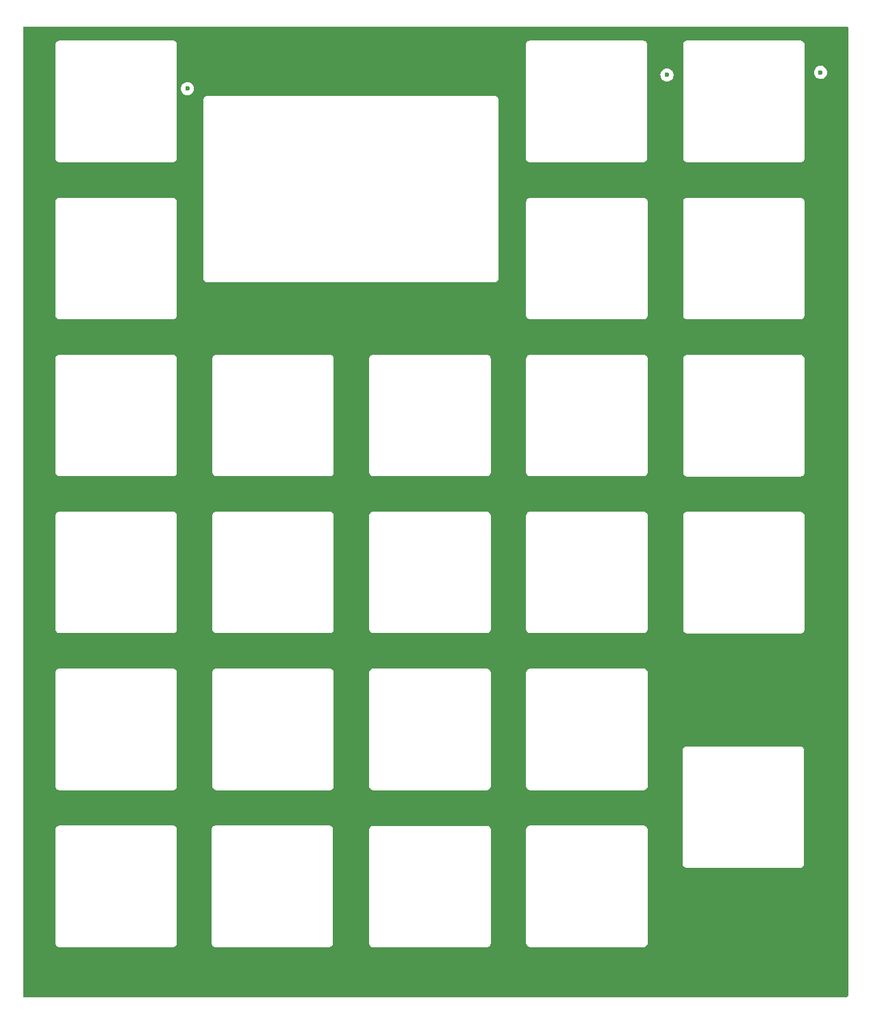
<source format=gbr>
%TF.GenerationSoftware,KiCad,Pcbnew,(5.99.0-9526-g5c17ff0595)*%
%TF.CreationDate,2021-07-07T22:41:37-05:00*%
%TF.ProjectId,Cafebabe Frontplate,43616665-6261-4626-9520-46726f6e7470,rev?*%
%TF.SameCoordinates,Original*%
%TF.FileFunction,Copper,L2,Bot*%
%TF.FilePolarity,Positive*%
%FSLAX46Y46*%
G04 Gerber Fmt 4.6, Leading zero omitted, Abs format (unit mm)*
G04 Created by KiCad (PCBNEW (5.99.0-9526-g5c17ff0595)) date 2021-07-07 22:41:37*
%MOMM*%
%LPD*%
G01*
G04 APERTURE LIST*
%TA.AperFunction,ViaPad*%
%ADD10C,0.600000*%
%TD*%
G04 APERTURE END LIST*
D10*
%TO.N,*%
X158600000Y-45700000D03*
X80300000Y-47700000D03*
X139600000Y-46000000D03*
%TD*%
%TA.AperFunction,NonConductor*%
G36*
X161942121Y-40020002D02*
G01*
X161988614Y-40073658D01*
X162000000Y-40126000D01*
X162000000Y-159796053D01*
X161979998Y-159864174D01*
X161949292Y-159897083D01*
X161939035Y-159904727D01*
X161931891Y-159909677D01*
X161822560Y-159979980D01*
X161754412Y-160000000D01*
X60126000Y-160000000D01*
X60057879Y-159979998D01*
X60011386Y-159926342D01*
X60000000Y-159874000D01*
X60000000Y-139369623D01*
X63991748Y-139369623D01*
X63991986Y-139370455D01*
X63992002Y-139370693D01*
X63992002Y-153327623D01*
X63992000Y-153328393D01*
X63991748Y-153369623D01*
X63994214Y-153378251D01*
X63994214Y-153378252D01*
X63999861Y-153398014D01*
X64003438Y-153414771D01*
X64005801Y-153431265D01*
X64007622Y-153443983D01*
X64011337Y-153452153D01*
X64011338Y-153452157D01*
X64018226Y-153467306D01*
X64024675Y-153484834D01*
X64029250Y-153500843D01*
X64029253Y-153500850D01*
X64031718Y-153509475D01*
X64047474Y-153534446D01*
X64055607Y-153549520D01*
X64067824Y-153576390D01*
X64082326Y-153593221D01*
X64084552Y-153595804D01*
X64095656Y-153610811D01*
X64109333Y-153632487D01*
X64121346Y-153643096D01*
X64131455Y-153652024D01*
X64143502Y-153664220D01*
X64156907Y-153679778D01*
X64156911Y-153679781D01*
X64162768Y-153686579D01*
X64170297Y-153691459D01*
X64170298Y-153691460D01*
X64184273Y-153700518D01*
X64199147Y-153711808D01*
X64218353Y-153728770D01*
X64245079Y-153741318D01*
X64260050Y-153749634D01*
X64284823Y-153765691D01*
X64293427Y-153768264D01*
X64293429Y-153768265D01*
X64309379Y-153773035D01*
X64326824Y-153779697D01*
X64341889Y-153786770D01*
X64341891Y-153786770D01*
X64350015Y-153790585D01*
X64358879Y-153791965D01*
X64358888Y-153791968D01*
X64379182Y-153795128D01*
X64395893Y-153798909D01*
X64415574Y-153804794D01*
X64415577Y-153804794D01*
X64424176Y-153807366D01*
X64433148Y-153807421D01*
X64433149Y-153807421D01*
X64457000Y-153807567D01*
X64459840Y-153807685D01*
X64461867Y-153808001D01*
X64527624Y-153808001D01*
X64528394Y-153808003D01*
X64569624Y-153808255D01*
X64570456Y-153808017D01*
X64570694Y-153808001D01*
X78527624Y-153808001D01*
X78528394Y-153808003D01*
X78569624Y-153808255D01*
X78578253Y-153805789D01*
X78598015Y-153800142D01*
X78614772Y-153796565D01*
X78635099Y-153793654D01*
X78635102Y-153793653D01*
X78643984Y-153792381D01*
X78652154Y-153788666D01*
X78652158Y-153788665D01*
X78667307Y-153781777D01*
X78684835Y-153775328D01*
X78700844Y-153770753D01*
X78700851Y-153770750D01*
X78709476Y-153768285D01*
X78734447Y-153752529D01*
X78749521Y-153744396D01*
X78776391Y-153732179D01*
X78795805Y-153715451D01*
X78810812Y-153704347D01*
X78832488Y-153690670D01*
X78852028Y-153668545D01*
X78864221Y-153656501D01*
X78879779Y-153643096D01*
X78879782Y-153643092D01*
X78886580Y-153637235D01*
X78900519Y-153615730D01*
X78911809Y-153600856D01*
X78922828Y-153588379D01*
X78928771Y-153581650D01*
X78941319Y-153554924D01*
X78949635Y-153539953D01*
X78965692Y-153515180D01*
X78968266Y-153506574D01*
X78973036Y-153490624D01*
X78979698Y-153473179D01*
X78986771Y-153458114D01*
X78986771Y-153458112D01*
X78990586Y-153449988D01*
X78991966Y-153441124D01*
X78991969Y-153441115D01*
X78995129Y-153420821D01*
X78998910Y-153404110D01*
X79004795Y-153384429D01*
X79004795Y-153384426D01*
X79007367Y-153375827D01*
X79007470Y-153359062D01*
X79007568Y-153343003D01*
X79007686Y-153340163D01*
X79008002Y-153338136D01*
X79008002Y-153272379D01*
X79008004Y-153271609D01*
X79008241Y-153232818D01*
X79008256Y-153230379D01*
X79008018Y-153229547D01*
X79008002Y-153229309D01*
X79008002Y-139369623D01*
X83291748Y-139369623D01*
X83291986Y-139370455D01*
X83292002Y-139370693D01*
X83292002Y-153327623D01*
X83292000Y-153328393D01*
X83291748Y-153369623D01*
X83294214Y-153378251D01*
X83294214Y-153378252D01*
X83299861Y-153398014D01*
X83303438Y-153414771D01*
X83305801Y-153431265D01*
X83307622Y-153443983D01*
X83311337Y-153452153D01*
X83311338Y-153452157D01*
X83318226Y-153467306D01*
X83324675Y-153484834D01*
X83329250Y-153500843D01*
X83329253Y-153500850D01*
X83331718Y-153509475D01*
X83347474Y-153534446D01*
X83355607Y-153549520D01*
X83367824Y-153576390D01*
X83382326Y-153593221D01*
X83384552Y-153595804D01*
X83395656Y-153610811D01*
X83409333Y-153632487D01*
X83421346Y-153643096D01*
X83431455Y-153652024D01*
X83443502Y-153664220D01*
X83456907Y-153679778D01*
X83456911Y-153679781D01*
X83462768Y-153686579D01*
X83470297Y-153691459D01*
X83470298Y-153691460D01*
X83484273Y-153700518D01*
X83499147Y-153711808D01*
X83518353Y-153728770D01*
X83545079Y-153741318D01*
X83560050Y-153749634D01*
X83584823Y-153765691D01*
X83593427Y-153768264D01*
X83593429Y-153768265D01*
X83609379Y-153773035D01*
X83626824Y-153779697D01*
X83641889Y-153786770D01*
X83641891Y-153786770D01*
X83650015Y-153790585D01*
X83658879Y-153791965D01*
X83658888Y-153791968D01*
X83679182Y-153795128D01*
X83695893Y-153798909D01*
X83715574Y-153804794D01*
X83715577Y-153804794D01*
X83724176Y-153807366D01*
X83733148Y-153807421D01*
X83733149Y-153807421D01*
X83757000Y-153807567D01*
X83759840Y-153807685D01*
X83761867Y-153808001D01*
X83827624Y-153808001D01*
X83828394Y-153808003D01*
X83869624Y-153808255D01*
X83870456Y-153808017D01*
X83870694Y-153808001D01*
X97827623Y-153808001D01*
X97828393Y-153808003D01*
X97869623Y-153808255D01*
X97878252Y-153805789D01*
X97898014Y-153800142D01*
X97914771Y-153796565D01*
X97935098Y-153793654D01*
X97935101Y-153793653D01*
X97943983Y-153792381D01*
X97952153Y-153788666D01*
X97952157Y-153788665D01*
X97967306Y-153781777D01*
X97984834Y-153775328D01*
X98000843Y-153770753D01*
X98000850Y-153770750D01*
X98009475Y-153768285D01*
X98034446Y-153752529D01*
X98049520Y-153744396D01*
X98076390Y-153732179D01*
X98095804Y-153715451D01*
X98110811Y-153704347D01*
X98132487Y-153690670D01*
X98152027Y-153668545D01*
X98164220Y-153656501D01*
X98179778Y-153643096D01*
X98179781Y-153643092D01*
X98186579Y-153637235D01*
X98200518Y-153615730D01*
X98211808Y-153600856D01*
X98222827Y-153588379D01*
X98228770Y-153581650D01*
X98241318Y-153554924D01*
X98249634Y-153539953D01*
X98265691Y-153515180D01*
X98268265Y-153506574D01*
X98273035Y-153490624D01*
X98279697Y-153473179D01*
X98286770Y-153458114D01*
X98286770Y-153458112D01*
X98290585Y-153449988D01*
X98291965Y-153441124D01*
X98291968Y-153441115D01*
X98295128Y-153420821D01*
X98298909Y-153404110D01*
X98304794Y-153384429D01*
X98304794Y-153384426D01*
X98307366Y-153375827D01*
X98307469Y-153359062D01*
X98307567Y-153343003D01*
X98307685Y-153340163D01*
X98308001Y-153338136D01*
X98308001Y-153272379D01*
X98308003Y-153271609D01*
X98308240Y-153232818D01*
X98308255Y-153230379D01*
X98308017Y-153229547D01*
X98308001Y-153229309D01*
X98308001Y-139394623D01*
X102791747Y-139394623D01*
X102791985Y-139395455D01*
X102792001Y-139395693D01*
X102792001Y-153352623D01*
X102791999Y-153353393D01*
X102791747Y-153394623D01*
X102794213Y-153403251D01*
X102794213Y-153403252D01*
X102799860Y-153423014D01*
X102803437Y-153439771D01*
X102804901Y-153449988D01*
X102807621Y-153468983D01*
X102811336Y-153477153D01*
X102811337Y-153477157D01*
X102818225Y-153492306D01*
X102824674Y-153509834D01*
X102829249Y-153525843D01*
X102829252Y-153525850D01*
X102831717Y-153534475D01*
X102847473Y-153559446D01*
X102855606Y-153574520D01*
X102867823Y-153601390D01*
X102880179Y-153615730D01*
X102884551Y-153620804D01*
X102895655Y-153635811D01*
X102909332Y-153657487D01*
X102921345Y-153668096D01*
X102931454Y-153677024D01*
X102943501Y-153689220D01*
X102956906Y-153704778D01*
X102956910Y-153704781D01*
X102962767Y-153711579D01*
X102970296Y-153716459D01*
X102970297Y-153716460D01*
X102984272Y-153725518D01*
X102999146Y-153736808D01*
X103018352Y-153753770D01*
X103045078Y-153766318D01*
X103060049Y-153774634D01*
X103084822Y-153790691D01*
X103093426Y-153793264D01*
X103093428Y-153793265D01*
X103109378Y-153798035D01*
X103126823Y-153804697D01*
X103141888Y-153811770D01*
X103141890Y-153811770D01*
X103150014Y-153815585D01*
X103158878Y-153816965D01*
X103158887Y-153816968D01*
X103179181Y-153820128D01*
X103195892Y-153823909D01*
X103215573Y-153829794D01*
X103215576Y-153829794D01*
X103224175Y-153832366D01*
X103233147Y-153832421D01*
X103233148Y-153832421D01*
X103256999Y-153832567D01*
X103259839Y-153832685D01*
X103261866Y-153833001D01*
X103327623Y-153833001D01*
X103328393Y-153833003D01*
X103369623Y-153833255D01*
X103370455Y-153833017D01*
X103370693Y-153833001D01*
X117327622Y-153833001D01*
X117328392Y-153833003D01*
X117369622Y-153833255D01*
X117378251Y-153830789D01*
X117398013Y-153825142D01*
X117414770Y-153821565D01*
X117435097Y-153818654D01*
X117435100Y-153818653D01*
X117443982Y-153817381D01*
X117452152Y-153813666D01*
X117452156Y-153813665D01*
X117467305Y-153806777D01*
X117484833Y-153800328D01*
X117500842Y-153795753D01*
X117500849Y-153795750D01*
X117509474Y-153793285D01*
X117534445Y-153777529D01*
X117549519Y-153769396D01*
X117576389Y-153757179D01*
X117595803Y-153740451D01*
X117610810Y-153729347D01*
X117632486Y-153715670D01*
X117652026Y-153693545D01*
X117664219Y-153681501D01*
X117679777Y-153668096D01*
X117679780Y-153668092D01*
X117686578Y-153662235D01*
X117693197Y-153652024D01*
X117700517Y-153640730D01*
X117711807Y-153625856D01*
X117722826Y-153613379D01*
X117728769Y-153606650D01*
X117741317Y-153579924D01*
X117749633Y-153564953D01*
X117765690Y-153540180D01*
X117768264Y-153531574D01*
X117773034Y-153515624D01*
X117779696Y-153498179D01*
X117786769Y-153483114D01*
X117786769Y-153483112D01*
X117790584Y-153474988D01*
X117791964Y-153466124D01*
X117791967Y-153466115D01*
X117795127Y-153445821D01*
X117798908Y-153429110D01*
X117804793Y-153409429D01*
X117804793Y-153409426D01*
X117807365Y-153400827D01*
X117807566Y-153368003D01*
X117807684Y-153365163D01*
X117808000Y-153363136D01*
X117808000Y-153297379D01*
X117808002Y-153296609D01*
X117808239Y-153257818D01*
X117808254Y-153255379D01*
X117808016Y-153254547D01*
X117808000Y-153254309D01*
X117808000Y-139369623D01*
X122191746Y-139369623D01*
X122191984Y-139370455D01*
X122192000Y-139370693D01*
X122192000Y-153327623D01*
X122191998Y-153328393D01*
X122191746Y-153369623D01*
X122194212Y-153378251D01*
X122194212Y-153378252D01*
X122199859Y-153398014D01*
X122203436Y-153414771D01*
X122205799Y-153431265D01*
X122207620Y-153443983D01*
X122211335Y-153452153D01*
X122211336Y-153452157D01*
X122218224Y-153467306D01*
X122224673Y-153484834D01*
X122229248Y-153500843D01*
X122229251Y-153500850D01*
X122231716Y-153509475D01*
X122247472Y-153534446D01*
X122255605Y-153549520D01*
X122267822Y-153576390D01*
X122282324Y-153593221D01*
X122284550Y-153595804D01*
X122295654Y-153610811D01*
X122309331Y-153632487D01*
X122321344Y-153643096D01*
X122331453Y-153652024D01*
X122343500Y-153664220D01*
X122356905Y-153679778D01*
X122356909Y-153679781D01*
X122362766Y-153686579D01*
X122370295Y-153691459D01*
X122370296Y-153691460D01*
X122384271Y-153700518D01*
X122399145Y-153711808D01*
X122418351Y-153728770D01*
X122445077Y-153741318D01*
X122460048Y-153749634D01*
X122484821Y-153765691D01*
X122493425Y-153768264D01*
X122493427Y-153768265D01*
X122509377Y-153773035D01*
X122526822Y-153779697D01*
X122541887Y-153786770D01*
X122541889Y-153786770D01*
X122550013Y-153790585D01*
X122558877Y-153791965D01*
X122558886Y-153791968D01*
X122579180Y-153795128D01*
X122595891Y-153798909D01*
X122615572Y-153804794D01*
X122615575Y-153804794D01*
X122624174Y-153807366D01*
X122633146Y-153807421D01*
X122633147Y-153807421D01*
X122656998Y-153807567D01*
X122659838Y-153807685D01*
X122661865Y-153808001D01*
X122727622Y-153808001D01*
X122728392Y-153808003D01*
X122769622Y-153808255D01*
X122770454Y-153808017D01*
X122770692Y-153808001D01*
X136727620Y-153808001D01*
X136728390Y-153808003D01*
X136769620Y-153808255D01*
X136778249Y-153805789D01*
X136798011Y-153800142D01*
X136814768Y-153796565D01*
X136835095Y-153793654D01*
X136835098Y-153793653D01*
X136843980Y-153792381D01*
X136852150Y-153788666D01*
X136852154Y-153788665D01*
X136867303Y-153781777D01*
X136884831Y-153775328D01*
X136900840Y-153770753D01*
X136900847Y-153770750D01*
X136909472Y-153768285D01*
X136934443Y-153752529D01*
X136949517Y-153744396D01*
X136976387Y-153732179D01*
X136995801Y-153715451D01*
X137010808Y-153704347D01*
X137032484Y-153690670D01*
X137052024Y-153668545D01*
X137064217Y-153656501D01*
X137079775Y-153643096D01*
X137079778Y-153643092D01*
X137086576Y-153637235D01*
X137100515Y-153615730D01*
X137111805Y-153600856D01*
X137122824Y-153588379D01*
X137128767Y-153581650D01*
X137141315Y-153554924D01*
X137149631Y-153539953D01*
X137165688Y-153515180D01*
X137168262Y-153506574D01*
X137173032Y-153490624D01*
X137179694Y-153473179D01*
X137186767Y-153458114D01*
X137186767Y-153458112D01*
X137190582Y-153449988D01*
X137191962Y-153441124D01*
X137191965Y-153441115D01*
X137195125Y-153420821D01*
X137198906Y-153404110D01*
X137204791Y-153384429D01*
X137204791Y-153384426D01*
X137207363Y-153375827D01*
X137207466Y-153359062D01*
X137207564Y-153343003D01*
X137207682Y-153340163D01*
X137207998Y-153338136D01*
X137207998Y-153272379D01*
X137208000Y-153271609D01*
X137208237Y-153232818D01*
X137208252Y-153230379D01*
X137208014Y-153229547D01*
X137207998Y-153229309D01*
X137207998Y-139272379D01*
X137208000Y-139271609D01*
X137208044Y-139264350D01*
X137208252Y-139230379D01*
X137202494Y-139210231D01*
X137200139Y-139201988D01*
X137196562Y-139185231D01*
X137193651Y-139164904D01*
X137193650Y-139164901D01*
X137192378Y-139156019D01*
X137188663Y-139147849D01*
X137188662Y-139147845D01*
X137181774Y-139132696D01*
X137175325Y-139115168D01*
X137170750Y-139099159D01*
X137170747Y-139099152D01*
X137168282Y-139090527D01*
X137152526Y-139065556D01*
X137144393Y-139050482D01*
X137132176Y-139023612D01*
X137115448Y-139004198D01*
X137104344Y-138989191D01*
X137090667Y-138967515D01*
X137068542Y-138947975D01*
X137056498Y-138935782D01*
X137043093Y-138920224D01*
X137043089Y-138920221D01*
X137037232Y-138913423D01*
X137015727Y-138899484D01*
X137000853Y-138888194D01*
X136988376Y-138877175D01*
X136981647Y-138871232D01*
X136954921Y-138858684D01*
X136939950Y-138850368D01*
X136915177Y-138834311D01*
X136906573Y-138831738D01*
X136906571Y-138831737D01*
X136890621Y-138826967D01*
X136873176Y-138820305D01*
X136858111Y-138813232D01*
X136858109Y-138813232D01*
X136849985Y-138809417D01*
X136841121Y-138808037D01*
X136841112Y-138808034D01*
X136820818Y-138804874D01*
X136804107Y-138801093D01*
X136784426Y-138795208D01*
X136784423Y-138795208D01*
X136775824Y-138792636D01*
X136766852Y-138792581D01*
X136766851Y-138792581D01*
X136743000Y-138792435D01*
X136740160Y-138792317D01*
X136738133Y-138792001D01*
X136672376Y-138792001D01*
X136671606Y-138791999D01*
X136671050Y-138791996D01*
X136630376Y-138791747D01*
X136629544Y-138791985D01*
X136629306Y-138792001D01*
X122672378Y-138792001D01*
X122671608Y-138791999D01*
X122671352Y-138791997D01*
X122630378Y-138791747D01*
X122621750Y-138794213D01*
X122621749Y-138794213D01*
X122601987Y-138799860D01*
X122585230Y-138803437D01*
X122564903Y-138806348D01*
X122564900Y-138806349D01*
X122556018Y-138807621D01*
X122547848Y-138811336D01*
X122547844Y-138811337D01*
X122532695Y-138818225D01*
X122515167Y-138824674D01*
X122499158Y-138829249D01*
X122499151Y-138829252D01*
X122490526Y-138831717D01*
X122465555Y-138847473D01*
X122450481Y-138855606D01*
X122423611Y-138867823D01*
X122409435Y-138880038D01*
X122404197Y-138884551D01*
X122389190Y-138895655D01*
X122367514Y-138909332D01*
X122349665Y-138929543D01*
X122347977Y-138931454D01*
X122335781Y-138943501D01*
X122320223Y-138956906D01*
X122320220Y-138956910D01*
X122313422Y-138962767D01*
X122308542Y-138970296D01*
X122308541Y-138970297D01*
X122299483Y-138984272D01*
X122288193Y-138999146D01*
X122271231Y-139018352D01*
X122258683Y-139045078D01*
X122250367Y-139060049D01*
X122234310Y-139084822D01*
X122231737Y-139093426D01*
X122231736Y-139093428D01*
X122226966Y-139109378D01*
X122220304Y-139126823D01*
X122209416Y-139150014D01*
X122208036Y-139158878D01*
X122208033Y-139158887D01*
X122204873Y-139179181D01*
X122201092Y-139195892D01*
X122195207Y-139215573D01*
X122192635Y-139224175D01*
X122192580Y-139233147D01*
X122192580Y-139233148D01*
X122192434Y-139256999D01*
X122192316Y-139259839D01*
X122192000Y-139261866D01*
X122192000Y-139327623D01*
X122191998Y-139328393D01*
X122191746Y-139369623D01*
X117808000Y-139369623D01*
X117808000Y-139297379D01*
X117808002Y-139296609D01*
X117808037Y-139290940D01*
X117808254Y-139255379D01*
X117801901Y-139233148D01*
X117800141Y-139226988D01*
X117796564Y-139210231D01*
X117793653Y-139189904D01*
X117793652Y-139189901D01*
X117792380Y-139181019D01*
X117788665Y-139172849D01*
X117788664Y-139172845D01*
X117781776Y-139157696D01*
X117775327Y-139140168D01*
X117770752Y-139124159D01*
X117770749Y-139124152D01*
X117768284Y-139115527D01*
X117752528Y-139090556D01*
X117744395Y-139075482D01*
X117732178Y-139048612D01*
X117715450Y-139029198D01*
X117704346Y-139014191D01*
X117690669Y-138992515D01*
X117668544Y-138972975D01*
X117656500Y-138960782D01*
X117643095Y-138945224D01*
X117643091Y-138945221D01*
X117637234Y-138938423D01*
X117626483Y-138931454D01*
X117615729Y-138924484D01*
X117600855Y-138913194D01*
X117596482Y-138909332D01*
X117581649Y-138896232D01*
X117554923Y-138883684D01*
X117539952Y-138875368D01*
X117515179Y-138859311D01*
X117506575Y-138856738D01*
X117506573Y-138856737D01*
X117490623Y-138851967D01*
X117473178Y-138845305D01*
X117458113Y-138838232D01*
X117458111Y-138838232D01*
X117449987Y-138834417D01*
X117441123Y-138833037D01*
X117441114Y-138833034D01*
X117420820Y-138829874D01*
X117404109Y-138826093D01*
X117384428Y-138820208D01*
X117384425Y-138820208D01*
X117375826Y-138817636D01*
X117366854Y-138817581D01*
X117366853Y-138817581D01*
X117343002Y-138817435D01*
X117340162Y-138817317D01*
X117338135Y-138817001D01*
X117272378Y-138817001D01*
X117271608Y-138816999D01*
X117271052Y-138816996D01*
X117230378Y-138816747D01*
X117229546Y-138816985D01*
X117229308Y-138817001D01*
X103272379Y-138817001D01*
X103271609Y-138816999D01*
X103271353Y-138816997D01*
X103230379Y-138816747D01*
X103221751Y-138819213D01*
X103221750Y-138819213D01*
X103201988Y-138824860D01*
X103185231Y-138828437D01*
X103164904Y-138831348D01*
X103164901Y-138831349D01*
X103156019Y-138832621D01*
X103147849Y-138836336D01*
X103147845Y-138836337D01*
X103132696Y-138843225D01*
X103115168Y-138849674D01*
X103099159Y-138854249D01*
X103099152Y-138854252D01*
X103090527Y-138856717D01*
X103065556Y-138872473D01*
X103050482Y-138880606D01*
X103023612Y-138892823D01*
X103010010Y-138904543D01*
X103004198Y-138909551D01*
X102989191Y-138920655D01*
X102967515Y-138934332D01*
X102961573Y-138941060D01*
X102947978Y-138956454D01*
X102935782Y-138968501D01*
X102920224Y-138981906D01*
X102920221Y-138981910D01*
X102913423Y-138987767D01*
X102908543Y-138995296D01*
X102908542Y-138995297D01*
X102899484Y-139009272D01*
X102888194Y-139024146D01*
X102871232Y-139043352D01*
X102858684Y-139070078D01*
X102850368Y-139085049D01*
X102834311Y-139109822D01*
X102831738Y-139118426D01*
X102831737Y-139118428D01*
X102826967Y-139134378D01*
X102820305Y-139151823D01*
X102813232Y-139166888D01*
X102809417Y-139175014D01*
X102808037Y-139183878D01*
X102808034Y-139183887D01*
X102804874Y-139204181D01*
X102801093Y-139220892D01*
X102795574Y-139239350D01*
X102792636Y-139249175D01*
X102792581Y-139258147D01*
X102792581Y-139258148D01*
X102792435Y-139281999D01*
X102792317Y-139284839D01*
X102792001Y-139286866D01*
X102792001Y-139352623D01*
X102791999Y-139353393D01*
X102791747Y-139394623D01*
X98308001Y-139394623D01*
X98308001Y-139272379D01*
X98308003Y-139271609D01*
X98308047Y-139264350D01*
X98308255Y-139230379D01*
X98302497Y-139210231D01*
X98300142Y-139201988D01*
X98296565Y-139185231D01*
X98293654Y-139164904D01*
X98293653Y-139164901D01*
X98292381Y-139156019D01*
X98288666Y-139147849D01*
X98288665Y-139147845D01*
X98281777Y-139132696D01*
X98275328Y-139115168D01*
X98270753Y-139099159D01*
X98270750Y-139099152D01*
X98268285Y-139090527D01*
X98252529Y-139065556D01*
X98244396Y-139050482D01*
X98232179Y-139023612D01*
X98215451Y-139004198D01*
X98204347Y-138989191D01*
X98190670Y-138967515D01*
X98168545Y-138947975D01*
X98156501Y-138935782D01*
X98143096Y-138920224D01*
X98143092Y-138920221D01*
X98137235Y-138913423D01*
X98115730Y-138899484D01*
X98100856Y-138888194D01*
X98088379Y-138877175D01*
X98081650Y-138871232D01*
X98054924Y-138858684D01*
X98039953Y-138850368D01*
X98015180Y-138834311D01*
X98006576Y-138831738D01*
X98006574Y-138831737D01*
X97990624Y-138826967D01*
X97973179Y-138820305D01*
X97958114Y-138813232D01*
X97958112Y-138813232D01*
X97949988Y-138809417D01*
X97941124Y-138808037D01*
X97941115Y-138808034D01*
X97920821Y-138804874D01*
X97904110Y-138801093D01*
X97884429Y-138795208D01*
X97884426Y-138795208D01*
X97875827Y-138792636D01*
X97866855Y-138792581D01*
X97866854Y-138792581D01*
X97843003Y-138792435D01*
X97840163Y-138792317D01*
X97838136Y-138792001D01*
X97772379Y-138792001D01*
X97771609Y-138791999D01*
X97771053Y-138791996D01*
X97730379Y-138791747D01*
X97729547Y-138791985D01*
X97729309Y-138792001D01*
X83772380Y-138792001D01*
X83771610Y-138791999D01*
X83771354Y-138791997D01*
X83730380Y-138791747D01*
X83721752Y-138794213D01*
X83721751Y-138794213D01*
X83701989Y-138799860D01*
X83685232Y-138803437D01*
X83664905Y-138806348D01*
X83664902Y-138806349D01*
X83656020Y-138807621D01*
X83647850Y-138811336D01*
X83647846Y-138811337D01*
X83632697Y-138818225D01*
X83615169Y-138824674D01*
X83599160Y-138829249D01*
X83599153Y-138829252D01*
X83590528Y-138831717D01*
X83565557Y-138847473D01*
X83550483Y-138855606D01*
X83523613Y-138867823D01*
X83509437Y-138880038D01*
X83504199Y-138884551D01*
X83489192Y-138895655D01*
X83467516Y-138909332D01*
X83449667Y-138929543D01*
X83447979Y-138931454D01*
X83435783Y-138943501D01*
X83420225Y-138956906D01*
X83420222Y-138956910D01*
X83413424Y-138962767D01*
X83408544Y-138970296D01*
X83408543Y-138970297D01*
X83399485Y-138984272D01*
X83388195Y-138999146D01*
X83371233Y-139018352D01*
X83358685Y-139045078D01*
X83350369Y-139060049D01*
X83334312Y-139084822D01*
X83331739Y-139093426D01*
X83331738Y-139093428D01*
X83326968Y-139109378D01*
X83320306Y-139126823D01*
X83309418Y-139150014D01*
X83308038Y-139158878D01*
X83308035Y-139158887D01*
X83304875Y-139179181D01*
X83301094Y-139195892D01*
X83295209Y-139215573D01*
X83292637Y-139224175D01*
X83292582Y-139233147D01*
X83292582Y-139233148D01*
X83292436Y-139256999D01*
X83292318Y-139259839D01*
X83292002Y-139261866D01*
X83292002Y-139327623D01*
X83292000Y-139328393D01*
X83291748Y-139369623D01*
X79008002Y-139369623D01*
X79008002Y-139272379D01*
X79008004Y-139271609D01*
X79008048Y-139264350D01*
X79008256Y-139230379D01*
X79002498Y-139210231D01*
X79000143Y-139201988D01*
X78996566Y-139185231D01*
X78993655Y-139164904D01*
X78993654Y-139164901D01*
X78992382Y-139156019D01*
X78988667Y-139147849D01*
X78988666Y-139147845D01*
X78981778Y-139132696D01*
X78975329Y-139115168D01*
X78970754Y-139099159D01*
X78970751Y-139099152D01*
X78968286Y-139090527D01*
X78952530Y-139065556D01*
X78944397Y-139050482D01*
X78932180Y-139023612D01*
X78915452Y-139004198D01*
X78904348Y-138989191D01*
X78890671Y-138967515D01*
X78868546Y-138947975D01*
X78856502Y-138935782D01*
X78843097Y-138920224D01*
X78843093Y-138920221D01*
X78837236Y-138913423D01*
X78815731Y-138899484D01*
X78800857Y-138888194D01*
X78788380Y-138877175D01*
X78781651Y-138871232D01*
X78754925Y-138858684D01*
X78739954Y-138850368D01*
X78715181Y-138834311D01*
X78706577Y-138831738D01*
X78706575Y-138831737D01*
X78690625Y-138826967D01*
X78673180Y-138820305D01*
X78658115Y-138813232D01*
X78658113Y-138813232D01*
X78649989Y-138809417D01*
X78641125Y-138808037D01*
X78641116Y-138808034D01*
X78620822Y-138804874D01*
X78604111Y-138801093D01*
X78584430Y-138795208D01*
X78584427Y-138795208D01*
X78575828Y-138792636D01*
X78566856Y-138792581D01*
X78566855Y-138792581D01*
X78543004Y-138792435D01*
X78540164Y-138792317D01*
X78538137Y-138792001D01*
X78472380Y-138792001D01*
X78471610Y-138791999D01*
X78471054Y-138791996D01*
X78430380Y-138791747D01*
X78429548Y-138791985D01*
X78429310Y-138792001D01*
X64472380Y-138792001D01*
X64471610Y-138791999D01*
X64471354Y-138791997D01*
X64430380Y-138791747D01*
X64421752Y-138794213D01*
X64421751Y-138794213D01*
X64401989Y-138799860D01*
X64385232Y-138803437D01*
X64364905Y-138806348D01*
X64364902Y-138806349D01*
X64356020Y-138807621D01*
X64347850Y-138811336D01*
X64347846Y-138811337D01*
X64332697Y-138818225D01*
X64315169Y-138824674D01*
X64299160Y-138829249D01*
X64299153Y-138829252D01*
X64290528Y-138831717D01*
X64265557Y-138847473D01*
X64250483Y-138855606D01*
X64223613Y-138867823D01*
X64209437Y-138880038D01*
X64204199Y-138884551D01*
X64189192Y-138895655D01*
X64167516Y-138909332D01*
X64149667Y-138929543D01*
X64147979Y-138931454D01*
X64135783Y-138943501D01*
X64120225Y-138956906D01*
X64120222Y-138956910D01*
X64113424Y-138962767D01*
X64108544Y-138970296D01*
X64108543Y-138970297D01*
X64099485Y-138984272D01*
X64088195Y-138999146D01*
X64071233Y-139018352D01*
X64058685Y-139045078D01*
X64050369Y-139060049D01*
X64034312Y-139084822D01*
X64031739Y-139093426D01*
X64031738Y-139093428D01*
X64026968Y-139109378D01*
X64020306Y-139126823D01*
X64009418Y-139150014D01*
X64008038Y-139158878D01*
X64008035Y-139158887D01*
X64004875Y-139179181D01*
X64001094Y-139195892D01*
X63995209Y-139215573D01*
X63992637Y-139224175D01*
X63992582Y-139233147D01*
X63992582Y-139233148D01*
X63992436Y-139256999D01*
X63992318Y-139259839D01*
X63992002Y-139261866D01*
X63992002Y-139327623D01*
X63992000Y-139328393D01*
X63991748Y-139369623D01*
X60000000Y-139369623D01*
X60000000Y-119969623D01*
X63991748Y-119969623D01*
X63991986Y-119970455D01*
X63992002Y-119970693D01*
X63992002Y-133927623D01*
X63992000Y-133928393D01*
X63991748Y-133969623D01*
X63994214Y-133978251D01*
X63994214Y-133978252D01*
X63999861Y-133998014D01*
X64003438Y-134014771D01*
X64004305Y-134020821D01*
X64007622Y-134043983D01*
X64011337Y-134052153D01*
X64011338Y-134052157D01*
X64018226Y-134067306D01*
X64024675Y-134084834D01*
X64029250Y-134100843D01*
X64029253Y-134100850D01*
X64031718Y-134109475D01*
X64047474Y-134134446D01*
X64055607Y-134149520D01*
X64067824Y-134176390D01*
X64084552Y-134195804D01*
X64095656Y-134210811D01*
X64109333Y-134232487D01*
X64121346Y-134243096D01*
X64131455Y-134252024D01*
X64143502Y-134264220D01*
X64156907Y-134279778D01*
X64156911Y-134279781D01*
X64162768Y-134286579D01*
X64170297Y-134291459D01*
X64170298Y-134291460D01*
X64184273Y-134300518D01*
X64199147Y-134311808D01*
X64218353Y-134328770D01*
X64245079Y-134341318D01*
X64260050Y-134349634D01*
X64284823Y-134365691D01*
X64293427Y-134368264D01*
X64293429Y-134368265D01*
X64309379Y-134373035D01*
X64326824Y-134379697D01*
X64341889Y-134386770D01*
X64341891Y-134386770D01*
X64350015Y-134390585D01*
X64358879Y-134391965D01*
X64358888Y-134391968D01*
X64379182Y-134395128D01*
X64395893Y-134398909D01*
X64415574Y-134404794D01*
X64415577Y-134404794D01*
X64424176Y-134407366D01*
X64433148Y-134407421D01*
X64433149Y-134407421D01*
X64457000Y-134407567D01*
X64459840Y-134407685D01*
X64461867Y-134408001D01*
X64527624Y-134408001D01*
X64528394Y-134408003D01*
X64569624Y-134408255D01*
X64570456Y-134408017D01*
X64570694Y-134408001D01*
X78527624Y-134408001D01*
X78528394Y-134408003D01*
X78569624Y-134408255D01*
X78578253Y-134405789D01*
X78598015Y-134400142D01*
X78614772Y-134396565D01*
X78635099Y-134393654D01*
X78635102Y-134393653D01*
X78643984Y-134392381D01*
X78652154Y-134388666D01*
X78652158Y-134388665D01*
X78667307Y-134381777D01*
X78684835Y-134375328D01*
X78700844Y-134370753D01*
X78700851Y-134370750D01*
X78709476Y-134368285D01*
X78734447Y-134352529D01*
X78749521Y-134344396D01*
X78776391Y-134332179D01*
X78795805Y-134315451D01*
X78810812Y-134304347D01*
X78832488Y-134290670D01*
X78852028Y-134268545D01*
X78864221Y-134256501D01*
X78879779Y-134243096D01*
X78879782Y-134243092D01*
X78886580Y-134237235D01*
X78900519Y-134215730D01*
X78911809Y-134200856D01*
X78922828Y-134188379D01*
X78928771Y-134181650D01*
X78941319Y-134154924D01*
X78949635Y-134139953D01*
X78965692Y-134115180D01*
X78968266Y-134106574D01*
X78973036Y-134090624D01*
X78979698Y-134073179D01*
X78986771Y-134058114D01*
X78986771Y-134058112D01*
X78990586Y-134049988D01*
X78991966Y-134041124D01*
X78991969Y-134041115D01*
X78995129Y-134020821D01*
X78998910Y-134004110D01*
X79004795Y-133984429D01*
X79004795Y-133984426D01*
X79007367Y-133975827D01*
X79007568Y-133943003D01*
X79007686Y-133940163D01*
X79008002Y-133938136D01*
X79008002Y-133872379D01*
X79008004Y-133871609D01*
X79008241Y-133832818D01*
X79008256Y-133830379D01*
X79008018Y-133829547D01*
X79008002Y-133829309D01*
X79008002Y-119969623D01*
X83391748Y-119969623D01*
X83391986Y-119970455D01*
X83392002Y-119970693D01*
X83392002Y-133927623D01*
X83392000Y-133928393D01*
X83391748Y-133969623D01*
X83394214Y-133978251D01*
X83394214Y-133978252D01*
X83399861Y-133998014D01*
X83403438Y-134014771D01*
X83404305Y-134020821D01*
X83407622Y-134043983D01*
X83411337Y-134052153D01*
X83411338Y-134052157D01*
X83418226Y-134067306D01*
X83424675Y-134084834D01*
X83429250Y-134100843D01*
X83429253Y-134100850D01*
X83431718Y-134109475D01*
X83447474Y-134134446D01*
X83455607Y-134149520D01*
X83467824Y-134176390D01*
X83484552Y-134195804D01*
X83495656Y-134210811D01*
X83509333Y-134232487D01*
X83521346Y-134243096D01*
X83531455Y-134252024D01*
X83543502Y-134264220D01*
X83556907Y-134279778D01*
X83556911Y-134279781D01*
X83562768Y-134286579D01*
X83570297Y-134291459D01*
X83570298Y-134291460D01*
X83584273Y-134300518D01*
X83599147Y-134311808D01*
X83618353Y-134328770D01*
X83645079Y-134341318D01*
X83660050Y-134349634D01*
X83684823Y-134365691D01*
X83693427Y-134368264D01*
X83693429Y-134368265D01*
X83709379Y-134373035D01*
X83726824Y-134379697D01*
X83741889Y-134386770D01*
X83741891Y-134386770D01*
X83750015Y-134390585D01*
X83758879Y-134391965D01*
X83758888Y-134391968D01*
X83779182Y-134395128D01*
X83795893Y-134398909D01*
X83815574Y-134404794D01*
X83815577Y-134404794D01*
X83824176Y-134407366D01*
X83833148Y-134407421D01*
X83833149Y-134407421D01*
X83857000Y-134407567D01*
X83859840Y-134407685D01*
X83861867Y-134408001D01*
X83927624Y-134408001D01*
X83928394Y-134408003D01*
X83969624Y-134408255D01*
X83970456Y-134408017D01*
X83970694Y-134408001D01*
X97927623Y-134408001D01*
X97928393Y-134408003D01*
X97969623Y-134408255D01*
X97978252Y-134405789D01*
X97998014Y-134400142D01*
X98014771Y-134396565D01*
X98035098Y-134393654D01*
X98035101Y-134393653D01*
X98043983Y-134392381D01*
X98052153Y-134388666D01*
X98052157Y-134388665D01*
X98067306Y-134381777D01*
X98084834Y-134375328D01*
X98100843Y-134370753D01*
X98100850Y-134370750D01*
X98109475Y-134368285D01*
X98134446Y-134352529D01*
X98149520Y-134344396D01*
X98176390Y-134332179D01*
X98195804Y-134315451D01*
X98210811Y-134304347D01*
X98232487Y-134290670D01*
X98252027Y-134268545D01*
X98264220Y-134256501D01*
X98279778Y-134243096D01*
X98279781Y-134243092D01*
X98286579Y-134237235D01*
X98300518Y-134215730D01*
X98311808Y-134200856D01*
X98322827Y-134188379D01*
X98328770Y-134181650D01*
X98341318Y-134154924D01*
X98349634Y-134139953D01*
X98365691Y-134115180D01*
X98368265Y-134106574D01*
X98373035Y-134090624D01*
X98379697Y-134073179D01*
X98386770Y-134058114D01*
X98386770Y-134058112D01*
X98390585Y-134049988D01*
X98391965Y-134041124D01*
X98391968Y-134041115D01*
X98395128Y-134020821D01*
X98398909Y-134004110D01*
X98404794Y-133984429D01*
X98404794Y-133984426D01*
X98407366Y-133975827D01*
X98407567Y-133943003D01*
X98407685Y-133940163D01*
X98408001Y-133938136D01*
X98408001Y-133872379D01*
X98408003Y-133871609D01*
X98408240Y-133832818D01*
X98408255Y-133830379D01*
X98408017Y-133829547D01*
X98408001Y-133829309D01*
X98408001Y-119969623D01*
X102791747Y-119969623D01*
X102791985Y-119970455D01*
X102792001Y-119970693D01*
X102792001Y-133927623D01*
X102791999Y-133928393D01*
X102791747Y-133969623D01*
X102794213Y-133978251D01*
X102794213Y-133978252D01*
X102799860Y-133998014D01*
X102803437Y-134014771D01*
X102804304Y-134020821D01*
X102807621Y-134043983D01*
X102811336Y-134052153D01*
X102811337Y-134052157D01*
X102818225Y-134067306D01*
X102824674Y-134084834D01*
X102829249Y-134100843D01*
X102829252Y-134100850D01*
X102831717Y-134109475D01*
X102847473Y-134134446D01*
X102855606Y-134149520D01*
X102867823Y-134176390D01*
X102884551Y-134195804D01*
X102895655Y-134210811D01*
X102909332Y-134232487D01*
X102921345Y-134243096D01*
X102931454Y-134252024D01*
X102943501Y-134264220D01*
X102956906Y-134279778D01*
X102956910Y-134279781D01*
X102962767Y-134286579D01*
X102970296Y-134291459D01*
X102970297Y-134291460D01*
X102984272Y-134300518D01*
X102999146Y-134311808D01*
X103018352Y-134328770D01*
X103045078Y-134341318D01*
X103060049Y-134349634D01*
X103084822Y-134365691D01*
X103093426Y-134368264D01*
X103093428Y-134368265D01*
X103109378Y-134373035D01*
X103126823Y-134379697D01*
X103141888Y-134386770D01*
X103141890Y-134386770D01*
X103150014Y-134390585D01*
X103158878Y-134391965D01*
X103158887Y-134391968D01*
X103179181Y-134395128D01*
X103195892Y-134398909D01*
X103215573Y-134404794D01*
X103215576Y-134404794D01*
X103224175Y-134407366D01*
X103233147Y-134407421D01*
X103233148Y-134407421D01*
X103256999Y-134407567D01*
X103259839Y-134407685D01*
X103261866Y-134408001D01*
X103327623Y-134408001D01*
X103328393Y-134408003D01*
X103369623Y-134408255D01*
X103370455Y-134408017D01*
X103370693Y-134408001D01*
X117327622Y-134408001D01*
X117328392Y-134408003D01*
X117369622Y-134408255D01*
X117378251Y-134405789D01*
X117398013Y-134400142D01*
X117414770Y-134396565D01*
X117435097Y-134393654D01*
X117435100Y-134393653D01*
X117443982Y-134392381D01*
X117452152Y-134388666D01*
X117452156Y-134388665D01*
X117467305Y-134381777D01*
X117484833Y-134375328D01*
X117500842Y-134370753D01*
X117500849Y-134370750D01*
X117509474Y-134368285D01*
X117534445Y-134352529D01*
X117549519Y-134344396D01*
X117576389Y-134332179D01*
X117595803Y-134315451D01*
X117610810Y-134304347D01*
X117632486Y-134290670D01*
X117652026Y-134268545D01*
X117664219Y-134256501D01*
X117679777Y-134243096D01*
X117679780Y-134243092D01*
X117686578Y-134237235D01*
X117700517Y-134215730D01*
X117711807Y-134200856D01*
X117722826Y-134188379D01*
X117728769Y-134181650D01*
X117741317Y-134154924D01*
X117749633Y-134139953D01*
X117765690Y-134115180D01*
X117768264Y-134106574D01*
X117773034Y-134090624D01*
X117779696Y-134073179D01*
X117786769Y-134058114D01*
X117786769Y-134058112D01*
X117790584Y-134049988D01*
X117791964Y-134041124D01*
X117791967Y-134041115D01*
X117795127Y-134020821D01*
X117798908Y-134004110D01*
X117804793Y-133984429D01*
X117804793Y-133984426D01*
X117807365Y-133975827D01*
X117807566Y-133943003D01*
X117807684Y-133940163D01*
X117808000Y-133938136D01*
X117808000Y-133872379D01*
X117808002Y-133871609D01*
X117808239Y-133832818D01*
X117808254Y-133830379D01*
X117808016Y-133829547D01*
X117808000Y-133829309D01*
X117808000Y-119969623D01*
X122191746Y-119969623D01*
X122191984Y-119970455D01*
X122192000Y-119970693D01*
X122192000Y-133927623D01*
X122191998Y-133928393D01*
X122191746Y-133969623D01*
X122194212Y-133978251D01*
X122194212Y-133978252D01*
X122199859Y-133998014D01*
X122203436Y-134014771D01*
X122204303Y-134020821D01*
X122207620Y-134043983D01*
X122211335Y-134052153D01*
X122211336Y-134052157D01*
X122218224Y-134067306D01*
X122224673Y-134084834D01*
X122229248Y-134100843D01*
X122229251Y-134100850D01*
X122231716Y-134109475D01*
X122247472Y-134134446D01*
X122255605Y-134149520D01*
X122267822Y-134176390D01*
X122284550Y-134195804D01*
X122295654Y-134210811D01*
X122309331Y-134232487D01*
X122321344Y-134243096D01*
X122331453Y-134252024D01*
X122343500Y-134264220D01*
X122356905Y-134279778D01*
X122356909Y-134279781D01*
X122362766Y-134286579D01*
X122370295Y-134291459D01*
X122370296Y-134291460D01*
X122384271Y-134300518D01*
X122399145Y-134311808D01*
X122418351Y-134328770D01*
X122445077Y-134341318D01*
X122460048Y-134349634D01*
X122484821Y-134365691D01*
X122493425Y-134368264D01*
X122493427Y-134368265D01*
X122509377Y-134373035D01*
X122526822Y-134379697D01*
X122541887Y-134386770D01*
X122541889Y-134386770D01*
X122550013Y-134390585D01*
X122558877Y-134391965D01*
X122558886Y-134391968D01*
X122579180Y-134395128D01*
X122595891Y-134398909D01*
X122615572Y-134404794D01*
X122615575Y-134404794D01*
X122624174Y-134407366D01*
X122633146Y-134407421D01*
X122633147Y-134407421D01*
X122656998Y-134407567D01*
X122659838Y-134407685D01*
X122661865Y-134408001D01*
X122727622Y-134408001D01*
X122728392Y-134408003D01*
X122769622Y-134408255D01*
X122770454Y-134408017D01*
X122770692Y-134408001D01*
X136727620Y-134408001D01*
X136728390Y-134408003D01*
X136769620Y-134408255D01*
X136778249Y-134405789D01*
X136798011Y-134400142D01*
X136814768Y-134396565D01*
X136835095Y-134393654D01*
X136835098Y-134393653D01*
X136843980Y-134392381D01*
X136852150Y-134388666D01*
X136852154Y-134388665D01*
X136867303Y-134381777D01*
X136884831Y-134375328D01*
X136900840Y-134370753D01*
X136900847Y-134370750D01*
X136909472Y-134368285D01*
X136934443Y-134352529D01*
X136949517Y-134344396D01*
X136976387Y-134332179D01*
X136995801Y-134315451D01*
X137010808Y-134304347D01*
X137032484Y-134290670D01*
X137052024Y-134268545D01*
X137064217Y-134256501D01*
X137079775Y-134243096D01*
X137079778Y-134243092D01*
X137086576Y-134237235D01*
X137100515Y-134215730D01*
X137111805Y-134200856D01*
X137122824Y-134188379D01*
X137128767Y-134181650D01*
X137141315Y-134154924D01*
X137149631Y-134139953D01*
X137165688Y-134115180D01*
X137168262Y-134106574D01*
X137173032Y-134090624D01*
X137179694Y-134073179D01*
X137186767Y-134058114D01*
X137186767Y-134058112D01*
X137190582Y-134049988D01*
X137191962Y-134041124D01*
X137191965Y-134041115D01*
X137195125Y-134020821D01*
X137198906Y-134004110D01*
X137204791Y-133984429D01*
X137204791Y-133984426D01*
X137207363Y-133975827D01*
X137207564Y-133943003D01*
X137207682Y-133940163D01*
X137207998Y-133938136D01*
X137207998Y-133872379D01*
X137208000Y-133871609D01*
X137208237Y-133832818D01*
X137208252Y-133830379D01*
X137208014Y-133829547D01*
X137207998Y-133829309D01*
X137207998Y-129569623D01*
X141541744Y-129569623D01*
X141541982Y-129570455D01*
X141541998Y-129570693D01*
X141541998Y-143527623D01*
X141541996Y-143528393D01*
X141541744Y-143569623D01*
X141544210Y-143578251D01*
X141544210Y-143578252D01*
X141549857Y-143598014D01*
X141553434Y-143614771D01*
X141554301Y-143620821D01*
X141557618Y-143643983D01*
X141561333Y-143652153D01*
X141561334Y-143652157D01*
X141568222Y-143667306D01*
X141574671Y-143684834D01*
X141579246Y-143700843D01*
X141579249Y-143700850D01*
X141581714Y-143709475D01*
X141597470Y-143734446D01*
X141605603Y-143749520D01*
X141617820Y-143776390D01*
X141634548Y-143795804D01*
X141645652Y-143810811D01*
X141659329Y-143832487D01*
X141671342Y-143843096D01*
X141681451Y-143852024D01*
X141693498Y-143864220D01*
X141706903Y-143879778D01*
X141706907Y-143879781D01*
X141712764Y-143886579D01*
X141720293Y-143891459D01*
X141720294Y-143891460D01*
X141734269Y-143900518D01*
X141749143Y-143911808D01*
X141768349Y-143928770D01*
X141795075Y-143941318D01*
X141810046Y-143949634D01*
X141834819Y-143965691D01*
X141843423Y-143968264D01*
X141843425Y-143968265D01*
X141859375Y-143973035D01*
X141876820Y-143979697D01*
X141891885Y-143986770D01*
X141891887Y-143986770D01*
X141900011Y-143990585D01*
X141908875Y-143991965D01*
X141908884Y-143991968D01*
X141929178Y-143995128D01*
X141945889Y-143998909D01*
X141965570Y-144004794D01*
X141965573Y-144004794D01*
X141974172Y-144007366D01*
X141983144Y-144007421D01*
X141983145Y-144007421D01*
X142006996Y-144007567D01*
X142009836Y-144007685D01*
X142011863Y-144008001D01*
X142077620Y-144008001D01*
X142078390Y-144008003D01*
X142119620Y-144008255D01*
X142120452Y-144008017D01*
X142120690Y-144008001D01*
X156077620Y-144008001D01*
X156078390Y-144008003D01*
X156119620Y-144008255D01*
X156128249Y-144005789D01*
X156148011Y-144000142D01*
X156164768Y-143996565D01*
X156185095Y-143993654D01*
X156185098Y-143993653D01*
X156193980Y-143992381D01*
X156202150Y-143988666D01*
X156202154Y-143988665D01*
X156217303Y-143981777D01*
X156234831Y-143975328D01*
X156250840Y-143970753D01*
X156250847Y-143970750D01*
X156259472Y-143968285D01*
X156284443Y-143952529D01*
X156299517Y-143944396D01*
X156326387Y-143932179D01*
X156345801Y-143915451D01*
X156360808Y-143904347D01*
X156382484Y-143890670D01*
X156402024Y-143868545D01*
X156414217Y-143856501D01*
X156429775Y-143843096D01*
X156429778Y-143843092D01*
X156436576Y-143837235D01*
X156450515Y-143815730D01*
X156461805Y-143800856D01*
X156472824Y-143788379D01*
X156478767Y-143781650D01*
X156491315Y-143754924D01*
X156499631Y-143739953D01*
X156515688Y-143715180D01*
X156518262Y-143706574D01*
X156523032Y-143690624D01*
X156529694Y-143673179D01*
X156536767Y-143658114D01*
X156536767Y-143658112D01*
X156540582Y-143649988D01*
X156541962Y-143641124D01*
X156541965Y-143641115D01*
X156545125Y-143620821D01*
X156548906Y-143604110D01*
X156554791Y-143584429D01*
X156554791Y-143584426D01*
X156557363Y-143575827D01*
X156557564Y-143543003D01*
X156557682Y-143540163D01*
X156557998Y-143538136D01*
X156557998Y-143472379D01*
X156558000Y-143471609D01*
X156558237Y-143432818D01*
X156558252Y-143430379D01*
X156558014Y-143429547D01*
X156557998Y-143429309D01*
X156557998Y-129472379D01*
X156558000Y-129471609D01*
X156558035Y-129465940D01*
X156558252Y-129430379D01*
X156554021Y-129415573D01*
X156550139Y-129401988D01*
X156546562Y-129385231D01*
X156543651Y-129364904D01*
X156543650Y-129364901D01*
X156542378Y-129356019D01*
X156538663Y-129347849D01*
X156538662Y-129347845D01*
X156531774Y-129332696D01*
X156525325Y-129315168D01*
X156520750Y-129299159D01*
X156520747Y-129299152D01*
X156518282Y-129290527D01*
X156502526Y-129265556D01*
X156494393Y-129250482D01*
X156482176Y-129223612D01*
X156465448Y-129204198D01*
X156454344Y-129189191D01*
X156440667Y-129167515D01*
X156418542Y-129147975D01*
X156406498Y-129135782D01*
X156393093Y-129120224D01*
X156393089Y-129120221D01*
X156387232Y-129113423D01*
X156365727Y-129099484D01*
X156350853Y-129088194D01*
X156338376Y-129077175D01*
X156331647Y-129071232D01*
X156304921Y-129058684D01*
X156289950Y-129050368D01*
X156265177Y-129034311D01*
X156256573Y-129031738D01*
X156256571Y-129031737D01*
X156240621Y-129026967D01*
X156223176Y-129020305D01*
X156208111Y-129013232D01*
X156208109Y-129013232D01*
X156199985Y-129009417D01*
X156191121Y-129008037D01*
X156191112Y-129008034D01*
X156170818Y-129004874D01*
X156154107Y-129001093D01*
X156134426Y-128995208D01*
X156134423Y-128995208D01*
X156125824Y-128992636D01*
X156116852Y-128992581D01*
X156116851Y-128992581D01*
X156093000Y-128992435D01*
X156090160Y-128992317D01*
X156088133Y-128992001D01*
X156022376Y-128992001D01*
X156021606Y-128991999D01*
X156021050Y-128991996D01*
X155980376Y-128991747D01*
X155979544Y-128991985D01*
X155979306Y-128992001D01*
X142022376Y-128992001D01*
X142021606Y-128991999D01*
X142021350Y-128991997D01*
X141980376Y-128991747D01*
X141971748Y-128994213D01*
X141971747Y-128994213D01*
X141951985Y-128999860D01*
X141935228Y-129003437D01*
X141914901Y-129006348D01*
X141914898Y-129006349D01*
X141906016Y-129007621D01*
X141897846Y-129011336D01*
X141897842Y-129011337D01*
X141882693Y-129018225D01*
X141865165Y-129024674D01*
X141849156Y-129029249D01*
X141849149Y-129029252D01*
X141840524Y-129031717D01*
X141815553Y-129047473D01*
X141800479Y-129055606D01*
X141773609Y-129067823D01*
X141754195Y-129084551D01*
X141739188Y-129095655D01*
X141717512Y-129109332D01*
X141711570Y-129116060D01*
X141697975Y-129131454D01*
X141685779Y-129143501D01*
X141670221Y-129156906D01*
X141670218Y-129156910D01*
X141663420Y-129162767D01*
X141658540Y-129170296D01*
X141658539Y-129170297D01*
X141649481Y-129184272D01*
X141638191Y-129199146D01*
X141621229Y-129218352D01*
X141608681Y-129245078D01*
X141600365Y-129260049D01*
X141584308Y-129284822D01*
X141581735Y-129293426D01*
X141581734Y-129293428D01*
X141576964Y-129309378D01*
X141570302Y-129326823D01*
X141559414Y-129350014D01*
X141558034Y-129358878D01*
X141558031Y-129358887D01*
X141554871Y-129379181D01*
X141551090Y-129395892D01*
X141545205Y-129415573D01*
X141542633Y-129424175D01*
X141542578Y-129433147D01*
X141542578Y-129433148D01*
X141542432Y-129456999D01*
X141542314Y-129459839D01*
X141541998Y-129461866D01*
X141541998Y-129527623D01*
X141541996Y-129528393D01*
X141541744Y-129569623D01*
X137207998Y-129569623D01*
X137207998Y-119872379D01*
X137208000Y-119871609D01*
X137208035Y-119865940D01*
X137208252Y-119830379D01*
X137204021Y-119815573D01*
X137200139Y-119801988D01*
X137196562Y-119785231D01*
X137193651Y-119764904D01*
X137193650Y-119764901D01*
X137192378Y-119756019D01*
X137188663Y-119747849D01*
X137188662Y-119747845D01*
X137181774Y-119732696D01*
X137175325Y-119715168D01*
X137170750Y-119699159D01*
X137170747Y-119699152D01*
X137168282Y-119690527D01*
X137152526Y-119665556D01*
X137144393Y-119650482D01*
X137132176Y-119623612D01*
X137115448Y-119604198D01*
X137104344Y-119589191D01*
X137090667Y-119567515D01*
X137068542Y-119547975D01*
X137056498Y-119535782D01*
X137043093Y-119520224D01*
X137043089Y-119520221D01*
X137037232Y-119513423D01*
X137015727Y-119499484D01*
X137000853Y-119488194D01*
X136988376Y-119477175D01*
X136981647Y-119471232D01*
X136954921Y-119458684D01*
X136939950Y-119450368D01*
X136915177Y-119434311D01*
X136906573Y-119431738D01*
X136906571Y-119431737D01*
X136890621Y-119426967D01*
X136873176Y-119420305D01*
X136858111Y-119413232D01*
X136858109Y-119413232D01*
X136849985Y-119409417D01*
X136841121Y-119408037D01*
X136841112Y-119408034D01*
X136820818Y-119404874D01*
X136804107Y-119401093D01*
X136784426Y-119395208D01*
X136784423Y-119395208D01*
X136775824Y-119392636D01*
X136766852Y-119392581D01*
X136766851Y-119392581D01*
X136743000Y-119392435D01*
X136740160Y-119392317D01*
X136738133Y-119392001D01*
X136672376Y-119392001D01*
X136671606Y-119391999D01*
X136671050Y-119391996D01*
X136630376Y-119391747D01*
X136629544Y-119391985D01*
X136629306Y-119392001D01*
X122672378Y-119392001D01*
X122671608Y-119391999D01*
X122671352Y-119391997D01*
X122630378Y-119391747D01*
X122621750Y-119394213D01*
X122621749Y-119394213D01*
X122601987Y-119399860D01*
X122585230Y-119403437D01*
X122564903Y-119406348D01*
X122564900Y-119406349D01*
X122556018Y-119407621D01*
X122547848Y-119411336D01*
X122547844Y-119411337D01*
X122532695Y-119418225D01*
X122515167Y-119424674D01*
X122499158Y-119429249D01*
X122499151Y-119429252D01*
X122490526Y-119431717D01*
X122465555Y-119447473D01*
X122450481Y-119455606D01*
X122423611Y-119467823D01*
X122404197Y-119484551D01*
X122389190Y-119495655D01*
X122367514Y-119509332D01*
X122361572Y-119516060D01*
X122347977Y-119531454D01*
X122335781Y-119543501D01*
X122320223Y-119556906D01*
X122320220Y-119556910D01*
X122313422Y-119562767D01*
X122308542Y-119570296D01*
X122308541Y-119570297D01*
X122299483Y-119584272D01*
X122288193Y-119599146D01*
X122271231Y-119618352D01*
X122258683Y-119645078D01*
X122250367Y-119660049D01*
X122234310Y-119684822D01*
X122231737Y-119693426D01*
X122231736Y-119693428D01*
X122226966Y-119709378D01*
X122220304Y-119726823D01*
X122209416Y-119750014D01*
X122208036Y-119758878D01*
X122208033Y-119758887D01*
X122204873Y-119779181D01*
X122201092Y-119795892D01*
X122195207Y-119815573D01*
X122192635Y-119824175D01*
X122192580Y-119833147D01*
X122192580Y-119833148D01*
X122192434Y-119856999D01*
X122192316Y-119859839D01*
X122192000Y-119861866D01*
X122192000Y-119927623D01*
X122191998Y-119928393D01*
X122191746Y-119969623D01*
X117808000Y-119969623D01*
X117808000Y-119872379D01*
X117808002Y-119871609D01*
X117808037Y-119865940D01*
X117808254Y-119830379D01*
X117804023Y-119815573D01*
X117800141Y-119801988D01*
X117796564Y-119785231D01*
X117793653Y-119764904D01*
X117793652Y-119764901D01*
X117792380Y-119756019D01*
X117788665Y-119747849D01*
X117788664Y-119747845D01*
X117781776Y-119732696D01*
X117775327Y-119715168D01*
X117770752Y-119699159D01*
X117770749Y-119699152D01*
X117768284Y-119690527D01*
X117752528Y-119665556D01*
X117744395Y-119650482D01*
X117732178Y-119623612D01*
X117715450Y-119604198D01*
X117704346Y-119589191D01*
X117690669Y-119567515D01*
X117668544Y-119547975D01*
X117656500Y-119535782D01*
X117643095Y-119520224D01*
X117643091Y-119520221D01*
X117637234Y-119513423D01*
X117615729Y-119499484D01*
X117600855Y-119488194D01*
X117588378Y-119477175D01*
X117581649Y-119471232D01*
X117554923Y-119458684D01*
X117539952Y-119450368D01*
X117515179Y-119434311D01*
X117506575Y-119431738D01*
X117506573Y-119431737D01*
X117490623Y-119426967D01*
X117473178Y-119420305D01*
X117458113Y-119413232D01*
X117458111Y-119413232D01*
X117449987Y-119409417D01*
X117441123Y-119408037D01*
X117441114Y-119408034D01*
X117420820Y-119404874D01*
X117404109Y-119401093D01*
X117384428Y-119395208D01*
X117384425Y-119395208D01*
X117375826Y-119392636D01*
X117366854Y-119392581D01*
X117366853Y-119392581D01*
X117343002Y-119392435D01*
X117340162Y-119392317D01*
X117338135Y-119392001D01*
X117272378Y-119392001D01*
X117271608Y-119391999D01*
X117271052Y-119391996D01*
X117230378Y-119391747D01*
X117229546Y-119391985D01*
X117229308Y-119392001D01*
X103272379Y-119392001D01*
X103271609Y-119391999D01*
X103271353Y-119391997D01*
X103230379Y-119391747D01*
X103221751Y-119394213D01*
X103221750Y-119394213D01*
X103201988Y-119399860D01*
X103185231Y-119403437D01*
X103164904Y-119406348D01*
X103164901Y-119406349D01*
X103156019Y-119407621D01*
X103147849Y-119411336D01*
X103147845Y-119411337D01*
X103132696Y-119418225D01*
X103115168Y-119424674D01*
X103099159Y-119429249D01*
X103099152Y-119429252D01*
X103090527Y-119431717D01*
X103065556Y-119447473D01*
X103050482Y-119455606D01*
X103023612Y-119467823D01*
X103004198Y-119484551D01*
X102989191Y-119495655D01*
X102967515Y-119509332D01*
X102961573Y-119516060D01*
X102947978Y-119531454D01*
X102935782Y-119543501D01*
X102920224Y-119556906D01*
X102920221Y-119556910D01*
X102913423Y-119562767D01*
X102908543Y-119570296D01*
X102908542Y-119570297D01*
X102899484Y-119584272D01*
X102888194Y-119599146D01*
X102871232Y-119618352D01*
X102858684Y-119645078D01*
X102850368Y-119660049D01*
X102834311Y-119684822D01*
X102831738Y-119693426D01*
X102831737Y-119693428D01*
X102826967Y-119709378D01*
X102820305Y-119726823D01*
X102809417Y-119750014D01*
X102808037Y-119758878D01*
X102808034Y-119758887D01*
X102804874Y-119779181D01*
X102801093Y-119795892D01*
X102795208Y-119815573D01*
X102792636Y-119824175D01*
X102792581Y-119833147D01*
X102792581Y-119833148D01*
X102792435Y-119856999D01*
X102792317Y-119859839D01*
X102792001Y-119861866D01*
X102792001Y-119927623D01*
X102791999Y-119928393D01*
X102791747Y-119969623D01*
X98408001Y-119969623D01*
X98408001Y-119872379D01*
X98408003Y-119871609D01*
X98408038Y-119865940D01*
X98408255Y-119830379D01*
X98404024Y-119815573D01*
X98400142Y-119801988D01*
X98396565Y-119785231D01*
X98393654Y-119764904D01*
X98393653Y-119764901D01*
X98392381Y-119756019D01*
X98388666Y-119747849D01*
X98388665Y-119747845D01*
X98381777Y-119732696D01*
X98375328Y-119715168D01*
X98370753Y-119699159D01*
X98370750Y-119699152D01*
X98368285Y-119690527D01*
X98352529Y-119665556D01*
X98344396Y-119650482D01*
X98332179Y-119623612D01*
X98315451Y-119604198D01*
X98304347Y-119589191D01*
X98290670Y-119567515D01*
X98268545Y-119547975D01*
X98256501Y-119535782D01*
X98243096Y-119520224D01*
X98243092Y-119520221D01*
X98237235Y-119513423D01*
X98215730Y-119499484D01*
X98200856Y-119488194D01*
X98188379Y-119477175D01*
X98181650Y-119471232D01*
X98154924Y-119458684D01*
X98139953Y-119450368D01*
X98115180Y-119434311D01*
X98106576Y-119431738D01*
X98106574Y-119431737D01*
X98090624Y-119426967D01*
X98073179Y-119420305D01*
X98058114Y-119413232D01*
X98058112Y-119413232D01*
X98049988Y-119409417D01*
X98041124Y-119408037D01*
X98041115Y-119408034D01*
X98020821Y-119404874D01*
X98004110Y-119401093D01*
X97984429Y-119395208D01*
X97984426Y-119395208D01*
X97975827Y-119392636D01*
X97966855Y-119392581D01*
X97966854Y-119392581D01*
X97943003Y-119392435D01*
X97940163Y-119392317D01*
X97938136Y-119392001D01*
X97872379Y-119392001D01*
X97871609Y-119391999D01*
X97871053Y-119391996D01*
X97830379Y-119391747D01*
X97829547Y-119391985D01*
X97829309Y-119392001D01*
X83872380Y-119392001D01*
X83871610Y-119391999D01*
X83871354Y-119391997D01*
X83830380Y-119391747D01*
X83821752Y-119394213D01*
X83821751Y-119394213D01*
X83801989Y-119399860D01*
X83785232Y-119403437D01*
X83764905Y-119406348D01*
X83764902Y-119406349D01*
X83756020Y-119407621D01*
X83747850Y-119411336D01*
X83747846Y-119411337D01*
X83732697Y-119418225D01*
X83715169Y-119424674D01*
X83699160Y-119429249D01*
X83699153Y-119429252D01*
X83690528Y-119431717D01*
X83665557Y-119447473D01*
X83650483Y-119455606D01*
X83623613Y-119467823D01*
X83604199Y-119484551D01*
X83589192Y-119495655D01*
X83567516Y-119509332D01*
X83561574Y-119516060D01*
X83547979Y-119531454D01*
X83535783Y-119543501D01*
X83520225Y-119556906D01*
X83520222Y-119556910D01*
X83513424Y-119562767D01*
X83508544Y-119570296D01*
X83508543Y-119570297D01*
X83499485Y-119584272D01*
X83488195Y-119599146D01*
X83471233Y-119618352D01*
X83458685Y-119645078D01*
X83450369Y-119660049D01*
X83434312Y-119684822D01*
X83431739Y-119693426D01*
X83431738Y-119693428D01*
X83426968Y-119709378D01*
X83420306Y-119726823D01*
X83409418Y-119750014D01*
X83408038Y-119758878D01*
X83408035Y-119758887D01*
X83404875Y-119779181D01*
X83401094Y-119795892D01*
X83395209Y-119815573D01*
X83392637Y-119824175D01*
X83392582Y-119833147D01*
X83392582Y-119833148D01*
X83392436Y-119856999D01*
X83392318Y-119859839D01*
X83392002Y-119861866D01*
X83392002Y-119927623D01*
X83392000Y-119928393D01*
X83391748Y-119969623D01*
X79008002Y-119969623D01*
X79008002Y-119872379D01*
X79008004Y-119871609D01*
X79008039Y-119865940D01*
X79008256Y-119830379D01*
X79004025Y-119815573D01*
X79000143Y-119801988D01*
X78996566Y-119785231D01*
X78993655Y-119764904D01*
X78993654Y-119764901D01*
X78992382Y-119756019D01*
X78988667Y-119747849D01*
X78988666Y-119747845D01*
X78981778Y-119732696D01*
X78975329Y-119715168D01*
X78970754Y-119699159D01*
X78970751Y-119699152D01*
X78968286Y-119690527D01*
X78952530Y-119665556D01*
X78944397Y-119650482D01*
X78932180Y-119623612D01*
X78915452Y-119604198D01*
X78904348Y-119589191D01*
X78890671Y-119567515D01*
X78868546Y-119547975D01*
X78856502Y-119535782D01*
X78843097Y-119520224D01*
X78843093Y-119520221D01*
X78837236Y-119513423D01*
X78815731Y-119499484D01*
X78800857Y-119488194D01*
X78788380Y-119477175D01*
X78781651Y-119471232D01*
X78754925Y-119458684D01*
X78739954Y-119450368D01*
X78715181Y-119434311D01*
X78706577Y-119431738D01*
X78706575Y-119431737D01*
X78690625Y-119426967D01*
X78673180Y-119420305D01*
X78658115Y-119413232D01*
X78658113Y-119413232D01*
X78649989Y-119409417D01*
X78641125Y-119408037D01*
X78641116Y-119408034D01*
X78620822Y-119404874D01*
X78604111Y-119401093D01*
X78584430Y-119395208D01*
X78584427Y-119395208D01*
X78575828Y-119392636D01*
X78566856Y-119392581D01*
X78566855Y-119392581D01*
X78543004Y-119392435D01*
X78540164Y-119392317D01*
X78538137Y-119392001D01*
X78472380Y-119392001D01*
X78471610Y-119391999D01*
X78471054Y-119391996D01*
X78430380Y-119391747D01*
X78429548Y-119391985D01*
X78429310Y-119392001D01*
X64472380Y-119392001D01*
X64471610Y-119391999D01*
X64471354Y-119391997D01*
X64430380Y-119391747D01*
X64421752Y-119394213D01*
X64421751Y-119394213D01*
X64401989Y-119399860D01*
X64385232Y-119403437D01*
X64364905Y-119406348D01*
X64364902Y-119406349D01*
X64356020Y-119407621D01*
X64347850Y-119411336D01*
X64347846Y-119411337D01*
X64332697Y-119418225D01*
X64315169Y-119424674D01*
X64299160Y-119429249D01*
X64299153Y-119429252D01*
X64290528Y-119431717D01*
X64265557Y-119447473D01*
X64250483Y-119455606D01*
X64223613Y-119467823D01*
X64204199Y-119484551D01*
X64189192Y-119495655D01*
X64167516Y-119509332D01*
X64161574Y-119516060D01*
X64147979Y-119531454D01*
X64135783Y-119543501D01*
X64120225Y-119556906D01*
X64120222Y-119556910D01*
X64113424Y-119562767D01*
X64108544Y-119570296D01*
X64108543Y-119570297D01*
X64099485Y-119584272D01*
X64088195Y-119599146D01*
X64071233Y-119618352D01*
X64058685Y-119645078D01*
X64050369Y-119660049D01*
X64034312Y-119684822D01*
X64031739Y-119693426D01*
X64031738Y-119693428D01*
X64026968Y-119709378D01*
X64020306Y-119726823D01*
X64009418Y-119750014D01*
X64008038Y-119758878D01*
X64008035Y-119758887D01*
X64004875Y-119779181D01*
X64001094Y-119795892D01*
X63995209Y-119815573D01*
X63992637Y-119824175D01*
X63992582Y-119833147D01*
X63992582Y-119833148D01*
X63992436Y-119856999D01*
X63992318Y-119859839D01*
X63992002Y-119861866D01*
X63992002Y-119927623D01*
X63992000Y-119928393D01*
X63991748Y-119969623D01*
X60000000Y-119969623D01*
X60000000Y-100569621D01*
X63991748Y-100569621D01*
X63991986Y-100570453D01*
X63992002Y-100570691D01*
X63992002Y-114527623D01*
X63992000Y-114528393D01*
X63991748Y-114569623D01*
X63994214Y-114578251D01*
X63994214Y-114578252D01*
X63999861Y-114598014D01*
X64003438Y-114614771D01*
X64005801Y-114631265D01*
X64007622Y-114643983D01*
X64011337Y-114652153D01*
X64011338Y-114652157D01*
X64018226Y-114667306D01*
X64024675Y-114684834D01*
X64029250Y-114700843D01*
X64029253Y-114700850D01*
X64031718Y-114709475D01*
X64047474Y-114734446D01*
X64055607Y-114749520D01*
X64067824Y-114776390D01*
X64082326Y-114793221D01*
X64084552Y-114795804D01*
X64095656Y-114810811D01*
X64109333Y-114832487D01*
X64121346Y-114843096D01*
X64131455Y-114852024D01*
X64143502Y-114864220D01*
X64156907Y-114879778D01*
X64156911Y-114879781D01*
X64162768Y-114886579D01*
X64170297Y-114891459D01*
X64170298Y-114891460D01*
X64184273Y-114900518D01*
X64199147Y-114911808D01*
X64218353Y-114928770D01*
X64245079Y-114941318D01*
X64260050Y-114949634D01*
X64284823Y-114965691D01*
X64293427Y-114968264D01*
X64293429Y-114968265D01*
X64309379Y-114973035D01*
X64326824Y-114979697D01*
X64341889Y-114986770D01*
X64341891Y-114986770D01*
X64350015Y-114990585D01*
X64358879Y-114991965D01*
X64358888Y-114991968D01*
X64379182Y-114995128D01*
X64395893Y-114998909D01*
X64415574Y-115004794D01*
X64415577Y-115004794D01*
X64424176Y-115007366D01*
X64433148Y-115007421D01*
X64433149Y-115007421D01*
X64457000Y-115007567D01*
X64459840Y-115007685D01*
X64461867Y-115008001D01*
X64527624Y-115008001D01*
X64528394Y-115008003D01*
X64569624Y-115008255D01*
X64570456Y-115008017D01*
X64570694Y-115008001D01*
X78527624Y-115008001D01*
X78528394Y-115008003D01*
X78569624Y-115008255D01*
X78578253Y-115005789D01*
X78598015Y-115000142D01*
X78614772Y-114996565D01*
X78635099Y-114993654D01*
X78635102Y-114993653D01*
X78643984Y-114992381D01*
X78652154Y-114988666D01*
X78652158Y-114988665D01*
X78667307Y-114981777D01*
X78684835Y-114975328D01*
X78700844Y-114970753D01*
X78700851Y-114970750D01*
X78709476Y-114968285D01*
X78734447Y-114952529D01*
X78749521Y-114944396D01*
X78776391Y-114932179D01*
X78795805Y-114915451D01*
X78810812Y-114904347D01*
X78832488Y-114890670D01*
X78852028Y-114868545D01*
X78864221Y-114856501D01*
X78879779Y-114843096D01*
X78879782Y-114843092D01*
X78886580Y-114837235D01*
X78900519Y-114815730D01*
X78911809Y-114800856D01*
X78922828Y-114788379D01*
X78928771Y-114781650D01*
X78941319Y-114754924D01*
X78949635Y-114739953D01*
X78965692Y-114715180D01*
X78968266Y-114706574D01*
X78973036Y-114690624D01*
X78979698Y-114673179D01*
X78986771Y-114658114D01*
X78986771Y-114658112D01*
X78990586Y-114649988D01*
X78991966Y-114641124D01*
X78991969Y-114641115D01*
X78995129Y-114620821D01*
X78998910Y-114604110D01*
X79004795Y-114584429D01*
X79004795Y-114584426D01*
X79007367Y-114575827D01*
X79007470Y-114559062D01*
X79007568Y-114543003D01*
X79007686Y-114540163D01*
X79008002Y-114538136D01*
X79008002Y-114472379D01*
X79008004Y-114471609D01*
X79008241Y-114432818D01*
X79008256Y-114430379D01*
X79008018Y-114429547D01*
X79008002Y-114429309D01*
X79008002Y-100569621D01*
X83391748Y-100569621D01*
X83391986Y-100570453D01*
X83392002Y-100570691D01*
X83392002Y-114527623D01*
X83392000Y-114528393D01*
X83391748Y-114569623D01*
X83394214Y-114578251D01*
X83394214Y-114578252D01*
X83399861Y-114598014D01*
X83403438Y-114614771D01*
X83405801Y-114631265D01*
X83407622Y-114643983D01*
X83411337Y-114652153D01*
X83411338Y-114652157D01*
X83418226Y-114667306D01*
X83424675Y-114684834D01*
X83429250Y-114700843D01*
X83429253Y-114700850D01*
X83431718Y-114709475D01*
X83447474Y-114734446D01*
X83455607Y-114749520D01*
X83467824Y-114776390D01*
X83482326Y-114793221D01*
X83484552Y-114795804D01*
X83495656Y-114810811D01*
X83509333Y-114832487D01*
X83521346Y-114843096D01*
X83531455Y-114852024D01*
X83543502Y-114864220D01*
X83556907Y-114879778D01*
X83556911Y-114879781D01*
X83562768Y-114886579D01*
X83570297Y-114891459D01*
X83570298Y-114891460D01*
X83584273Y-114900518D01*
X83599147Y-114911808D01*
X83618353Y-114928770D01*
X83645079Y-114941318D01*
X83660050Y-114949634D01*
X83684823Y-114965691D01*
X83693427Y-114968264D01*
X83693429Y-114968265D01*
X83709379Y-114973035D01*
X83726824Y-114979697D01*
X83741889Y-114986770D01*
X83741891Y-114986770D01*
X83750015Y-114990585D01*
X83758879Y-114991965D01*
X83758888Y-114991968D01*
X83779182Y-114995128D01*
X83795893Y-114998909D01*
X83815574Y-115004794D01*
X83815577Y-115004794D01*
X83824176Y-115007366D01*
X83833148Y-115007421D01*
X83833149Y-115007421D01*
X83857000Y-115007567D01*
X83859840Y-115007685D01*
X83861867Y-115008001D01*
X83927624Y-115008001D01*
X83928394Y-115008003D01*
X83969624Y-115008255D01*
X83970456Y-115008017D01*
X83970694Y-115008001D01*
X97927623Y-115008001D01*
X97928393Y-115008003D01*
X97969623Y-115008255D01*
X97978252Y-115005789D01*
X97998014Y-115000142D01*
X98014771Y-114996565D01*
X98035098Y-114993654D01*
X98035101Y-114993653D01*
X98043983Y-114992381D01*
X98052153Y-114988666D01*
X98052157Y-114988665D01*
X98067306Y-114981777D01*
X98084834Y-114975328D01*
X98100843Y-114970753D01*
X98100850Y-114970750D01*
X98109475Y-114968285D01*
X98134446Y-114952529D01*
X98149520Y-114944396D01*
X98176390Y-114932179D01*
X98195804Y-114915451D01*
X98210811Y-114904347D01*
X98232487Y-114890670D01*
X98252027Y-114868545D01*
X98264220Y-114856501D01*
X98279778Y-114843096D01*
X98279781Y-114843092D01*
X98286579Y-114837235D01*
X98300518Y-114815730D01*
X98311808Y-114800856D01*
X98322827Y-114788379D01*
X98328770Y-114781650D01*
X98341318Y-114754924D01*
X98349634Y-114739953D01*
X98365691Y-114715180D01*
X98368265Y-114706574D01*
X98373035Y-114690624D01*
X98379697Y-114673179D01*
X98386770Y-114658114D01*
X98386770Y-114658112D01*
X98390585Y-114649988D01*
X98391965Y-114641124D01*
X98391968Y-114641115D01*
X98395128Y-114620821D01*
X98398909Y-114604110D01*
X98404794Y-114584429D01*
X98404794Y-114584426D01*
X98407366Y-114575827D01*
X98407469Y-114559062D01*
X98407567Y-114543003D01*
X98407685Y-114540163D01*
X98408001Y-114538136D01*
X98408001Y-114472379D01*
X98408003Y-114471609D01*
X98408240Y-114432818D01*
X98408255Y-114430379D01*
X98408017Y-114429547D01*
X98408001Y-114429309D01*
X98408001Y-100569621D01*
X102791747Y-100569621D01*
X102791985Y-100570453D01*
X102792001Y-100570691D01*
X102792001Y-114527623D01*
X102791999Y-114528393D01*
X102791747Y-114569623D01*
X102794213Y-114578251D01*
X102794213Y-114578252D01*
X102799860Y-114598014D01*
X102803437Y-114614771D01*
X102805800Y-114631265D01*
X102807621Y-114643983D01*
X102811336Y-114652153D01*
X102811337Y-114652157D01*
X102818225Y-114667306D01*
X102824674Y-114684834D01*
X102829249Y-114700843D01*
X102829252Y-114700850D01*
X102831717Y-114709475D01*
X102847473Y-114734446D01*
X102855606Y-114749520D01*
X102867823Y-114776390D01*
X102882325Y-114793221D01*
X102884551Y-114795804D01*
X102895655Y-114810811D01*
X102909332Y-114832487D01*
X102921345Y-114843096D01*
X102931454Y-114852024D01*
X102943501Y-114864220D01*
X102956906Y-114879778D01*
X102956910Y-114879781D01*
X102962767Y-114886579D01*
X102970296Y-114891459D01*
X102970297Y-114891460D01*
X102984272Y-114900518D01*
X102999146Y-114911808D01*
X103018352Y-114928770D01*
X103045078Y-114941318D01*
X103060049Y-114949634D01*
X103084822Y-114965691D01*
X103093426Y-114968264D01*
X103093428Y-114968265D01*
X103109378Y-114973035D01*
X103126823Y-114979697D01*
X103141888Y-114986770D01*
X103141890Y-114986770D01*
X103150014Y-114990585D01*
X103158878Y-114991965D01*
X103158887Y-114991968D01*
X103179181Y-114995128D01*
X103195892Y-114998909D01*
X103215573Y-115004794D01*
X103215576Y-115004794D01*
X103224175Y-115007366D01*
X103233147Y-115007421D01*
X103233148Y-115007421D01*
X103256999Y-115007567D01*
X103259839Y-115007685D01*
X103261866Y-115008001D01*
X103327623Y-115008001D01*
X103328393Y-115008003D01*
X103369623Y-115008255D01*
X103370455Y-115008017D01*
X103370693Y-115008001D01*
X117327622Y-115008001D01*
X117328392Y-115008003D01*
X117369622Y-115008255D01*
X117378251Y-115005789D01*
X117398013Y-115000142D01*
X117414770Y-114996565D01*
X117435097Y-114993654D01*
X117435100Y-114993653D01*
X117443982Y-114992381D01*
X117452152Y-114988666D01*
X117452156Y-114988665D01*
X117467305Y-114981777D01*
X117484833Y-114975328D01*
X117500842Y-114970753D01*
X117500849Y-114970750D01*
X117509474Y-114968285D01*
X117534445Y-114952529D01*
X117549519Y-114944396D01*
X117576389Y-114932179D01*
X117595803Y-114915451D01*
X117610810Y-114904347D01*
X117632486Y-114890670D01*
X117652026Y-114868545D01*
X117664219Y-114856501D01*
X117679777Y-114843096D01*
X117679780Y-114843092D01*
X117686578Y-114837235D01*
X117700517Y-114815730D01*
X117711807Y-114800856D01*
X117722826Y-114788379D01*
X117728769Y-114781650D01*
X117741317Y-114754924D01*
X117749633Y-114739953D01*
X117765690Y-114715180D01*
X117768264Y-114706574D01*
X117773034Y-114690624D01*
X117779696Y-114673179D01*
X117786769Y-114658114D01*
X117786769Y-114658112D01*
X117790584Y-114649988D01*
X117791964Y-114641124D01*
X117791967Y-114641115D01*
X117795127Y-114620821D01*
X117798908Y-114604110D01*
X117804793Y-114584429D01*
X117804793Y-114584426D01*
X117807365Y-114575827D01*
X117807468Y-114559062D01*
X117807566Y-114543003D01*
X117807684Y-114540163D01*
X117808000Y-114538136D01*
X117808000Y-114472379D01*
X117808002Y-114471609D01*
X117808239Y-114432818D01*
X117808254Y-114430379D01*
X117808016Y-114429547D01*
X117808000Y-114429309D01*
X117808000Y-100569621D01*
X122191746Y-100569621D01*
X122191984Y-100570453D01*
X122192000Y-100570691D01*
X122192000Y-114527623D01*
X122191998Y-114528393D01*
X122191746Y-114569623D01*
X122194212Y-114578251D01*
X122194212Y-114578252D01*
X122199859Y-114598014D01*
X122203436Y-114614771D01*
X122205799Y-114631265D01*
X122207620Y-114643983D01*
X122211335Y-114652153D01*
X122211336Y-114652157D01*
X122218224Y-114667306D01*
X122224673Y-114684834D01*
X122229248Y-114700843D01*
X122229251Y-114700850D01*
X122231716Y-114709475D01*
X122247472Y-114734446D01*
X122255605Y-114749520D01*
X122267822Y-114776390D01*
X122282324Y-114793221D01*
X122284550Y-114795804D01*
X122295654Y-114810811D01*
X122309331Y-114832487D01*
X122321344Y-114843096D01*
X122331453Y-114852024D01*
X122343500Y-114864220D01*
X122356905Y-114879778D01*
X122356909Y-114879781D01*
X122362766Y-114886579D01*
X122370295Y-114891459D01*
X122370296Y-114891460D01*
X122384271Y-114900518D01*
X122399145Y-114911808D01*
X122418351Y-114928770D01*
X122445077Y-114941318D01*
X122460048Y-114949634D01*
X122484821Y-114965691D01*
X122493425Y-114968264D01*
X122493427Y-114968265D01*
X122509377Y-114973035D01*
X122526822Y-114979697D01*
X122541887Y-114986770D01*
X122541889Y-114986770D01*
X122550013Y-114990585D01*
X122558877Y-114991965D01*
X122558886Y-114991968D01*
X122579180Y-114995128D01*
X122595891Y-114998909D01*
X122615572Y-115004794D01*
X122615575Y-115004794D01*
X122624174Y-115007366D01*
X122633146Y-115007421D01*
X122633147Y-115007421D01*
X122656998Y-115007567D01*
X122659838Y-115007685D01*
X122661865Y-115008001D01*
X122727622Y-115008001D01*
X122728392Y-115008003D01*
X122769622Y-115008255D01*
X122770454Y-115008017D01*
X122770692Y-115008001D01*
X136727620Y-115008001D01*
X136728390Y-115008003D01*
X136769620Y-115008255D01*
X136778249Y-115005789D01*
X136798011Y-115000142D01*
X136814768Y-114996565D01*
X136835095Y-114993654D01*
X136835098Y-114993653D01*
X136843980Y-114992381D01*
X136852150Y-114988666D01*
X136852154Y-114988665D01*
X136867303Y-114981777D01*
X136884831Y-114975328D01*
X136900840Y-114970753D01*
X136900847Y-114970750D01*
X136909472Y-114968285D01*
X136934443Y-114952529D01*
X136949517Y-114944396D01*
X136976387Y-114932179D01*
X136995801Y-114915451D01*
X137010808Y-114904347D01*
X137032484Y-114890670D01*
X137052024Y-114868545D01*
X137064217Y-114856501D01*
X137079775Y-114843096D01*
X137079778Y-114843092D01*
X137086576Y-114837235D01*
X137100515Y-114815730D01*
X137111805Y-114800856D01*
X137122824Y-114788379D01*
X137128767Y-114781650D01*
X137141315Y-114754924D01*
X137149631Y-114739953D01*
X137165688Y-114715180D01*
X137168262Y-114706574D01*
X137173032Y-114690624D01*
X137179694Y-114673179D01*
X137186767Y-114658114D01*
X137186767Y-114658112D01*
X137190582Y-114649988D01*
X137191962Y-114641124D01*
X137191965Y-114641115D01*
X137195125Y-114620821D01*
X137198906Y-114604110D01*
X137204791Y-114584429D01*
X137204791Y-114584426D01*
X137207363Y-114575827D01*
X137207466Y-114559062D01*
X137207564Y-114543003D01*
X137207682Y-114540163D01*
X137207998Y-114538136D01*
X137207998Y-114472379D01*
X137208000Y-114471609D01*
X137208237Y-114432818D01*
X137208252Y-114430379D01*
X137208014Y-114429547D01*
X137207998Y-114429309D01*
X137207998Y-100594621D01*
X141591744Y-100594621D01*
X141591982Y-100595453D01*
X141591998Y-100595691D01*
X141591998Y-114552623D01*
X141591996Y-114553393D01*
X141591744Y-114594623D01*
X141594210Y-114603251D01*
X141594210Y-114603252D01*
X141599857Y-114623014D01*
X141603434Y-114639771D01*
X141604898Y-114649988D01*
X141607618Y-114668983D01*
X141611333Y-114677153D01*
X141611334Y-114677157D01*
X141618222Y-114692306D01*
X141624671Y-114709834D01*
X141629246Y-114725843D01*
X141629249Y-114725850D01*
X141631714Y-114734475D01*
X141647470Y-114759446D01*
X141655603Y-114774520D01*
X141667820Y-114801390D01*
X141680176Y-114815730D01*
X141684548Y-114820804D01*
X141695652Y-114835811D01*
X141709329Y-114857487D01*
X141721342Y-114868096D01*
X141731451Y-114877024D01*
X141743498Y-114889220D01*
X141756903Y-114904778D01*
X141756907Y-114904781D01*
X141762764Y-114911579D01*
X141770293Y-114916459D01*
X141770294Y-114916460D01*
X141784269Y-114925518D01*
X141799143Y-114936808D01*
X141818349Y-114953770D01*
X141845075Y-114966318D01*
X141860046Y-114974634D01*
X141884819Y-114990691D01*
X141893423Y-114993264D01*
X141893425Y-114993265D01*
X141909375Y-114998035D01*
X141926820Y-115004697D01*
X141941885Y-115011770D01*
X141941887Y-115011770D01*
X141950011Y-115015585D01*
X141958875Y-115016965D01*
X141958884Y-115016968D01*
X141979178Y-115020128D01*
X141995889Y-115023909D01*
X142015570Y-115029794D01*
X142015573Y-115029794D01*
X142024172Y-115032366D01*
X142033144Y-115032421D01*
X142033145Y-115032421D01*
X142056996Y-115032567D01*
X142059836Y-115032685D01*
X142061863Y-115033001D01*
X142127620Y-115033001D01*
X142128390Y-115033003D01*
X142169620Y-115033255D01*
X142170452Y-115033017D01*
X142170690Y-115033001D01*
X156127620Y-115033001D01*
X156128390Y-115033003D01*
X156169620Y-115033255D01*
X156178249Y-115030789D01*
X156198011Y-115025142D01*
X156214768Y-115021565D01*
X156235095Y-115018654D01*
X156235098Y-115018653D01*
X156243980Y-115017381D01*
X156252150Y-115013666D01*
X156252154Y-115013665D01*
X156267303Y-115006777D01*
X156284831Y-115000328D01*
X156300840Y-114995753D01*
X156300847Y-114995750D01*
X156309472Y-114993285D01*
X156334443Y-114977529D01*
X156349517Y-114969396D01*
X156376387Y-114957179D01*
X156395801Y-114940451D01*
X156410808Y-114929347D01*
X156432484Y-114915670D01*
X156452024Y-114893545D01*
X156464217Y-114881501D01*
X156479775Y-114868096D01*
X156479778Y-114868092D01*
X156486576Y-114862235D01*
X156493195Y-114852024D01*
X156500515Y-114840730D01*
X156511805Y-114825856D01*
X156522824Y-114813379D01*
X156528767Y-114806650D01*
X156541315Y-114779924D01*
X156549631Y-114764953D01*
X156565688Y-114740180D01*
X156568262Y-114731574D01*
X156573032Y-114715624D01*
X156579694Y-114698179D01*
X156586767Y-114683114D01*
X156586767Y-114683112D01*
X156590582Y-114674988D01*
X156591962Y-114666124D01*
X156591965Y-114666115D01*
X156595125Y-114645821D01*
X156598906Y-114629110D01*
X156604791Y-114609429D01*
X156604791Y-114609426D01*
X156607363Y-114600827D01*
X156607564Y-114568003D01*
X156607682Y-114565163D01*
X156607998Y-114563136D01*
X156607998Y-114497379D01*
X156608000Y-114496609D01*
X156608237Y-114457818D01*
X156608252Y-114455379D01*
X156608014Y-114454547D01*
X156607998Y-114454309D01*
X156607998Y-100497377D01*
X156608000Y-100496607D01*
X156608035Y-100490938D01*
X156608252Y-100455377D01*
X156601899Y-100433146D01*
X156600139Y-100426986D01*
X156596562Y-100410229D01*
X156593651Y-100389902D01*
X156593650Y-100389899D01*
X156592378Y-100381017D01*
X156588663Y-100372847D01*
X156588662Y-100372843D01*
X156581774Y-100357694D01*
X156575325Y-100340166D01*
X156570750Y-100324157D01*
X156570747Y-100324150D01*
X156568282Y-100315525D01*
X156552526Y-100290554D01*
X156544393Y-100275480D01*
X156532176Y-100248610D01*
X156515448Y-100229196D01*
X156504344Y-100214189D01*
X156490667Y-100192513D01*
X156468542Y-100172973D01*
X156456498Y-100160780D01*
X156443093Y-100145222D01*
X156443089Y-100145219D01*
X156437232Y-100138421D01*
X156426481Y-100131452D01*
X156415727Y-100124482D01*
X156400853Y-100113192D01*
X156396480Y-100109330D01*
X156381647Y-100096230D01*
X156354921Y-100083682D01*
X156339950Y-100075366D01*
X156315177Y-100059309D01*
X156306573Y-100056736D01*
X156306571Y-100056735D01*
X156290621Y-100051965D01*
X156273176Y-100045303D01*
X156258111Y-100038230D01*
X156258109Y-100038230D01*
X156249985Y-100034415D01*
X156241121Y-100033035D01*
X156241112Y-100033032D01*
X156220818Y-100029872D01*
X156204107Y-100026091D01*
X156184426Y-100020206D01*
X156184423Y-100020206D01*
X156175824Y-100017634D01*
X156166852Y-100017579D01*
X156166851Y-100017579D01*
X156143000Y-100017433D01*
X156140160Y-100017315D01*
X156138133Y-100016999D01*
X156072376Y-100016999D01*
X156071606Y-100016997D01*
X156071050Y-100016994D01*
X156030376Y-100016745D01*
X156029544Y-100016983D01*
X156029306Y-100016999D01*
X142072376Y-100016999D01*
X142071606Y-100016997D01*
X142071350Y-100016995D01*
X142030376Y-100016745D01*
X142021748Y-100019211D01*
X142021747Y-100019211D01*
X142001985Y-100024858D01*
X141985228Y-100028435D01*
X141964901Y-100031346D01*
X141964898Y-100031347D01*
X141956016Y-100032619D01*
X141947846Y-100036334D01*
X141947842Y-100036335D01*
X141932693Y-100043223D01*
X141915165Y-100049672D01*
X141899156Y-100054247D01*
X141899149Y-100054250D01*
X141890524Y-100056715D01*
X141865553Y-100072471D01*
X141850479Y-100080604D01*
X141823609Y-100092821D01*
X141810007Y-100104541D01*
X141804195Y-100109549D01*
X141789188Y-100120653D01*
X141767512Y-100134330D01*
X141761570Y-100141058D01*
X141747975Y-100156452D01*
X141735779Y-100168499D01*
X141720221Y-100181904D01*
X141720218Y-100181908D01*
X141713420Y-100187765D01*
X141708540Y-100195294D01*
X141708539Y-100195295D01*
X141699481Y-100209270D01*
X141688191Y-100224144D01*
X141671229Y-100243350D01*
X141658681Y-100270076D01*
X141650365Y-100285047D01*
X141634308Y-100309820D01*
X141631735Y-100318424D01*
X141631734Y-100318426D01*
X141626964Y-100334376D01*
X141620302Y-100351821D01*
X141613229Y-100366886D01*
X141609414Y-100375012D01*
X141608034Y-100383876D01*
X141608031Y-100383885D01*
X141604871Y-100404179D01*
X141601090Y-100420890D01*
X141595571Y-100439348D01*
X141592633Y-100449173D01*
X141592578Y-100458145D01*
X141592578Y-100458146D01*
X141592432Y-100481997D01*
X141592314Y-100484837D01*
X141591998Y-100486864D01*
X141591998Y-100552621D01*
X141591996Y-100553391D01*
X141591744Y-100594621D01*
X137207998Y-100594621D01*
X137207998Y-100472377D01*
X137208000Y-100471607D01*
X137208044Y-100464348D01*
X137208252Y-100430377D01*
X137202494Y-100410229D01*
X137200139Y-100401986D01*
X137196562Y-100385229D01*
X137193651Y-100364902D01*
X137193650Y-100364899D01*
X137192378Y-100356017D01*
X137188663Y-100347847D01*
X137188662Y-100347843D01*
X137181774Y-100332694D01*
X137175325Y-100315166D01*
X137170750Y-100299157D01*
X137170747Y-100299150D01*
X137168282Y-100290525D01*
X137152526Y-100265554D01*
X137144393Y-100250480D01*
X137132176Y-100223610D01*
X137115448Y-100204196D01*
X137104344Y-100189189D01*
X137090667Y-100167513D01*
X137068542Y-100147973D01*
X137056498Y-100135780D01*
X137043093Y-100120222D01*
X137043089Y-100120219D01*
X137037232Y-100113421D01*
X137015727Y-100099482D01*
X137000853Y-100088192D01*
X136988376Y-100077173D01*
X136981647Y-100071230D01*
X136954921Y-100058682D01*
X136939950Y-100050366D01*
X136915177Y-100034309D01*
X136906573Y-100031736D01*
X136906571Y-100031735D01*
X136890621Y-100026965D01*
X136873176Y-100020303D01*
X136858111Y-100013230D01*
X136858109Y-100013230D01*
X136849985Y-100009415D01*
X136841121Y-100008035D01*
X136841112Y-100008032D01*
X136820818Y-100004872D01*
X136804107Y-100001091D01*
X136784426Y-99995206D01*
X136784423Y-99995206D01*
X136775824Y-99992634D01*
X136766852Y-99992579D01*
X136766851Y-99992579D01*
X136743000Y-99992433D01*
X136740160Y-99992315D01*
X136738133Y-99991999D01*
X136672376Y-99991999D01*
X136671606Y-99991997D01*
X136671050Y-99991994D01*
X136630376Y-99991745D01*
X136629544Y-99991983D01*
X136629306Y-99991999D01*
X122672378Y-99991999D01*
X122671608Y-99991997D01*
X122671352Y-99991995D01*
X122630378Y-99991745D01*
X122621750Y-99994211D01*
X122621749Y-99994211D01*
X122601987Y-99999858D01*
X122585230Y-100003435D01*
X122564903Y-100006346D01*
X122564900Y-100006347D01*
X122556018Y-100007619D01*
X122547848Y-100011334D01*
X122547844Y-100011335D01*
X122532695Y-100018223D01*
X122515167Y-100024672D01*
X122499158Y-100029247D01*
X122499151Y-100029250D01*
X122490526Y-100031715D01*
X122465555Y-100047471D01*
X122450481Y-100055604D01*
X122423611Y-100067821D01*
X122409435Y-100080036D01*
X122404197Y-100084549D01*
X122389190Y-100095653D01*
X122367514Y-100109330D01*
X122349665Y-100129541D01*
X122347977Y-100131452D01*
X122335781Y-100143499D01*
X122320223Y-100156904D01*
X122320220Y-100156908D01*
X122313422Y-100162765D01*
X122308542Y-100170294D01*
X122308541Y-100170295D01*
X122299483Y-100184270D01*
X122288193Y-100199144D01*
X122271231Y-100218350D01*
X122258683Y-100245076D01*
X122250367Y-100260047D01*
X122234310Y-100284820D01*
X122231737Y-100293424D01*
X122231736Y-100293426D01*
X122226966Y-100309376D01*
X122220304Y-100326821D01*
X122209416Y-100350012D01*
X122208036Y-100358876D01*
X122208033Y-100358885D01*
X122204873Y-100379179D01*
X122201092Y-100395890D01*
X122195207Y-100415571D01*
X122192635Y-100424173D01*
X122192580Y-100433145D01*
X122192580Y-100433146D01*
X122192434Y-100456997D01*
X122192316Y-100459837D01*
X122192000Y-100461864D01*
X122192000Y-100527621D01*
X122191998Y-100528391D01*
X122191746Y-100569621D01*
X117808000Y-100569621D01*
X117808000Y-100472377D01*
X117808002Y-100471607D01*
X117808046Y-100464348D01*
X117808254Y-100430377D01*
X117802496Y-100410229D01*
X117800141Y-100401986D01*
X117796564Y-100385229D01*
X117793653Y-100364902D01*
X117793652Y-100364899D01*
X117792380Y-100356017D01*
X117788665Y-100347847D01*
X117788664Y-100347843D01*
X117781776Y-100332694D01*
X117775327Y-100315166D01*
X117770752Y-100299157D01*
X117770749Y-100299150D01*
X117768284Y-100290525D01*
X117752528Y-100265554D01*
X117744395Y-100250480D01*
X117732178Y-100223610D01*
X117715450Y-100204196D01*
X117704346Y-100189189D01*
X117690669Y-100167513D01*
X117668544Y-100147973D01*
X117656500Y-100135780D01*
X117643095Y-100120222D01*
X117643091Y-100120219D01*
X117637234Y-100113421D01*
X117615729Y-100099482D01*
X117600855Y-100088192D01*
X117588378Y-100077173D01*
X117581649Y-100071230D01*
X117554923Y-100058682D01*
X117539952Y-100050366D01*
X117515179Y-100034309D01*
X117506575Y-100031736D01*
X117506573Y-100031735D01*
X117490623Y-100026965D01*
X117473178Y-100020303D01*
X117458113Y-100013230D01*
X117458111Y-100013230D01*
X117449987Y-100009415D01*
X117441123Y-100008035D01*
X117441114Y-100008032D01*
X117420820Y-100004872D01*
X117404109Y-100001091D01*
X117384428Y-99995206D01*
X117384425Y-99995206D01*
X117375826Y-99992634D01*
X117366854Y-99992579D01*
X117366853Y-99992579D01*
X117343002Y-99992433D01*
X117340162Y-99992315D01*
X117338135Y-99991999D01*
X117272378Y-99991999D01*
X117271608Y-99991997D01*
X117271052Y-99991994D01*
X117230378Y-99991745D01*
X117229546Y-99991983D01*
X117229308Y-99991999D01*
X103272379Y-99991999D01*
X103271609Y-99991997D01*
X103271353Y-99991995D01*
X103230379Y-99991745D01*
X103221751Y-99994211D01*
X103221750Y-99994211D01*
X103201988Y-99999858D01*
X103185231Y-100003435D01*
X103164904Y-100006346D01*
X103164901Y-100006347D01*
X103156019Y-100007619D01*
X103147849Y-100011334D01*
X103147845Y-100011335D01*
X103132696Y-100018223D01*
X103115168Y-100024672D01*
X103099159Y-100029247D01*
X103099152Y-100029250D01*
X103090527Y-100031715D01*
X103065556Y-100047471D01*
X103050482Y-100055604D01*
X103023612Y-100067821D01*
X103009436Y-100080036D01*
X103004198Y-100084549D01*
X102989191Y-100095653D01*
X102967515Y-100109330D01*
X102949666Y-100129541D01*
X102947978Y-100131452D01*
X102935782Y-100143499D01*
X102920224Y-100156904D01*
X102920221Y-100156908D01*
X102913423Y-100162765D01*
X102908543Y-100170294D01*
X102908542Y-100170295D01*
X102899484Y-100184270D01*
X102888194Y-100199144D01*
X102871232Y-100218350D01*
X102858684Y-100245076D01*
X102850368Y-100260047D01*
X102834311Y-100284820D01*
X102831738Y-100293424D01*
X102831737Y-100293426D01*
X102826967Y-100309376D01*
X102820305Y-100326821D01*
X102809417Y-100350012D01*
X102808037Y-100358876D01*
X102808034Y-100358885D01*
X102804874Y-100379179D01*
X102801093Y-100395890D01*
X102795208Y-100415571D01*
X102792636Y-100424173D01*
X102792581Y-100433145D01*
X102792581Y-100433146D01*
X102792435Y-100456997D01*
X102792317Y-100459837D01*
X102792001Y-100461864D01*
X102792001Y-100527621D01*
X102791999Y-100528391D01*
X102791747Y-100569621D01*
X98408001Y-100569621D01*
X98408001Y-100472377D01*
X98408003Y-100471607D01*
X98408047Y-100464348D01*
X98408255Y-100430377D01*
X98402497Y-100410229D01*
X98400142Y-100401986D01*
X98396565Y-100385229D01*
X98393654Y-100364902D01*
X98393653Y-100364899D01*
X98392381Y-100356017D01*
X98388666Y-100347847D01*
X98388665Y-100347843D01*
X98381777Y-100332694D01*
X98375328Y-100315166D01*
X98370753Y-100299157D01*
X98370750Y-100299150D01*
X98368285Y-100290525D01*
X98352529Y-100265554D01*
X98344396Y-100250480D01*
X98332179Y-100223610D01*
X98315451Y-100204196D01*
X98304347Y-100189189D01*
X98290670Y-100167513D01*
X98268545Y-100147973D01*
X98256501Y-100135780D01*
X98243096Y-100120222D01*
X98243092Y-100120219D01*
X98237235Y-100113421D01*
X98215730Y-100099482D01*
X98200856Y-100088192D01*
X98188379Y-100077173D01*
X98181650Y-100071230D01*
X98154924Y-100058682D01*
X98139953Y-100050366D01*
X98115180Y-100034309D01*
X98106576Y-100031736D01*
X98106574Y-100031735D01*
X98090624Y-100026965D01*
X98073179Y-100020303D01*
X98058114Y-100013230D01*
X98058112Y-100013230D01*
X98049988Y-100009415D01*
X98041124Y-100008035D01*
X98041115Y-100008032D01*
X98020821Y-100004872D01*
X98004110Y-100001091D01*
X97984429Y-99995206D01*
X97984426Y-99995206D01*
X97975827Y-99992634D01*
X97966855Y-99992579D01*
X97966854Y-99992579D01*
X97943003Y-99992433D01*
X97940163Y-99992315D01*
X97938136Y-99991999D01*
X97872379Y-99991999D01*
X97871609Y-99991997D01*
X97871053Y-99991994D01*
X97830379Y-99991745D01*
X97829547Y-99991983D01*
X97829309Y-99991999D01*
X83872380Y-99991999D01*
X83871610Y-99991997D01*
X83871354Y-99991995D01*
X83830380Y-99991745D01*
X83821752Y-99994211D01*
X83821751Y-99994211D01*
X83801989Y-99999858D01*
X83785232Y-100003435D01*
X83764905Y-100006346D01*
X83764902Y-100006347D01*
X83756020Y-100007619D01*
X83747850Y-100011334D01*
X83747846Y-100011335D01*
X83732697Y-100018223D01*
X83715169Y-100024672D01*
X83699160Y-100029247D01*
X83699153Y-100029250D01*
X83690528Y-100031715D01*
X83665557Y-100047471D01*
X83650483Y-100055604D01*
X83623613Y-100067821D01*
X83609437Y-100080036D01*
X83604199Y-100084549D01*
X83589192Y-100095653D01*
X83567516Y-100109330D01*
X83549667Y-100129541D01*
X83547979Y-100131452D01*
X83535783Y-100143499D01*
X83520225Y-100156904D01*
X83520222Y-100156908D01*
X83513424Y-100162765D01*
X83508544Y-100170294D01*
X83508543Y-100170295D01*
X83499485Y-100184270D01*
X83488195Y-100199144D01*
X83471233Y-100218350D01*
X83458685Y-100245076D01*
X83450369Y-100260047D01*
X83434312Y-100284820D01*
X83431739Y-100293424D01*
X83431738Y-100293426D01*
X83426968Y-100309376D01*
X83420306Y-100326821D01*
X83409418Y-100350012D01*
X83408038Y-100358876D01*
X83408035Y-100358885D01*
X83404875Y-100379179D01*
X83401094Y-100395890D01*
X83395209Y-100415571D01*
X83392637Y-100424173D01*
X83392582Y-100433145D01*
X83392582Y-100433146D01*
X83392436Y-100456997D01*
X83392318Y-100459837D01*
X83392002Y-100461864D01*
X83392002Y-100527621D01*
X83392000Y-100528391D01*
X83391748Y-100569621D01*
X79008002Y-100569621D01*
X79008002Y-100472377D01*
X79008004Y-100471607D01*
X79008048Y-100464348D01*
X79008256Y-100430377D01*
X79002498Y-100410229D01*
X79000143Y-100401986D01*
X78996566Y-100385229D01*
X78993655Y-100364902D01*
X78993654Y-100364899D01*
X78992382Y-100356017D01*
X78988667Y-100347847D01*
X78988666Y-100347843D01*
X78981778Y-100332694D01*
X78975329Y-100315166D01*
X78970754Y-100299157D01*
X78970751Y-100299150D01*
X78968286Y-100290525D01*
X78952530Y-100265554D01*
X78944397Y-100250480D01*
X78932180Y-100223610D01*
X78915452Y-100204196D01*
X78904348Y-100189189D01*
X78890671Y-100167513D01*
X78868546Y-100147973D01*
X78856502Y-100135780D01*
X78843097Y-100120222D01*
X78843093Y-100120219D01*
X78837236Y-100113421D01*
X78815731Y-100099482D01*
X78800857Y-100088192D01*
X78788380Y-100077173D01*
X78781651Y-100071230D01*
X78754925Y-100058682D01*
X78739954Y-100050366D01*
X78715181Y-100034309D01*
X78706577Y-100031736D01*
X78706575Y-100031735D01*
X78690625Y-100026965D01*
X78673180Y-100020303D01*
X78658115Y-100013230D01*
X78658113Y-100013230D01*
X78649989Y-100009415D01*
X78641125Y-100008035D01*
X78641116Y-100008032D01*
X78620822Y-100004872D01*
X78604111Y-100001091D01*
X78584430Y-99995206D01*
X78584427Y-99995206D01*
X78575828Y-99992634D01*
X78566856Y-99992579D01*
X78566855Y-99992579D01*
X78543004Y-99992433D01*
X78540164Y-99992315D01*
X78538137Y-99991999D01*
X78472380Y-99991999D01*
X78471610Y-99991997D01*
X78471054Y-99991994D01*
X78430380Y-99991745D01*
X78429548Y-99991983D01*
X78429310Y-99991999D01*
X64472380Y-99991999D01*
X64471610Y-99991997D01*
X64471354Y-99991995D01*
X64430380Y-99991745D01*
X64421752Y-99994211D01*
X64421751Y-99994211D01*
X64401989Y-99999858D01*
X64385232Y-100003435D01*
X64364905Y-100006346D01*
X64364902Y-100006347D01*
X64356020Y-100007619D01*
X64347850Y-100011334D01*
X64347846Y-100011335D01*
X64332697Y-100018223D01*
X64315169Y-100024672D01*
X64299160Y-100029247D01*
X64299153Y-100029250D01*
X64290528Y-100031715D01*
X64265557Y-100047471D01*
X64250483Y-100055604D01*
X64223613Y-100067821D01*
X64209437Y-100080036D01*
X64204199Y-100084549D01*
X64189192Y-100095653D01*
X64167516Y-100109330D01*
X64149667Y-100129541D01*
X64147979Y-100131452D01*
X64135783Y-100143499D01*
X64120225Y-100156904D01*
X64120222Y-100156908D01*
X64113424Y-100162765D01*
X64108544Y-100170294D01*
X64108543Y-100170295D01*
X64099485Y-100184270D01*
X64088195Y-100199144D01*
X64071233Y-100218350D01*
X64058685Y-100245076D01*
X64050369Y-100260047D01*
X64034312Y-100284820D01*
X64031739Y-100293424D01*
X64031738Y-100293426D01*
X64026968Y-100309376D01*
X64020306Y-100326821D01*
X64009418Y-100350012D01*
X64008038Y-100358876D01*
X64008035Y-100358885D01*
X64004875Y-100379179D01*
X64001094Y-100395890D01*
X63995209Y-100415571D01*
X63992637Y-100424173D01*
X63992582Y-100433145D01*
X63992582Y-100433146D01*
X63992436Y-100456997D01*
X63992318Y-100459837D01*
X63992002Y-100461864D01*
X63992002Y-100527621D01*
X63992000Y-100528391D01*
X63991748Y-100569621D01*
X60000000Y-100569621D01*
X60000000Y-81169622D01*
X63991748Y-81169622D01*
X63991986Y-81170454D01*
X63992002Y-81170692D01*
X63992002Y-95127621D01*
X63992000Y-95128391D01*
X63991748Y-95169621D01*
X63994214Y-95178249D01*
X63994214Y-95178250D01*
X63999861Y-95198012D01*
X64003438Y-95214769D01*
X64005801Y-95231263D01*
X64007622Y-95243981D01*
X64011337Y-95252151D01*
X64011338Y-95252155D01*
X64018226Y-95267304D01*
X64024675Y-95284832D01*
X64029250Y-95300841D01*
X64029253Y-95300848D01*
X64031718Y-95309473D01*
X64047474Y-95334444D01*
X64055607Y-95349518D01*
X64067824Y-95376388D01*
X64082326Y-95393219D01*
X64084552Y-95395802D01*
X64095656Y-95410809D01*
X64109333Y-95432485D01*
X64121346Y-95443094D01*
X64131455Y-95452022D01*
X64143502Y-95464218D01*
X64156907Y-95479776D01*
X64156911Y-95479779D01*
X64162768Y-95486577D01*
X64170297Y-95491457D01*
X64170298Y-95491458D01*
X64184273Y-95500516D01*
X64199147Y-95511806D01*
X64218353Y-95528768D01*
X64245079Y-95541316D01*
X64260050Y-95549632D01*
X64284823Y-95565689D01*
X64293427Y-95568262D01*
X64293429Y-95568263D01*
X64309379Y-95573033D01*
X64326824Y-95579695D01*
X64341889Y-95586768D01*
X64341891Y-95586768D01*
X64350015Y-95590583D01*
X64358879Y-95591963D01*
X64358888Y-95591966D01*
X64379182Y-95595126D01*
X64395893Y-95598907D01*
X64415574Y-95604792D01*
X64415577Y-95604792D01*
X64424176Y-95607364D01*
X64433148Y-95607419D01*
X64433149Y-95607419D01*
X64457000Y-95607565D01*
X64459840Y-95607683D01*
X64461867Y-95607999D01*
X64527624Y-95607999D01*
X64528394Y-95608001D01*
X64569624Y-95608253D01*
X64570456Y-95608015D01*
X64570694Y-95607999D01*
X78527624Y-95607999D01*
X78528394Y-95608001D01*
X78569624Y-95608253D01*
X78578253Y-95605787D01*
X78598015Y-95600140D01*
X78614772Y-95596563D01*
X78635099Y-95593652D01*
X78635102Y-95593651D01*
X78643984Y-95592379D01*
X78652154Y-95588664D01*
X78652158Y-95588663D01*
X78667307Y-95581775D01*
X78684835Y-95575326D01*
X78700844Y-95570751D01*
X78700851Y-95570748D01*
X78709476Y-95568283D01*
X78734447Y-95552527D01*
X78749521Y-95544394D01*
X78776391Y-95532177D01*
X78795805Y-95515449D01*
X78810812Y-95504345D01*
X78832488Y-95490668D01*
X78852028Y-95468543D01*
X78864221Y-95456499D01*
X78879779Y-95443094D01*
X78879782Y-95443090D01*
X78886580Y-95437233D01*
X78900519Y-95415728D01*
X78911809Y-95400854D01*
X78922828Y-95388377D01*
X78928771Y-95381648D01*
X78941319Y-95354922D01*
X78949635Y-95339951D01*
X78965692Y-95315178D01*
X78968266Y-95306572D01*
X78973036Y-95290622D01*
X78979698Y-95273177D01*
X78986771Y-95258112D01*
X78986771Y-95258110D01*
X78990586Y-95249986D01*
X78991966Y-95241122D01*
X78991969Y-95241113D01*
X78995129Y-95220819D01*
X78998910Y-95204108D01*
X79004795Y-95184427D01*
X79004795Y-95184424D01*
X79007367Y-95175825D01*
X79007470Y-95159060D01*
X79007568Y-95143001D01*
X79007686Y-95140161D01*
X79008002Y-95138134D01*
X79008002Y-95072377D01*
X79008004Y-95071607D01*
X79008241Y-95032816D01*
X79008256Y-95030377D01*
X79008018Y-95029545D01*
X79008002Y-95029307D01*
X79008002Y-81169622D01*
X83391748Y-81169622D01*
X83391986Y-81170454D01*
X83392002Y-81170692D01*
X83392002Y-95127621D01*
X83392000Y-95128391D01*
X83391748Y-95169621D01*
X83394214Y-95178249D01*
X83394214Y-95178250D01*
X83399861Y-95198012D01*
X83403438Y-95214769D01*
X83405801Y-95231263D01*
X83407622Y-95243981D01*
X83411337Y-95252151D01*
X83411338Y-95252155D01*
X83418226Y-95267304D01*
X83424675Y-95284832D01*
X83429250Y-95300841D01*
X83429253Y-95300848D01*
X83431718Y-95309473D01*
X83447474Y-95334444D01*
X83455607Y-95349518D01*
X83467824Y-95376388D01*
X83482326Y-95393219D01*
X83484552Y-95395802D01*
X83495656Y-95410809D01*
X83509333Y-95432485D01*
X83521346Y-95443094D01*
X83531455Y-95452022D01*
X83543502Y-95464218D01*
X83556907Y-95479776D01*
X83556911Y-95479779D01*
X83562768Y-95486577D01*
X83570297Y-95491457D01*
X83570298Y-95491458D01*
X83584273Y-95500516D01*
X83599147Y-95511806D01*
X83618353Y-95528768D01*
X83645079Y-95541316D01*
X83660050Y-95549632D01*
X83684823Y-95565689D01*
X83693427Y-95568262D01*
X83693429Y-95568263D01*
X83709379Y-95573033D01*
X83726824Y-95579695D01*
X83741889Y-95586768D01*
X83741891Y-95586768D01*
X83750015Y-95590583D01*
X83758879Y-95591963D01*
X83758888Y-95591966D01*
X83779182Y-95595126D01*
X83795893Y-95598907D01*
X83815574Y-95604792D01*
X83815577Y-95604792D01*
X83824176Y-95607364D01*
X83833148Y-95607419D01*
X83833149Y-95607419D01*
X83857000Y-95607565D01*
X83859840Y-95607683D01*
X83861867Y-95607999D01*
X83927624Y-95607999D01*
X83928394Y-95608001D01*
X83969624Y-95608253D01*
X83970456Y-95608015D01*
X83970694Y-95607999D01*
X97927623Y-95607999D01*
X97928393Y-95608001D01*
X97969623Y-95608253D01*
X97978252Y-95605787D01*
X97998014Y-95600140D01*
X98014771Y-95596563D01*
X98035098Y-95593652D01*
X98035101Y-95593651D01*
X98043983Y-95592379D01*
X98052153Y-95588664D01*
X98052157Y-95588663D01*
X98067306Y-95581775D01*
X98084834Y-95575326D01*
X98100843Y-95570751D01*
X98100850Y-95570748D01*
X98109475Y-95568283D01*
X98134446Y-95552527D01*
X98149520Y-95544394D01*
X98176390Y-95532177D01*
X98195804Y-95515449D01*
X98210811Y-95504345D01*
X98232487Y-95490668D01*
X98252027Y-95468543D01*
X98264220Y-95456499D01*
X98279778Y-95443094D01*
X98279781Y-95443090D01*
X98286579Y-95437233D01*
X98300518Y-95415728D01*
X98311808Y-95400854D01*
X98322827Y-95388377D01*
X98328770Y-95381648D01*
X98341318Y-95354922D01*
X98349634Y-95339951D01*
X98365691Y-95315178D01*
X98368265Y-95306572D01*
X98373035Y-95290622D01*
X98379697Y-95273177D01*
X98386770Y-95258112D01*
X98386770Y-95258110D01*
X98390585Y-95249986D01*
X98391965Y-95241122D01*
X98391968Y-95241113D01*
X98395128Y-95220819D01*
X98398909Y-95204108D01*
X98404794Y-95184427D01*
X98404794Y-95184424D01*
X98407366Y-95175825D01*
X98407469Y-95159060D01*
X98407567Y-95143001D01*
X98407685Y-95140161D01*
X98408001Y-95138134D01*
X98408001Y-95072377D01*
X98408003Y-95071607D01*
X98408240Y-95032816D01*
X98408255Y-95030377D01*
X98408017Y-95029545D01*
X98408001Y-95029307D01*
X98408001Y-81169622D01*
X102791747Y-81169622D01*
X102791985Y-81170454D01*
X102792001Y-81170692D01*
X102792001Y-95127621D01*
X102791999Y-95128391D01*
X102791747Y-95169621D01*
X102794213Y-95178249D01*
X102794213Y-95178250D01*
X102799860Y-95198012D01*
X102803437Y-95214769D01*
X102805800Y-95231263D01*
X102807621Y-95243981D01*
X102811336Y-95252151D01*
X102811337Y-95252155D01*
X102818225Y-95267304D01*
X102824674Y-95284832D01*
X102829249Y-95300841D01*
X102829252Y-95300848D01*
X102831717Y-95309473D01*
X102847473Y-95334444D01*
X102855606Y-95349518D01*
X102867823Y-95376388D01*
X102882325Y-95393219D01*
X102884551Y-95395802D01*
X102895655Y-95410809D01*
X102909332Y-95432485D01*
X102921345Y-95443094D01*
X102931454Y-95452022D01*
X102943501Y-95464218D01*
X102956906Y-95479776D01*
X102956910Y-95479779D01*
X102962767Y-95486577D01*
X102970296Y-95491457D01*
X102970297Y-95491458D01*
X102984272Y-95500516D01*
X102999146Y-95511806D01*
X103018352Y-95528768D01*
X103045078Y-95541316D01*
X103060049Y-95549632D01*
X103084822Y-95565689D01*
X103093426Y-95568262D01*
X103093428Y-95568263D01*
X103109378Y-95573033D01*
X103126823Y-95579695D01*
X103141888Y-95586768D01*
X103141890Y-95586768D01*
X103150014Y-95590583D01*
X103158878Y-95591963D01*
X103158887Y-95591966D01*
X103179181Y-95595126D01*
X103195892Y-95598907D01*
X103215573Y-95604792D01*
X103215576Y-95604792D01*
X103224175Y-95607364D01*
X103233147Y-95607419D01*
X103233148Y-95607419D01*
X103256999Y-95607565D01*
X103259839Y-95607683D01*
X103261866Y-95607999D01*
X103327623Y-95607999D01*
X103328393Y-95608001D01*
X103369623Y-95608253D01*
X103370455Y-95608015D01*
X103370693Y-95607999D01*
X117327622Y-95607999D01*
X117328392Y-95608001D01*
X117369622Y-95608253D01*
X117378251Y-95605787D01*
X117398013Y-95600140D01*
X117414770Y-95596563D01*
X117435097Y-95593652D01*
X117435100Y-95593651D01*
X117443982Y-95592379D01*
X117452152Y-95588664D01*
X117452156Y-95588663D01*
X117467305Y-95581775D01*
X117484833Y-95575326D01*
X117500842Y-95570751D01*
X117500849Y-95570748D01*
X117509474Y-95568283D01*
X117534445Y-95552527D01*
X117549519Y-95544394D01*
X117576389Y-95532177D01*
X117595803Y-95515449D01*
X117610810Y-95504345D01*
X117632486Y-95490668D01*
X117652026Y-95468543D01*
X117664219Y-95456499D01*
X117679777Y-95443094D01*
X117679780Y-95443090D01*
X117686578Y-95437233D01*
X117700517Y-95415728D01*
X117711807Y-95400854D01*
X117722826Y-95388377D01*
X117728769Y-95381648D01*
X117741317Y-95354922D01*
X117749633Y-95339951D01*
X117765690Y-95315178D01*
X117768264Y-95306572D01*
X117773034Y-95290622D01*
X117779696Y-95273177D01*
X117786769Y-95258112D01*
X117786769Y-95258110D01*
X117790584Y-95249986D01*
X117791964Y-95241122D01*
X117791967Y-95241113D01*
X117795127Y-95220819D01*
X117798908Y-95204108D01*
X117804793Y-95184427D01*
X117804793Y-95184424D01*
X117807365Y-95175825D01*
X117807468Y-95159060D01*
X117807566Y-95143001D01*
X117807684Y-95140161D01*
X117808000Y-95138134D01*
X117808000Y-95072377D01*
X117808002Y-95071607D01*
X117808239Y-95032816D01*
X117808254Y-95030377D01*
X117808016Y-95029545D01*
X117808000Y-95029307D01*
X117808000Y-81169622D01*
X122191746Y-81169622D01*
X122191984Y-81170454D01*
X122192000Y-81170692D01*
X122192000Y-95127621D01*
X122191998Y-95128391D01*
X122191746Y-95169621D01*
X122194212Y-95178249D01*
X122194212Y-95178250D01*
X122199859Y-95198012D01*
X122203436Y-95214769D01*
X122205799Y-95231263D01*
X122207620Y-95243981D01*
X122211335Y-95252151D01*
X122211336Y-95252155D01*
X122218224Y-95267304D01*
X122224673Y-95284832D01*
X122229248Y-95300841D01*
X122229251Y-95300848D01*
X122231716Y-95309473D01*
X122247472Y-95334444D01*
X122255605Y-95349518D01*
X122267822Y-95376388D01*
X122282324Y-95393219D01*
X122284550Y-95395802D01*
X122295654Y-95410809D01*
X122309331Y-95432485D01*
X122321344Y-95443094D01*
X122331453Y-95452022D01*
X122343500Y-95464218D01*
X122356905Y-95479776D01*
X122356909Y-95479779D01*
X122362766Y-95486577D01*
X122370295Y-95491457D01*
X122370296Y-95491458D01*
X122384271Y-95500516D01*
X122399145Y-95511806D01*
X122418351Y-95528768D01*
X122445077Y-95541316D01*
X122460048Y-95549632D01*
X122484821Y-95565689D01*
X122493425Y-95568262D01*
X122493427Y-95568263D01*
X122509377Y-95573033D01*
X122526822Y-95579695D01*
X122541887Y-95586768D01*
X122541889Y-95586768D01*
X122550013Y-95590583D01*
X122558877Y-95591963D01*
X122558886Y-95591966D01*
X122579180Y-95595126D01*
X122595891Y-95598907D01*
X122615572Y-95604792D01*
X122615575Y-95604792D01*
X122624174Y-95607364D01*
X122633146Y-95607419D01*
X122633147Y-95607419D01*
X122656998Y-95607565D01*
X122659838Y-95607683D01*
X122661865Y-95607999D01*
X122727622Y-95607999D01*
X122728392Y-95608001D01*
X122769622Y-95608253D01*
X122770454Y-95608015D01*
X122770692Y-95607999D01*
X136727620Y-95607999D01*
X136728390Y-95608001D01*
X136769620Y-95608253D01*
X136778249Y-95605787D01*
X136798011Y-95600140D01*
X136814768Y-95596563D01*
X136835095Y-95593652D01*
X136835098Y-95593651D01*
X136843980Y-95592379D01*
X136852150Y-95588664D01*
X136852154Y-95588663D01*
X136867303Y-95581775D01*
X136884831Y-95575326D01*
X136900840Y-95570751D01*
X136900847Y-95570748D01*
X136909472Y-95568283D01*
X136934443Y-95552527D01*
X136949517Y-95544394D01*
X136976387Y-95532177D01*
X136995801Y-95515449D01*
X137010808Y-95504345D01*
X137032484Y-95490668D01*
X137052024Y-95468543D01*
X137064217Y-95456499D01*
X137079775Y-95443094D01*
X137079778Y-95443090D01*
X137086576Y-95437233D01*
X137100515Y-95415728D01*
X137111805Y-95400854D01*
X137122824Y-95388377D01*
X137128767Y-95381648D01*
X137141315Y-95354922D01*
X137149631Y-95339951D01*
X137165688Y-95315178D01*
X137168262Y-95306572D01*
X137173032Y-95290622D01*
X137179694Y-95273177D01*
X137186767Y-95258112D01*
X137186767Y-95258110D01*
X137190582Y-95249986D01*
X137191962Y-95241122D01*
X137191965Y-95241113D01*
X137195125Y-95220819D01*
X137198906Y-95204108D01*
X137204791Y-95184427D01*
X137204791Y-95184424D01*
X137207363Y-95175825D01*
X137207466Y-95159060D01*
X137207564Y-95143001D01*
X137207682Y-95140161D01*
X137207998Y-95138134D01*
X137207998Y-95072377D01*
X137208000Y-95071607D01*
X137208237Y-95032816D01*
X137208252Y-95030377D01*
X137208014Y-95029545D01*
X137207998Y-95029307D01*
X137207998Y-81194622D01*
X141591744Y-81194622D01*
X141591982Y-81195454D01*
X141591998Y-81195692D01*
X141591998Y-95152621D01*
X141591996Y-95153391D01*
X141591744Y-95194621D01*
X141594210Y-95203249D01*
X141594210Y-95203250D01*
X141599857Y-95223012D01*
X141603434Y-95239769D01*
X141604898Y-95249986D01*
X141607618Y-95268981D01*
X141611333Y-95277151D01*
X141611334Y-95277155D01*
X141618222Y-95292304D01*
X141624671Y-95309832D01*
X141629246Y-95325841D01*
X141629249Y-95325848D01*
X141631714Y-95334473D01*
X141647470Y-95359444D01*
X141655603Y-95374518D01*
X141667820Y-95401388D01*
X141680176Y-95415728D01*
X141684548Y-95420802D01*
X141695652Y-95435809D01*
X141709329Y-95457485D01*
X141721342Y-95468094D01*
X141731451Y-95477022D01*
X141743498Y-95489218D01*
X141756903Y-95504776D01*
X141756907Y-95504779D01*
X141762764Y-95511577D01*
X141770293Y-95516457D01*
X141770294Y-95516458D01*
X141784269Y-95525516D01*
X141799143Y-95536806D01*
X141818349Y-95553768D01*
X141845075Y-95566316D01*
X141860046Y-95574632D01*
X141884819Y-95590689D01*
X141893423Y-95593262D01*
X141893425Y-95593263D01*
X141909375Y-95598033D01*
X141926820Y-95604695D01*
X141941885Y-95611768D01*
X141941887Y-95611768D01*
X141950011Y-95615583D01*
X141958875Y-95616963D01*
X141958884Y-95616966D01*
X141979178Y-95620126D01*
X141995889Y-95623907D01*
X142015570Y-95629792D01*
X142015573Y-95629792D01*
X142024172Y-95632364D01*
X142033144Y-95632419D01*
X142033145Y-95632419D01*
X142056996Y-95632565D01*
X142059836Y-95632683D01*
X142061863Y-95632999D01*
X142127620Y-95632999D01*
X142128390Y-95633001D01*
X142169620Y-95633253D01*
X142170452Y-95633015D01*
X142170690Y-95632999D01*
X156127620Y-95632999D01*
X156128390Y-95633001D01*
X156169620Y-95633253D01*
X156178249Y-95630787D01*
X156198011Y-95625140D01*
X156214768Y-95621563D01*
X156235095Y-95618652D01*
X156235098Y-95618651D01*
X156243980Y-95617379D01*
X156252150Y-95613664D01*
X156252154Y-95613663D01*
X156267303Y-95606775D01*
X156284831Y-95600326D01*
X156300840Y-95595751D01*
X156300847Y-95595748D01*
X156309472Y-95593283D01*
X156334443Y-95577527D01*
X156349517Y-95569394D01*
X156376387Y-95557177D01*
X156395801Y-95540449D01*
X156410808Y-95529345D01*
X156432484Y-95515668D01*
X156452024Y-95493543D01*
X156464217Y-95481499D01*
X156479775Y-95468094D01*
X156479778Y-95468090D01*
X156486576Y-95462233D01*
X156493195Y-95452022D01*
X156500515Y-95440728D01*
X156511805Y-95425854D01*
X156522824Y-95413377D01*
X156528767Y-95406648D01*
X156541315Y-95379922D01*
X156549631Y-95364951D01*
X156565688Y-95340178D01*
X156568262Y-95331572D01*
X156573032Y-95315622D01*
X156579694Y-95298177D01*
X156586767Y-95283112D01*
X156586767Y-95283110D01*
X156590582Y-95274986D01*
X156591962Y-95266122D01*
X156591965Y-95266113D01*
X156595125Y-95245819D01*
X156598906Y-95229108D01*
X156604791Y-95209427D01*
X156604791Y-95209424D01*
X156607363Y-95200825D01*
X156607564Y-95168001D01*
X156607682Y-95165161D01*
X156607998Y-95163134D01*
X156607998Y-95097377D01*
X156608000Y-95096607D01*
X156608237Y-95057816D01*
X156608252Y-95055377D01*
X156608014Y-95054545D01*
X156607998Y-95054307D01*
X156607998Y-81097378D01*
X156608000Y-81096608D01*
X156608035Y-81090939D01*
X156608252Y-81055378D01*
X156601899Y-81033147D01*
X156600139Y-81026987D01*
X156596562Y-81010230D01*
X156593651Y-80989903D01*
X156593650Y-80989900D01*
X156592378Y-80981018D01*
X156588663Y-80972848D01*
X156588662Y-80972844D01*
X156581774Y-80957695D01*
X156575325Y-80940167D01*
X156570750Y-80924158D01*
X156570747Y-80924151D01*
X156568282Y-80915526D01*
X156552526Y-80890555D01*
X156544393Y-80875481D01*
X156532176Y-80848611D01*
X156515448Y-80829197D01*
X156504344Y-80814190D01*
X156490667Y-80792514D01*
X156468542Y-80772974D01*
X156456498Y-80760781D01*
X156443093Y-80745223D01*
X156443089Y-80745220D01*
X156437232Y-80738422D01*
X156426481Y-80731453D01*
X156415727Y-80724483D01*
X156400853Y-80713193D01*
X156396480Y-80709331D01*
X156381647Y-80696231D01*
X156354921Y-80683683D01*
X156339950Y-80675367D01*
X156315177Y-80659310D01*
X156306573Y-80656737D01*
X156306571Y-80656736D01*
X156290621Y-80651966D01*
X156273176Y-80645304D01*
X156258111Y-80638231D01*
X156258109Y-80638231D01*
X156249985Y-80634416D01*
X156241121Y-80633036D01*
X156241112Y-80633033D01*
X156220818Y-80629873D01*
X156204107Y-80626092D01*
X156184426Y-80620207D01*
X156184423Y-80620207D01*
X156175824Y-80617635D01*
X156166852Y-80617580D01*
X156166851Y-80617580D01*
X156143000Y-80617434D01*
X156140160Y-80617316D01*
X156138133Y-80617000D01*
X156072376Y-80617000D01*
X156071606Y-80616998D01*
X156071050Y-80616995D01*
X156030376Y-80616746D01*
X156029544Y-80616984D01*
X156029306Y-80617000D01*
X142072376Y-80617000D01*
X142071606Y-80616998D01*
X142071350Y-80616996D01*
X142030376Y-80616746D01*
X142021748Y-80619212D01*
X142021747Y-80619212D01*
X142001985Y-80624859D01*
X141985228Y-80628436D01*
X141964901Y-80631347D01*
X141964898Y-80631348D01*
X141956016Y-80632620D01*
X141947846Y-80636335D01*
X141947842Y-80636336D01*
X141932693Y-80643224D01*
X141915165Y-80649673D01*
X141899156Y-80654248D01*
X141899149Y-80654251D01*
X141890524Y-80656716D01*
X141865553Y-80672472D01*
X141850479Y-80680605D01*
X141823609Y-80692822D01*
X141810007Y-80704542D01*
X141804195Y-80709550D01*
X141789188Y-80720654D01*
X141767512Y-80734331D01*
X141761570Y-80741059D01*
X141747975Y-80756453D01*
X141735779Y-80768500D01*
X141720221Y-80781905D01*
X141720218Y-80781909D01*
X141713420Y-80787766D01*
X141708540Y-80795295D01*
X141708539Y-80795296D01*
X141699481Y-80809271D01*
X141688191Y-80824145D01*
X141671229Y-80843351D01*
X141658681Y-80870077D01*
X141650365Y-80885048D01*
X141634308Y-80909821D01*
X141631735Y-80918425D01*
X141631734Y-80918427D01*
X141626964Y-80934377D01*
X141620302Y-80951822D01*
X141613229Y-80966887D01*
X141609414Y-80975013D01*
X141608034Y-80983877D01*
X141608031Y-80983886D01*
X141604871Y-81004180D01*
X141601090Y-81020891D01*
X141595571Y-81039349D01*
X141592633Y-81049174D01*
X141592578Y-81058146D01*
X141592578Y-81058147D01*
X141592432Y-81081998D01*
X141592314Y-81084838D01*
X141591998Y-81086865D01*
X141591998Y-81152622D01*
X141591996Y-81153392D01*
X141591744Y-81194622D01*
X137207998Y-81194622D01*
X137207998Y-81072378D01*
X137208000Y-81071608D01*
X137208044Y-81064349D01*
X137208252Y-81030378D01*
X137202494Y-81010230D01*
X137200139Y-81001987D01*
X137196562Y-80985230D01*
X137193651Y-80964903D01*
X137193650Y-80964900D01*
X137192378Y-80956018D01*
X137188663Y-80947848D01*
X137188662Y-80947844D01*
X137181774Y-80932695D01*
X137175325Y-80915167D01*
X137170750Y-80899158D01*
X137170747Y-80899151D01*
X137168282Y-80890526D01*
X137152526Y-80865555D01*
X137144393Y-80850481D01*
X137132176Y-80823611D01*
X137115448Y-80804197D01*
X137104344Y-80789190D01*
X137090667Y-80767514D01*
X137068542Y-80747974D01*
X137056498Y-80735781D01*
X137043093Y-80720223D01*
X137043089Y-80720220D01*
X137037232Y-80713422D01*
X137015727Y-80699483D01*
X137000853Y-80688193D01*
X136988376Y-80677174D01*
X136981647Y-80671231D01*
X136954921Y-80658683D01*
X136939950Y-80650367D01*
X136915177Y-80634310D01*
X136906573Y-80631737D01*
X136906571Y-80631736D01*
X136890621Y-80626966D01*
X136873176Y-80620304D01*
X136858111Y-80613231D01*
X136858109Y-80613231D01*
X136849985Y-80609416D01*
X136841121Y-80608036D01*
X136841112Y-80608033D01*
X136820818Y-80604873D01*
X136804107Y-80601092D01*
X136784426Y-80595207D01*
X136784423Y-80595207D01*
X136775824Y-80592635D01*
X136766852Y-80592580D01*
X136766851Y-80592580D01*
X136743000Y-80592434D01*
X136740160Y-80592316D01*
X136738133Y-80592000D01*
X136672376Y-80592000D01*
X136671606Y-80591998D01*
X136671050Y-80591995D01*
X136630376Y-80591746D01*
X136629544Y-80591984D01*
X136629306Y-80592000D01*
X122672378Y-80592000D01*
X122671608Y-80591998D01*
X122671352Y-80591996D01*
X122630378Y-80591746D01*
X122621750Y-80594212D01*
X122621749Y-80594212D01*
X122601987Y-80599859D01*
X122585230Y-80603436D01*
X122564903Y-80606347D01*
X122564900Y-80606348D01*
X122556018Y-80607620D01*
X122547848Y-80611335D01*
X122547844Y-80611336D01*
X122532695Y-80618224D01*
X122515167Y-80624673D01*
X122499158Y-80629248D01*
X122499151Y-80629251D01*
X122490526Y-80631716D01*
X122465555Y-80647472D01*
X122450481Y-80655605D01*
X122423611Y-80667822D01*
X122409435Y-80680037D01*
X122404197Y-80684550D01*
X122389190Y-80695654D01*
X122367514Y-80709331D01*
X122349665Y-80729542D01*
X122347977Y-80731453D01*
X122335781Y-80743500D01*
X122320223Y-80756905D01*
X122320220Y-80756909D01*
X122313422Y-80762766D01*
X122308542Y-80770295D01*
X122308541Y-80770296D01*
X122299483Y-80784271D01*
X122288193Y-80799145D01*
X122271231Y-80818351D01*
X122258683Y-80845077D01*
X122250367Y-80860048D01*
X122234310Y-80884821D01*
X122231737Y-80893425D01*
X122231736Y-80893427D01*
X122226966Y-80909377D01*
X122220304Y-80926822D01*
X122209416Y-80950013D01*
X122208036Y-80958877D01*
X122208033Y-80958886D01*
X122204873Y-80979180D01*
X122201092Y-80995891D01*
X122195207Y-81015572D01*
X122192635Y-81024174D01*
X122192580Y-81033146D01*
X122192580Y-81033147D01*
X122192434Y-81056998D01*
X122192316Y-81059838D01*
X122192000Y-81061865D01*
X122192000Y-81127622D01*
X122191998Y-81128392D01*
X122191746Y-81169622D01*
X117808000Y-81169622D01*
X117808000Y-81072378D01*
X117808002Y-81071608D01*
X117808046Y-81064349D01*
X117808254Y-81030378D01*
X117802496Y-81010230D01*
X117800141Y-81001987D01*
X117796564Y-80985230D01*
X117793653Y-80964903D01*
X117793652Y-80964900D01*
X117792380Y-80956018D01*
X117788665Y-80947848D01*
X117788664Y-80947844D01*
X117781776Y-80932695D01*
X117775327Y-80915167D01*
X117770752Y-80899158D01*
X117770749Y-80899151D01*
X117768284Y-80890526D01*
X117752528Y-80865555D01*
X117744395Y-80850481D01*
X117732178Y-80823611D01*
X117715450Y-80804197D01*
X117704346Y-80789190D01*
X117690669Y-80767514D01*
X117668544Y-80747974D01*
X117656500Y-80735781D01*
X117643095Y-80720223D01*
X117643091Y-80720220D01*
X117637234Y-80713422D01*
X117615729Y-80699483D01*
X117600855Y-80688193D01*
X117588378Y-80677174D01*
X117581649Y-80671231D01*
X117554923Y-80658683D01*
X117539952Y-80650367D01*
X117515179Y-80634310D01*
X117506575Y-80631737D01*
X117506573Y-80631736D01*
X117490623Y-80626966D01*
X117473178Y-80620304D01*
X117458113Y-80613231D01*
X117458111Y-80613231D01*
X117449987Y-80609416D01*
X117441123Y-80608036D01*
X117441114Y-80608033D01*
X117420820Y-80604873D01*
X117404109Y-80601092D01*
X117384428Y-80595207D01*
X117384425Y-80595207D01*
X117375826Y-80592635D01*
X117366854Y-80592580D01*
X117366853Y-80592580D01*
X117343002Y-80592434D01*
X117340162Y-80592316D01*
X117338135Y-80592000D01*
X117272378Y-80592000D01*
X117271608Y-80591998D01*
X117271052Y-80591995D01*
X117230378Y-80591746D01*
X117229546Y-80591984D01*
X117229308Y-80592000D01*
X103272379Y-80592000D01*
X103271609Y-80591998D01*
X103271353Y-80591996D01*
X103230379Y-80591746D01*
X103221751Y-80594212D01*
X103221750Y-80594212D01*
X103201988Y-80599859D01*
X103185231Y-80603436D01*
X103164904Y-80606347D01*
X103164901Y-80606348D01*
X103156019Y-80607620D01*
X103147849Y-80611335D01*
X103147845Y-80611336D01*
X103132696Y-80618224D01*
X103115168Y-80624673D01*
X103099159Y-80629248D01*
X103099152Y-80629251D01*
X103090527Y-80631716D01*
X103065556Y-80647472D01*
X103050482Y-80655605D01*
X103023612Y-80667822D01*
X103009436Y-80680037D01*
X103004198Y-80684550D01*
X102989191Y-80695654D01*
X102967515Y-80709331D01*
X102949666Y-80729542D01*
X102947978Y-80731453D01*
X102935782Y-80743500D01*
X102920224Y-80756905D01*
X102920221Y-80756909D01*
X102913423Y-80762766D01*
X102908543Y-80770295D01*
X102908542Y-80770296D01*
X102899484Y-80784271D01*
X102888194Y-80799145D01*
X102871232Y-80818351D01*
X102858684Y-80845077D01*
X102850368Y-80860048D01*
X102834311Y-80884821D01*
X102831738Y-80893425D01*
X102831737Y-80893427D01*
X102826967Y-80909377D01*
X102820305Y-80926822D01*
X102809417Y-80950013D01*
X102808037Y-80958877D01*
X102808034Y-80958886D01*
X102804874Y-80979180D01*
X102801093Y-80995891D01*
X102795208Y-81015572D01*
X102792636Y-81024174D01*
X102792581Y-81033146D01*
X102792581Y-81033147D01*
X102792435Y-81056998D01*
X102792317Y-81059838D01*
X102792001Y-81061865D01*
X102792001Y-81127622D01*
X102791999Y-81128392D01*
X102791747Y-81169622D01*
X98408001Y-81169622D01*
X98408001Y-81072378D01*
X98408003Y-81071608D01*
X98408047Y-81064349D01*
X98408255Y-81030378D01*
X98402497Y-81010230D01*
X98400142Y-81001987D01*
X98396565Y-80985230D01*
X98393654Y-80964903D01*
X98393653Y-80964900D01*
X98392381Y-80956018D01*
X98388666Y-80947848D01*
X98388665Y-80947844D01*
X98381777Y-80932695D01*
X98375328Y-80915167D01*
X98370753Y-80899158D01*
X98370750Y-80899151D01*
X98368285Y-80890526D01*
X98352529Y-80865555D01*
X98344396Y-80850481D01*
X98332179Y-80823611D01*
X98315451Y-80804197D01*
X98304347Y-80789190D01*
X98290670Y-80767514D01*
X98268545Y-80747974D01*
X98256501Y-80735781D01*
X98243096Y-80720223D01*
X98243092Y-80720220D01*
X98237235Y-80713422D01*
X98215730Y-80699483D01*
X98200856Y-80688193D01*
X98188379Y-80677174D01*
X98181650Y-80671231D01*
X98154924Y-80658683D01*
X98139953Y-80650367D01*
X98115180Y-80634310D01*
X98106576Y-80631737D01*
X98106574Y-80631736D01*
X98090624Y-80626966D01*
X98073179Y-80620304D01*
X98058114Y-80613231D01*
X98058112Y-80613231D01*
X98049988Y-80609416D01*
X98041124Y-80608036D01*
X98041115Y-80608033D01*
X98020821Y-80604873D01*
X98004110Y-80601092D01*
X97984429Y-80595207D01*
X97984426Y-80595207D01*
X97975827Y-80592635D01*
X97966855Y-80592580D01*
X97966854Y-80592580D01*
X97943003Y-80592434D01*
X97940163Y-80592316D01*
X97938136Y-80592000D01*
X97872379Y-80592000D01*
X97871609Y-80591998D01*
X97871053Y-80591995D01*
X97830379Y-80591746D01*
X97829547Y-80591984D01*
X97829309Y-80592000D01*
X83872380Y-80592000D01*
X83871610Y-80591998D01*
X83871354Y-80591996D01*
X83830380Y-80591746D01*
X83821752Y-80594212D01*
X83821751Y-80594212D01*
X83801989Y-80599859D01*
X83785232Y-80603436D01*
X83764905Y-80606347D01*
X83764902Y-80606348D01*
X83756020Y-80607620D01*
X83747850Y-80611335D01*
X83747846Y-80611336D01*
X83732697Y-80618224D01*
X83715169Y-80624673D01*
X83699160Y-80629248D01*
X83699153Y-80629251D01*
X83690528Y-80631716D01*
X83665557Y-80647472D01*
X83650483Y-80655605D01*
X83623613Y-80667822D01*
X83609437Y-80680037D01*
X83604199Y-80684550D01*
X83589192Y-80695654D01*
X83567516Y-80709331D01*
X83549667Y-80729542D01*
X83547979Y-80731453D01*
X83535783Y-80743500D01*
X83520225Y-80756905D01*
X83520222Y-80756909D01*
X83513424Y-80762766D01*
X83508544Y-80770295D01*
X83508543Y-80770296D01*
X83499485Y-80784271D01*
X83488195Y-80799145D01*
X83471233Y-80818351D01*
X83458685Y-80845077D01*
X83450369Y-80860048D01*
X83434312Y-80884821D01*
X83431739Y-80893425D01*
X83431738Y-80893427D01*
X83426968Y-80909377D01*
X83420306Y-80926822D01*
X83409418Y-80950013D01*
X83408038Y-80958877D01*
X83408035Y-80958886D01*
X83404875Y-80979180D01*
X83401094Y-80995891D01*
X83395209Y-81015572D01*
X83392637Y-81024174D01*
X83392582Y-81033146D01*
X83392582Y-81033147D01*
X83392436Y-81056998D01*
X83392318Y-81059838D01*
X83392002Y-81061865D01*
X83392002Y-81127622D01*
X83392000Y-81128392D01*
X83391748Y-81169622D01*
X79008002Y-81169622D01*
X79008002Y-81072378D01*
X79008004Y-81071608D01*
X79008048Y-81064349D01*
X79008256Y-81030378D01*
X79002498Y-81010230D01*
X79000143Y-81001987D01*
X78996566Y-80985230D01*
X78993655Y-80964903D01*
X78993654Y-80964900D01*
X78992382Y-80956018D01*
X78988667Y-80947848D01*
X78988666Y-80947844D01*
X78981778Y-80932695D01*
X78975329Y-80915167D01*
X78970754Y-80899158D01*
X78970751Y-80899151D01*
X78968286Y-80890526D01*
X78952530Y-80865555D01*
X78944397Y-80850481D01*
X78932180Y-80823611D01*
X78915452Y-80804197D01*
X78904348Y-80789190D01*
X78890671Y-80767514D01*
X78868546Y-80747974D01*
X78856502Y-80735781D01*
X78843097Y-80720223D01*
X78843093Y-80720220D01*
X78837236Y-80713422D01*
X78815731Y-80699483D01*
X78800857Y-80688193D01*
X78788380Y-80677174D01*
X78781651Y-80671231D01*
X78754925Y-80658683D01*
X78739954Y-80650367D01*
X78715181Y-80634310D01*
X78706577Y-80631737D01*
X78706575Y-80631736D01*
X78690625Y-80626966D01*
X78673180Y-80620304D01*
X78658115Y-80613231D01*
X78658113Y-80613231D01*
X78649989Y-80609416D01*
X78641125Y-80608036D01*
X78641116Y-80608033D01*
X78620822Y-80604873D01*
X78604111Y-80601092D01*
X78584430Y-80595207D01*
X78584427Y-80595207D01*
X78575828Y-80592635D01*
X78566856Y-80592580D01*
X78566855Y-80592580D01*
X78543004Y-80592434D01*
X78540164Y-80592316D01*
X78538137Y-80592000D01*
X78472380Y-80592000D01*
X78471610Y-80591998D01*
X78471054Y-80591995D01*
X78430380Y-80591746D01*
X78429548Y-80591984D01*
X78429310Y-80592000D01*
X64472380Y-80592000D01*
X64471610Y-80591998D01*
X64471354Y-80591996D01*
X64430380Y-80591746D01*
X64421752Y-80594212D01*
X64421751Y-80594212D01*
X64401989Y-80599859D01*
X64385232Y-80603436D01*
X64364905Y-80606347D01*
X64364902Y-80606348D01*
X64356020Y-80607620D01*
X64347850Y-80611335D01*
X64347846Y-80611336D01*
X64332697Y-80618224D01*
X64315169Y-80624673D01*
X64299160Y-80629248D01*
X64299153Y-80629251D01*
X64290528Y-80631716D01*
X64265557Y-80647472D01*
X64250483Y-80655605D01*
X64223613Y-80667822D01*
X64209437Y-80680037D01*
X64204199Y-80684550D01*
X64189192Y-80695654D01*
X64167516Y-80709331D01*
X64149667Y-80729542D01*
X64147979Y-80731453D01*
X64135783Y-80743500D01*
X64120225Y-80756905D01*
X64120222Y-80756909D01*
X64113424Y-80762766D01*
X64108544Y-80770295D01*
X64108543Y-80770296D01*
X64099485Y-80784271D01*
X64088195Y-80799145D01*
X64071233Y-80818351D01*
X64058685Y-80845077D01*
X64050369Y-80860048D01*
X64034312Y-80884821D01*
X64031739Y-80893425D01*
X64031738Y-80893427D01*
X64026968Y-80909377D01*
X64020306Y-80926822D01*
X64009418Y-80950013D01*
X64008038Y-80958877D01*
X64008035Y-80958886D01*
X64004875Y-80979180D01*
X64001094Y-80995891D01*
X63995209Y-81015572D01*
X63992637Y-81024174D01*
X63992582Y-81033146D01*
X63992582Y-81033147D01*
X63992436Y-81056998D01*
X63992318Y-81059838D01*
X63992002Y-81061865D01*
X63992002Y-81127622D01*
X63992000Y-81128392D01*
X63991748Y-81169622D01*
X60000000Y-81169622D01*
X60000000Y-61769622D01*
X63991748Y-61769622D01*
X63991986Y-61770454D01*
X63992002Y-61770692D01*
X63992002Y-75727622D01*
X63992000Y-75728392D01*
X63991748Y-75769622D01*
X63994214Y-75778250D01*
X63994214Y-75778251D01*
X63999861Y-75798013D01*
X64003438Y-75814770D01*
X64004305Y-75820820D01*
X64007622Y-75843982D01*
X64011337Y-75852152D01*
X64011338Y-75852156D01*
X64018226Y-75867305D01*
X64024675Y-75884833D01*
X64029250Y-75900842D01*
X64029253Y-75900849D01*
X64031718Y-75909474D01*
X64047474Y-75934445D01*
X64055607Y-75949519D01*
X64067824Y-75976389D01*
X64084552Y-75995803D01*
X64095656Y-76010810D01*
X64109333Y-76032486D01*
X64121346Y-76043095D01*
X64131455Y-76052023D01*
X64143502Y-76064219D01*
X64156907Y-76079777D01*
X64156911Y-76079780D01*
X64162768Y-76086578D01*
X64170297Y-76091458D01*
X64170298Y-76091459D01*
X64184273Y-76100517D01*
X64199147Y-76111807D01*
X64218353Y-76128769D01*
X64245079Y-76141317D01*
X64260050Y-76149633D01*
X64284823Y-76165690D01*
X64293427Y-76168263D01*
X64293429Y-76168264D01*
X64309379Y-76173034D01*
X64326824Y-76179696D01*
X64341889Y-76186769D01*
X64341891Y-76186769D01*
X64350015Y-76190584D01*
X64358879Y-76191964D01*
X64358888Y-76191967D01*
X64379182Y-76195127D01*
X64395893Y-76198908D01*
X64415574Y-76204793D01*
X64415577Y-76204793D01*
X64424176Y-76207365D01*
X64433148Y-76207420D01*
X64433149Y-76207420D01*
X64457000Y-76207566D01*
X64459840Y-76207684D01*
X64461867Y-76208000D01*
X64527624Y-76208000D01*
X64528394Y-76208002D01*
X64569624Y-76208254D01*
X64570456Y-76208016D01*
X64570694Y-76208000D01*
X78527624Y-76208000D01*
X78528394Y-76208002D01*
X78569624Y-76208254D01*
X78578253Y-76205788D01*
X78598015Y-76200141D01*
X78614772Y-76196564D01*
X78635099Y-76193653D01*
X78635102Y-76193652D01*
X78643984Y-76192380D01*
X78652154Y-76188665D01*
X78652158Y-76188664D01*
X78667307Y-76181776D01*
X78684835Y-76175327D01*
X78700844Y-76170752D01*
X78700851Y-76170749D01*
X78709476Y-76168284D01*
X78734447Y-76152528D01*
X78749521Y-76144395D01*
X78776391Y-76132178D01*
X78795805Y-76115450D01*
X78810812Y-76104346D01*
X78832488Y-76090669D01*
X78852028Y-76068544D01*
X78864221Y-76056500D01*
X78879779Y-76043095D01*
X78879782Y-76043091D01*
X78886580Y-76037234D01*
X78900519Y-76015729D01*
X78911809Y-76000855D01*
X78922828Y-75988378D01*
X78928771Y-75981649D01*
X78941319Y-75954923D01*
X78949635Y-75939952D01*
X78965692Y-75915179D01*
X78968266Y-75906573D01*
X78973036Y-75890623D01*
X78979698Y-75873178D01*
X78986771Y-75858113D01*
X78986771Y-75858111D01*
X78990586Y-75849987D01*
X78991966Y-75841123D01*
X78991969Y-75841114D01*
X78995129Y-75820820D01*
X78998910Y-75804109D01*
X79004795Y-75784428D01*
X79004795Y-75784425D01*
X79007367Y-75775826D01*
X79007568Y-75743002D01*
X79007686Y-75740162D01*
X79008002Y-75738135D01*
X79008002Y-75672378D01*
X79008004Y-75671608D01*
X79008241Y-75632817D01*
X79008256Y-75630378D01*
X79008018Y-75629546D01*
X79008002Y-75629308D01*
X79008002Y-61672378D01*
X79008004Y-61671608D01*
X79008039Y-61665939D01*
X79008256Y-61630378D01*
X79004025Y-61615572D01*
X79000143Y-61601987D01*
X78996566Y-61585230D01*
X78993655Y-61564903D01*
X78993654Y-61564900D01*
X78992382Y-61556018D01*
X78988667Y-61547848D01*
X78988666Y-61547844D01*
X78981778Y-61532695D01*
X78975329Y-61515167D01*
X78970754Y-61499158D01*
X78970751Y-61499151D01*
X78968286Y-61490526D01*
X78952530Y-61465555D01*
X78944397Y-61450481D01*
X78932180Y-61423611D01*
X78915452Y-61404197D01*
X78904348Y-61389190D01*
X78890671Y-61367514D01*
X78868546Y-61347974D01*
X78856502Y-61335781D01*
X78843097Y-61320223D01*
X78843093Y-61320220D01*
X78837236Y-61313422D01*
X78815731Y-61299483D01*
X78800857Y-61288193D01*
X78788380Y-61277174D01*
X78781651Y-61271231D01*
X78754925Y-61258683D01*
X78739954Y-61250367D01*
X78715181Y-61234310D01*
X78706577Y-61231737D01*
X78706575Y-61231736D01*
X78690625Y-61226966D01*
X78673180Y-61220304D01*
X78658115Y-61213231D01*
X78658113Y-61213231D01*
X78649989Y-61209416D01*
X78641125Y-61208036D01*
X78641116Y-61208033D01*
X78620822Y-61204873D01*
X78604111Y-61201092D01*
X78584430Y-61195207D01*
X78584427Y-61195207D01*
X78575828Y-61192635D01*
X78566856Y-61192580D01*
X78566855Y-61192580D01*
X78543004Y-61192434D01*
X78540164Y-61192316D01*
X78538137Y-61192000D01*
X78472380Y-61192000D01*
X78471610Y-61191998D01*
X78471054Y-61191995D01*
X78430380Y-61191746D01*
X78429548Y-61191984D01*
X78429310Y-61192000D01*
X64472380Y-61192000D01*
X64471610Y-61191998D01*
X64471354Y-61191996D01*
X64430380Y-61191746D01*
X64421752Y-61194212D01*
X64421751Y-61194212D01*
X64401989Y-61199859D01*
X64385232Y-61203436D01*
X64364905Y-61206347D01*
X64364902Y-61206348D01*
X64356020Y-61207620D01*
X64347850Y-61211335D01*
X64347846Y-61211336D01*
X64332697Y-61218224D01*
X64315169Y-61224673D01*
X64299160Y-61229248D01*
X64299153Y-61229251D01*
X64290528Y-61231716D01*
X64265557Y-61247472D01*
X64250483Y-61255605D01*
X64223613Y-61267822D01*
X64204199Y-61284550D01*
X64189192Y-61295654D01*
X64167516Y-61309331D01*
X64161574Y-61316059D01*
X64147979Y-61331453D01*
X64135783Y-61343500D01*
X64120225Y-61356905D01*
X64120222Y-61356909D01*
X64113424Y-61362766D01*
X64108544Y-61370295D01*
X64108543Y-61370296D01*
X64099485Y-61384271D01*
X64088195Y-61399145D01*
X64071233Y-61418351D01*
X64058685Y-61445077D01*
X64050369Y-61460048D01*
X64034312Y-61484821D01*
X64031739Y-61493425D01*
X64031738Y-61493427D01*
X64026968Y-61509377D01*
X64020306Y-61526822D01*
X64009418Y-61550013D01*
X64008038Y-61558877D01*
X64008035Y-61558886D01*
X64004875Y-61579180D01*
X64001094Y-61595891D01*
X63995209Y-61615572D01*
X63992637Y-61624174D01*
X63992582Y-61633146D01*
X63992582Y-61633147D01*
X63992436Y-61656998D01*
X63992318Y-61659838D01*
X63992002Y-61661865D01*
X63992002Y-61727622D01*
X63992000Y-61728392D01*
X63991748Y-61769622D01*
X60000000Y-61769622D01*
X60000000Y-42344623D01*
X63991748Y-42344623D01*
X63991986Y-42345455D01*
X63992002Y-42345693D01*
X63992002Y-56302623D01*
X63992000Y-56303393D01*
X63991748Y-56344623D01*
X63994214Y-56353251D01*
X63994214Y-56353252D01*
X63999861Y-56373014D01*
X64003438Y-56389771D01*
X64004305Y-56395821D01*
X64007622Y-56418983D01*
X64011337Y-56427153D01*
X64011338Y-56427157D01*
X64018226Y-56442306D01*
X64024675Y-56459834D01*
X64029250Y-56475843D01*
X64029253Y-56475850D01*
X64031718Y-56484475D01*
X64047474Y-56509446D01*
X64055607Y-56524520D01*
X64067824Y-56551390D01*
X64084552Y-56570804D01*
X64095656Y-56585811D01*
X64109333Y-56607487D01*
X64121346Y-56618096D01*
X64131455Y-56627024D01*
X64143502Y-56639220D01*
X64156907Y-56654778D01*
X64156911Y-56654781D01*
X64162768Y-56661579D01*
X64170297Y-56666459D01*
X64170298Y-56666460D01*
X64184273Y-56675518D01*
X64199147Y-56686808D01*
X64218353Y-56703770D01*
X64245079Y-56716318D01*
X64260050Y-56724634D01*
X64284823Y-56740691D01*
X64293427Y-56743264D01*
X64293429Y-56743265D01*
X64309379Y-56748035D01*
X64326824Y-56754697D01*
X64341889Y-56761770D01*
X64341891Y-56761770D01*
X64350015Y-56765585D01*
X64358879Y-56766965D01*
X64358888Y-56766968D01*
X64379182Y-56770128D01*
X64395893Y-56773909D01*
X64415574Y-56779794D01*
X64415577Y-56779794D01*
X64424176Y-56782366D01*
X64433148Y-56782421D01*
X64433149Y-56782421D01*
X64457000Y-56782567D01*
X64459840Y-56782685D01*
X64461867Y-56783001D01*
X64527624Y-56783001D01*
X64528394Y-56783003D01*
X64569624Y-56783255D01*
X64570456Y-56783017D01*
X64570694Y-56783001D01*
X78527624Y-56783001D01*
X78528394Y-56783003D01*
X78569624Y-56783255D01*
X78578253Y-56780789D01*
X78598015Y-56775142D01*
X78614772Y-56771565D01*
X78635099Y-56768654D01*
X78635102Y-56768653D01*
X78643984Y-56767381D01*
X78652154Y-56763666D01*
X78652158Y-56763665D01*
X78667307Y-56756777D01*
X78684835Y-56750328D01*
X78700844Y-56745753D01*
X78700851Y-56745750D01*
X78709476Y-56743285D01*
X78734447Y-56727529D01*
X78749521Y-56719396D01*
X78776391Y-56707179D01*
X78795805Y-56690451D01*
X78810812Y-56679347D01*
X78832488Y-56665670D01*
X78852028Y-56643545D01*
X78864221Y-56631501D01*
X78879779Y-56618096D01*
X78879782Y-56618092D01*
X78886580Y-56612235D01*
X78900519Y-56590730D01*
X78911809Y-56575856D01*
X78922828Y-56563379D01*
X78928771Y-56556650D01*
X78941319Y-56529924D01*
X78949635Y-56514953D01*
X78965692Y-56490180D01*
X78968266Y-56481574D01*
X78973036Y-56465624D01*
X78979698Y-56448179D01*
X78986771Y-56433114D01*
X78986771Y-56433112D01*
X78990586Y-56424988D01*
X78991966Y-56416124D01*
X78991969Y-56416115D01*
X78995129Y-56395821D01*
X78998910Y-56379110D01*
X79004795Y-56359429D01*
X79004795Y-56359426D01*
X79007367Y-56350827D01*
X79007568Y-56318003D01*
X79007686Y-56315163D01*
X79008002Y-56313136D01*
X79008002Y-56247379D01*
X79008004Y-56246609D01*
X79008241Y-56207818D01*
X79008256Y-56205379D01*
X79008018Y-56204547D01*
X79008002Y-56204309D01*
X79008002Y-49194623D01*
X82268908Y-49194623D01*
X82269146Y-49195455D01*
X82269162Y-49195693D01*
X82269162Y-71152622D01*
X82269160Y-71153392D01*
X82268908Y-71194622D01*
X82271374Y-71203250D01*
X82271374Y-71203251D01*
X82277021Y-71223013D01*
X82280598Y-71239770D01*
X82281465Y-71245820D01*
X82284782Y-71268982D01*
X82288497Y-71277152D01*
X82288498Y-71277156D01*
X82295386Y-71292305D01*
X82301835Y-71309833D01*
X82306410Y-71325842D01*
X82306413Y-71325849D01*
X82308878Y-71334474D01*
X82324634Y-71359445D01*
X82332767Y-71374519D01*
X82344984Y-71401389D01*
X82361712Y-71420803D01*
X82372816Y-71435810D01*
X82386493Y-71457486D01*
X82398506Y-71468095D01*
X82408615Y-71477023D01*
X82420662Y-71489219D01*
X82434067Y-71504777D01*
X82434071Y-71504780D01*
X82439928Y-71511578D01*
X82447457Y-71516458D01*
X82447458Y-71516459D01*
X82461433Y-71525517D01*
X82476307Y-71536807D01*
X82495513Y-71553769D01*
X82522239Y-71566317D01*
X82537210Y-71574633D01*
X82561983Y-71590690D01*
X82570587Y-71593263D01*
X82570589Y-71593264D01*
X82586539Y-71598034D01*
X82603984Y-71604696D01*
X82619049Y-71611769D01*
X82619051Y-71611769D01*
X82627175Y-71615584D01*
X82636039Y-71616964D01*
X82636048Y-71616967D01*
X82656342Y-71620127D01*
X82673053Y-71623908D01*
X82692734Y-71629793D01*
X82692737Y-71629793D01*
X82701336Y-71632365D01*
X82710308Y-71632420D01*
X82710309Y-71632420D01*
X82734160Y-71632566D01*
X82737000Y-71632684D01*
X82739027Y-71633000D01*
X82804784Y-71633000D01*
X82805554Y-71633002D01*
X82846784Y-71633254D01*
X82847616Y-71633016D01*
X82847854Y-71633000D01*
X118304782Y-71633000D01*
X118305552Y-71633002D01*
X118346782Y-71633254D01*
X118355411Y-71630788D01*
X118375173Y-71625141D01*
X118391930Y-71621564D01*
X118412257Y-71618653D01*
X118412260Y-71618652D01*
X118421142Y-71617380D01*
X118429312Y-71613665D01*
X118429316Y-71613664D01*
X118444465Y-71606776D01*
X118461993Y-71600327D01*
X118478002Y-71595752D01*
X118478009Y-71595749D01*
X118486634Y-71593284D01*
X118511605Y-71577528D01*
X118526679Y-71569395D01*
X118553549Y-71557178D01*
X118572963Y-71540450D01*
X118587970Y-71529346D01*
X118609646Y-71515669D01*
X118629186Y-71493544D01*
X118641379Y-71481500D01*
X118656937Y-71468095D01*
X118656940Y-71468091D01*
X118663738Y-71462234D01*
X118677677Y-71440729D01*
X118688967Y-71425855D01*
X118699986Y-71413378D01*
X118705929Y-71406649D01*
X118718477Y-71379923D01*
X118726793Y-71364952D01*
X118742850Y-71340179D01*
X118745424Y-71331573D01*
X118750194Y-71315623D01*
X118756856Y-71298178D01*
X118763929Y-71283113D01*
X118763929Y-71283111D01*
X118767744Y-71274987D01*
X118769124Y-71266123D01*
X118769127Y-71266114D01*
X118772287Y-71245820D01*
X118776068Y-71229109D01*
X118781953Y-71209428D01*
X118781953Y-71209425D01*
X118784525Y-71200826D01*
X118784726Y-71168002D01*
X118784844Y-71165162D01*
X118785160Y-71163135D01*
X118785160Y-71097378D01*
X118785162Y-71096608D01*
X118785399Y-71057817D01*
X118785414Y-71055378D01*
X118785176Y-71054546D01*
X118785160Y-71054308D01*
X118785160Y-61769622D01*
X122191746Y-61769622D01*
X122191984Y-61770454D01*
X122192000Y-61770692D01*
X122192000Y-75727622D01*
X122191998Y-75728392D01*
X122191746Y-75769622D01*
X122194212Y-75778250D01*
X122194212Y-75778251D01*
X122199859Y-75798013D01*
X122203436Y-75814770D01*
X122204303Y-75820820D01*
X122207620Y-75843982D01*
X122211335Y-75852152D01*
X122211336Y-75852156D01*
X122218224Y-75867305D01*
X122224673Y-75884833D01*
X122229248Y-75900842D01*
X122229251Y-75900849D01*
X122231716Y-75909474D01*
X122247472Y-75934445D01*
X122255605Y-75949519D01*
X122267822Y-75976389D01*
X122284550Y-75995803D01*
X122295654Y-76010810D01*
X122309331Y-76032486D01*
X122321344Y-76043095D01*
X122331453Y-76052023D01*
X122343500Y-76064219D01*
X122356905Y-76079777D01*
X122356909Y-76079780D01*
X122362766Y-76086578D01*
X122370295Y-76091458D01*
X122370296Y-76091459D01*
X122384271Y-76100517D01*
X122399145Y-76111807D01*
X122418351Y-76128769D01*
X122445077Y-76141317D01*
X122460048Y-76149633D01*
X122484821Y-76165690D01*
X122493425Y-76168263D01*
X122493427Y-76168264D01*
X122509377Y-76173034D01*
X122526822Y-76179696D01*
X122541887Y-76186769D01*
X122541889Y-76186769D01*
X122550013Y-76190584D01*
X122558877Y-76191964D01*
X122558886Y-76191967D01*
X122579180Y-76195127D01*
X122595891Y-76198908D01*
X122615572Y-76204793D01*
X122615575Y-76204793D01*
X122624174Y-76207365D01*
X122633146Y-76207420D01*
X122633147Y-76207420D01*
X122656998Y-76207566D01*
X122659838Y-76207684D01*
X122661865Y-76208000D01*
X122727622Y-76208000D01*
X122728392Y-76208002D01*
X122769622Y-76208254D01*
X122770454Y-76208016D01*
X122770692Y-76208000D01*
X136727620Y-76208000D01*
X136728390Y-76208002D01*
X136769620Y-76208254D01*
X136778249Y-76205788D01*
X136798011Y-76200141D01*
X136814768Y-76196564D01*
X136835095Y-76193653D01*
X136835098Y-76193652D01*
X136843980Y-76192380D01*
X136852150Y-76188665D01*
X136852154Y-76188664D01*
X136867303Y-76181776D01*
X136884831Y-76175327D01*
X136900840Y-76170752D01*
X136900847Y-76170749D01*
X136909472Y-76168284D01*
X136934443Y-76152528D01*
X136949517Y-76144395D01*
X136976387Y-76132178D01*
X136995801Y-76115450D01*
X137010808Y-76104346D01*
X137032484Y-76090669D01*
X137052024Y-76068544D01*
X137064217Y-76056500D01*
X137079775Y-76043095D01*
X137079778Y-76043091D01*
X137086576Y-76037234D01*
X137100515Y-76015729D01*
X137111805Y-76000855D01*
X137122824Y-75988378D01*
X137128767Y-75981649D01*
X137141315Y-75954923D01*
X137149631Y-75939952D01*
X137165688Y-75915179D01*
X137168262Y-75906573D01*
X137173032Y-75890623D01*
X137179694Y-75873178D01*
X137186767Y-75858113D01*
X137186767Y-75858111D01*
X137190582Y-75849987D01*
X137191962Y-75841123D01*
X137191965Y-75841114D01*
X137195125Y-75820820D01*
X137198906Y-75804109D01*
X137204791Y-75784428D01*
X137204791Y-75784425D01*
X137207363Y-75775826D01*
X137207564Y-75743002D01*
X137207682Y-75740162D01*
X137207998Y-75738135D01*
X137207998Y-75672378D01*
X137208000Y-75671608D01*
X137208237Y-75632817D01*
X137208252Y-75630378D01*
X137208014Y-75629546D01*
X137207998Y-75629308D01*
X137207998Y-61769622D01*
X141591744Y-61769622D01*
X141591982Y-61770454D01*
X141591998Y-61770692D01*
X141591998Y-75727622D01*
X141591996Y-75728392D01*
X141591744Y-75769622D01*
X141594210Y-75778250D01*
X141594210Y-75778251D01*
X141599857Y-75798013D01*
X141603434Y-75814770D01*
X141604301Y-75820820D01*
X141607618Y-75843982D01*
X141611333Y-75852152D01*
X141611334Y-75852156D01*
X141618222Y-75867305D01*
X141624671Y-75884833D01*
X141629246Y-75900842D01*
X141629249Y-75900849D01*
X141631714Y-75909474D01*
X141647470Y-75934445D01*
X141655603Y-75949519D01*
X141667820Y-75976389D01*
X141684548Y-75995803D01*
X141695652Y-76010810D01*
X141709329Y-76032486D01*
X141721342Y-76043095D01*
X141731451Y-76052023D01*
X141743498Y-76064219D01*
X141756903Y-76079777D01*
X141756907Y-76079780D01*
X141762764Y-76086578D01*
X141770293Y-76091458D01*
X141770294Y-76091459D01*
X141784269Y-76100517D01*
X141799143Y-76111807D01*
X141818349Y-76128769D01*
X141845075Y-76141317D01*
X141860046Y-76149633D01*
X141884819Y-76165690D01*
X141893423Y-76168263D01*
X141893425Y-76168264D01*
X141909375Y-76173034D01*
X141926820Y-76179696D01*
X141941885Y-76186769D01*
X141941887Y-76186769D01*
X141950011Y-76190584D01*
X141958875Y-76191964D01*
X141958884Y-76191967D01*
X141979178Y-76195127D01*
X141995889Y-76198908D01*
X142015570Y-76204793D01*
X142015573Y-76204793D01*
X142024172Y-76207365D01*
X142033144Y-76207420D01*
X142033145Y-76207420D01*
X142056996Y-76207566D01*
X142059836Y-76207684D01*
X142061863Y-76208000D01*
X142127620Y-76208000D01*
X142128390Y-76208002D01*
X142169620Y-76208254D01*
X142170452Y-76208016D01*
X142170690Y-76208000D01*
X156127620Y-76208000D01*
X156128390Y-76208002D01*
X156169620Y-76208254D01*
X156178249Y-76205788D01*
X156198011Y-76200141D01*
X156214768Y-76196564D01*
X156235095Y-76193653D01*
X156235098Y-76193652D01*
X156243980Y-76192380D01*
X156252150Y-76188665D01*
X156252154Y-76188664D01*
X156267303Y-76181776D01*
X156284831Y-76175327D01*
X156300840Y-76170752D01*
X156300847Y-76170749D01*
X156309472Y-76168284D01*
X156334443Y-76152528D01*
X156349517Y-76144395D01*
X156376387Y-76132178D01*
X156395801Y-76115450D01*
X156410808Y-76104346D01*
X156432484Y-76090669D01*
X156452024Y-76068544D01*
X156464217Y-76056500D01*
X156479775Y-76043095D01*
X156479778Y-76043091D01*
X156486576Y-76037234D01*
X156500515Y-76015729D01*
X156511805Y-76000855D01*
X156522824Y-75988378D01*
X156528767Y-75981649D01*
X156541315Y-75954923D01*
X156549631Y-75939952D01*
X156565688Y-75915179D01*
X156568262Y-75906573D01*
X156573032Y-75890623D01*
X156579694Y-75873178D01*
X156586767Y-75858113D01*
X156586767Y-75858111D01*
X156590582Y-75849987D01*
X156591962Y-75841123D01*
X156591965Y-75841114D01*
X156595125Y-75820820D01*
X156598906Y-75804109D01*
X156604791Y-75784428D01*
X156604791Y-75784425D01*
X156607363Y-75775826D01*
X156607564Y-75743002D01*
X156607682Y-75740162D01*
X156607998Y-75738135D01*
X156607998Y-75672378D01*
X156608000Y-75671608D01*
X156608237Y-75632817D01*
X156608252Y-75630378D01*
X156608014Y-75629546D01*
X156607998Y-75629308D01*
X156607998Y-61672378D01*
X156608000Y-61671608D01*
X156608035Y-61665939D01*
X156608252Y-61630378D01*
X156604021Y-61615572D01*
X156600139Y-61601987D01*
X156596562Y-61585230D01*
X156593651Y-61564903D01*
X156593650Y-61564900D01*
X156592378Y-61556018D01*
X156588663Y-61547848D01*
X156588662Y-61547844D01*
X156581774Y-61532695D01*
X156575325Y-61515167D01*
X156570750Y-61499158D01*
X156570747Y-61499151D01*
X156568282Y-61490526D01*
X156552526Y-61465555D01*
X156544393Y-61450481D01*
X156532176Y-61423611D01*
X156515448Y-61404197D01*
X156504344Y-61389190D01*
X156490667Y-61367514D01*
X156468542Y-61347974D01*
X156456498Y-61335781D01*
X156443093Y-61320223D01*
X156443089Y-61320220D01*
X156437232Y-61313422D01*
X156415727Y-61299483D01*
X156400853Y-61288193D01*
X156388376Y-61277174D01*
X156381647Y-61271231D01*
X156354921Y-61258683D01*
X156339950Y-61250367D01*
X156315177Y-61234310D01*
X156306573Y-61231737D01*
X156306571Y-61231736D01*
X156290621Y-61226966D01*
X156273176Y-61220304D01*
X156258111Y-61213231D01*
X156258109Y-61213231D01*
X156249985Y-61209416D01*
X156241121Y-61208036D01*
X156241112Y-61208033D01*
X156220818Y-61204873D01*
X156204107Y-61201092D01*
X156184426Y-61195207D01*
X156184423Y-61195207D01*
X156175824Y-61192635D01*
X156166852Y-61192580D01*
X156166851Y-61192580D01*
X156143000Y-61192434D01*
X156140160Y-61192316D01*
X156138133Y-61192000D01*
X156072376Y-61192000D01*
X156071606Y-61191998D01*
X156071050Y-61191995D01*
X156030376Y-61191746D01*
X156029544Y-61191984D01*
X156029306Y-61192000D01*
X142072376Y-61192000D01*
X142071606Y-61191998D01*
X142071350Y-61191996D01*
X142030376Y-61191746D01*
X142021748Y-61194212D01*
X142021747Y-61194212D01*
X142001985Y-61199859D01*
X141985228Y-61203436D01*
X141964901Y-61206347D01*
X141964898Y-61206348D01*
X141956016Y-61207620D01*
X141947846Y-61211335D01*
X141947842Y-61211336D01*
X141932693Y-61218224D01*
X141915165Y-61224673D01*
X141899156Y-61229248D01*
X141899149Y-61229251D01*
X141890524Y-61231716D01*
X141865553Y-61247472D01*
X141850479Y-61255605D01*
X141823609Y-61267822D01*
X141804195Y-61284550D01*
X141789188Y-61295654D01*
X141767512Y-61309331D01*
X141761570Y-61316059D01*
X141747975Y-61331453D01*
X141735779Y-61343500D01*
X141720221Y-61356905D01*
X141720218Y-61356909D01*
X141713420Y-61362766D01*
X141708540Y-61370295D01*
X141708539Y-61370296D01*
X141699481Y-61384271D01*
X141688191Y-61399145D01*
X141671229Y-61418351D01*
X141658681Y-61445077D01*
X141650365Y-61460048D01*
X141634308Y-61484821D01*
X141631735Y-61493425D01*
X141631734Y-61493427D01*
X141626964Y-61509377D01*
X141620302Y-61526822D01*
X141609414Y-61550013D01*
X141608034Y-61558877D01*
X141608031Y-61558886D01*
X141604871Y-61579180D01*
X141601090Y-61595891D01*
X141595205Y-61615572D01*
X141592633Y-61624174D01*
X141592578Y-61633146D01*
X141592578Y-61633147D01*
X141592432Y-61656998D01*
X141592314Y-61659838D01*
X141591998Y-61661865D01*
X141591998Y-61727622D01*
X141591996Y-61728392D01*
X141591744Y-61769622D01*
X137207998Y-61769622D01*
X137207998Y-61672378D01*
X137208000Y-61671608D01*
X137208035Y-61665939D01*
X137208252Y-61630378D01*
X137204021Y-61615572D01*
X137200139Y-61601987D01*
X137196562Y-61585230D01*
X137193651Y-61564903D01*
X137193650Y-61564900D01*
X137192378Y-61556018D01*
X137188663Y-61547848D01*
X137188662Y-61547844D01*
X137181774Y-61532695D01*
X137175325Y-61515167D01*
X137170750Y-61499158D01*
X137170747Y-61499151D01*
X137168282Y-61490526D01*
X137152526Y-61465555D01*
X137144393Y-61450481D01*
X137132176Y-61423611D01*
X137115448Y-61404197D01*
X137104344Y-61389190D01*
X137090667Y-61367514D01*
X137068542Y-61347974D01*
X137056498Y-61335781D01*
X137043093Y-61320223D01*
X137043089Y-61320220D01*
X137037232Y-61313422D01*
X137015727Y-61299483D01*
X137000853Y-61288193D01*
X136988376Y-61277174D01*
X136981647Y-61271231D01*
X136954921Y-61258683D01*
X136939950Y-61250367D01*
X136915177Y-61234310D01*
X136906573Y-61231737D01*
X136906571Y-61231736D01*
X136890621Y-61226966D01*
X136873176Y-61220304D01*
X136858111Y-61213231D01*
X136858109Y-61213231D01*
X136849985Y-61209416D01*
X136841121Y-61208036D01*
X136841112Y-61208033D01*
X136820818Y-61204873D01*
X136804107Y-61201092D01*
X136784426Y-61195207D01*
X136784423Y-61195207D01*
X136775824Y-61192635D01*
X136766852Y-61192580D01*
X136766851Y-61192580D01*
X136743000Y-61192434D01*
X136740160Y-61192316D01*
X136738133Y-61192000D01*
X136672376Y-61192000D01*
X136671606Y-61191998D01*
X136671050Y-61191995D01*
X136630376Y-61191746D01*
X136629544Y-61191984D01*
X136629306Y-61192000D01*
X122672378Y-61192000D01*
X122671608Y-61191998D01*
X122671352Y-61191996D01*
X122630378Y-61191746D01*
X122621750Y-61194212D01*
X122621749Y-61194212D01*
X122601987Y-61199859D01*
X122585230Y-61203436D01*
X122564903Y-61206347D01*
X122564900Y-61206348D01*
X122556018Y-61207620D01*
X122547848Y-61211335D01*
X122547844Y-61211336D01*
X122532695Y-61218224D01*
X122515167Y-61224673D01*
X122499158Y-61229248D01*
X122499151Y-61229251D01*
X122490526Y-61231716D01*
X122465555Y-61247472D01*
X122450481Y-61255605D01*
X122423611Y-61267822D01*
X122404197Y-61284550D01*
X122389190Y-61295654D01*
X122367514Y-61309331D01*
X122361572Y-61316059D01*
X122347977Y-61331453D01*
X122335781Y-61343500D01*
X122320223Y-61356905D01*
X122320220Y-61356909D01*
X122313422Y-61362766D01*
X122308542Y-61370295D01*
X122308541Y-61370296D01*
X122299483Y-61384271D01*
X122288193Y-61399145D01*
X122271231Y-61418351D01*
X122258683Y-61445077D01*
X122250367Y-61460048D01*
X122234310Y-61484821D01*
X122231737Y-61493425D01*
X122231736Y-61493427D01*
X122226966Y-61509377D01*
X122220304Y-61526822D01*
X122209416Y-61550013D01*
X122208036Y-61558877D01*
X122208033Y-61558886D01*
X122204873Y-61579180D01*
X122201092Y-61595891D01*
X122195207Y-61615572D01*
X122192635Y-61624174D01*
X122192580Y-61633146D01*
X122192580Y-61633147D01*
X122192434Y-61656998D01*
X122192316Y-61659838D01*
X122192000Y-61661865D01*
X122192000Y-61727622D01*
X122191998Y-61728392D01*
X122191746Y-61769622D01*
X118785160Y-61769622D01*
X118785160Y-49097379D01*
X118785162Y-49096609D01*
X118785197Y-49090940D01*
X118785414Y-49055379D01*
X118781183Y-49040573D01*
X118777301Y-49026988D01*
X118773724Y-49010231D01*
X118770813Y-48989904D01*
X118770812Y-48989901D01*
X118769540Y-48981019D01*
X118765825Y-48972849D01*
X118765824Y-48972845D01*
X118758936Y-48957696D01*
X118752487Y-48940168D01*
X118747912Y-48924159D01*
X118747909Y-48924152D01*
X118745444Y-48915527D01*
X118729688Y-48890556D01*
X118721555Y-48875482D01*
X118709338Y-48848612D01*
X118692610Y-48829198D01*
X118681506Y-48814191D01*
X118667829Y-48792515D01*
X118645704Y-48772975D01*
X118633660Y-48760782D01*
X118620255Y-48745224D01*
X118620251Y-48745221D01*
X118614394Y-48738423D01*
X118592889Y-48724484D01*
X118578015Y-48713194D01*
X118565538Y-48702175D01*
X118558809Y-48696232D01*
X118532083Y-48683684D01*
X118517112Y-48675368D01*
X118492339Y-48659311D01*
X118483735Y-48656738D01*
X118483733Y-48656737D01*
X118467783Y-48651967D01*
X118450338Y-48645305D01*
X118435273Y-48638232D01*
X118435271Y-48638232D01*
X118427147Y-48634417D01*
X118418283Y-48633037D01*
X118418274Y-48633034D01*
X118397980Y-48629874D01*
X118381269Y-48626093D01*
X118361588Y-48620208D01*
X118361585Y-48620208D01*
X118352986Y-48617636D01*
X118344014Y-48617581D01*
X118344013Y-48617581D01*
X118320162Y-48617435D01*
X118317322Y-48617317D01*
X118315295Y-48617001D01*
X118249538Y-48617001D01*
X118248768Y-48616999D01*
X118248212Y-48616996D01*
X118207538Y-48616747D01*
X118206706Y-48616985D01*
X118206468Y-48617001D01*
X82749540Y-48617001D01*
X82748770Y-48616999D01*
X82748514Y-48616997D01*
X82707540Y-48616747D01*
X82698912Y-48619213D01*
X82698911Y-48619213D01*
X82679149Y-48624860D01*
X82662392Y-48628437D01*
X82642065Y-48631348D01*
X82642062Y-48631349D01*
X82633180Y-48632621D01*
X82625010Y-48636336D01*
X82625006Y-48636337D01*
X82609857Y-48643225D01*
X82592329Y-48649674D01*
X82576320Y-48654249D01*
X82576313Y-48654252D01*
X82567688Y-48656717D01*
X82542717Y-48672473D01*
X82527643Y-48680606D01*
X82500773Y-48692823D01*
X82481359Y-48709551D01*
X82466352Y-48720655D01*
X82444676Y-48734332D01*
X82438734Y-48741060D01*
X82425139Y-48756454D01*
X82412943Y-48768501D01*
X82397385Y-48781906D01*
X82397382Y-48781910D01*
X82390584Y-48787767D01*
X82385704Y-48795296D01*
X82385703Y-48795297D01*
X82376645Y-48809272D01*
X82365355Y-48824146D01*
X82348393Y-48843352D01*
X82335845Y-48870078D01*
X82327529Y-48885049D01*
X82311472Y-48909822D01*
X82308899Y-48918426D01*
X82308898Y-48918428D01*
X82304128Y-48934378D01*
X82297466Y-48951823D01*
X82286578Y-48975014D01*
X82285198Y-48983878D01*
X82285195Y-48983887D01*
X82282035Y-49004181D01*
X82278254Y-49020892D01*
X82272369Y-49040573D01*
X82269797Y-49049175D01*
X82269742Y-49058147D01*
X82269742Y-49058148D01*
X82269596Y-49081999D01*
X82269478Y-49084839D01*
X82269162Y-49086866D01*
X82269162Y-49152623D01*
X82269160Y-49153393D01*
X82268908Y-49194623D01*
X79008002Y-49194623D01*
X79008002Y-47688642D01*
X79486579Y-47688642D01*
X79504277Y-47869136D01*
X79561523Y-48041224D01*
X79655472Y-48196353D01*
X79781456Y-48326813D01*
X79787348Y-48330668D01*
X79787352Y-48330672D01*
X79819311Y-48351585D01*
X79933211Y-48426119D01*
X80103197Y-48489336D01*
X80110178Y-48490267D01*
X80110180Y-48490268D01*
X80159766Y-48496884D01*
X80282963Y-48513322D01*
X80289974Y-48512684D01*
X80289978Y-48512684D01*
X80430059Y-48499934D01*
X80463577Y-48496884D01*
X80470279Y-48494706D01*
X80470281Y-48494706D01*
X80629361Y-48443018D01*
X80629364Y-48443017D01*
X80636060Y-48440841D01*
X80791841Y-48347977D01*
X80923177Y-48222908D01*
X81023540Y-48071849D01*
X81087942Y-47902309D01*
X81113183Y-47722714D01*
X81113500Y-47700000D01*
X81093284Y-47519770D01*
X81033641Y-47348498D01*
X80937535Y-47194696D01*
X80928745Y-47185844D01*
X80814710Y-47071012D01*
X80809742Y-47066009D01*
X80656615Y-46968831D01*
X80485763Y-46907994D01*
X80478771Y-46907160D01*
X80478770Y-46907160D01*
X80395721Y-46897257D01*
X80305679Y-46886520D01*
X80298676Y-46887256D01*
X80298675Y-46887256D01*
X80132321Y-46904740D01*
X80132317Y-46904741D01*
X80125313Y-46905477D01*
X80118642Y-46907748D01*
X79960299Y-46961652D01*
X79960296Y-46961653D01*
X79953629Y-46963923D01*
X79799159Y-47058953D01*
X79669583Y-47185844D01*
X79571338Y-47338289D01*
X79549958Y-47397032D01*
X79511720Y-47502089D01*
X79511719Y-47502093D01*
X79509310Y-47508712D01*
X79486579Y-47688642D01*
X79008002Y-47688642D01*
X79008002Y-42344623D01*
X122141746Y-42344623D01*
X122141984Y-42345455D01*
X122142000Y-42345693D01*
X122142000Y-56302623D01*
X122141998Y-56303393D01*
X122141746Y-56344623D01*
X122144212Y-56353251D01*
X122144212Y-56353252D01*
X122149859Y-56373014D01*
X122153436Y-56389771D01*
X122154303Y-56395821D01*
X122157620Y-56418983D01*
X122161335Y-56427153D01*
X122161336Y-56427157D01*
X122168224Y-56442306D01*
X122174673Y-56459834D01*
X122179248Y-56475843D01*
X122179251Y-56475850D01*
X122181716Y-56484475D01*
X122197472Y-56509446D01*
X122205605Y-56524520D01*
X122217822Y-56551390D01*
X122234550Y-56570804D01*
X122245654Y-56585811D01*
X122259331Y-56607487D01*
X122271344Y-56618096D01*
X122281453Y-56627024D01*
X122293500Y-56639220D01*
X122306905Y-56654778D01*
X122306909Y-56654781D01*
X122312766Y-56661579D01*
X122320295Y-56666459D01*
X122320296Y-56666460D01*
X122334271Y-56675518D01*
X122349145Y-56686808D01*
X122368351Y-56703770D01*
X122395077Y-56716318D01*
X122410048Y-56724634D01*
X122434821Y-56740691D01*
X122443425Y-56743264D01*
X122443427Y-56743265D01*
X122459377Y-56748035D01*
X122476822Y-56754697D01*
X122491887Y-56761770D01*
X122491889Y-56761770D01*
X122500013Y-56765585D01*
X122508877Y-56766965D01*
X122508886Y-56766968D01*
X122529180Y-56770128D01*
X122545891Y-56773909D01*
X122565572Y-56779794D01*
X122565575Y-56779794D01*
X122574174Y-56782366D01*
X122583146Y-56782421D01*
X122583147Y-56782421D01*
X122606998Y-56782567D01*
X122609838Y-56782685D01*
X122611865Y-56783001D01*
X122677622Y-56783001D01*
X122678392Y-56783003D01*
X122719622Y-56783255D01*
X122720454Y-56783017D01*
X122720692Y-56783001D01*
X136677620Y-56783001D01*
X136678390Y-56783003D01*
X136719620Y-56783255D01*
X136728249Y-56780789D01*
X136748011Y-56775142D01*
X136764768Y-56771565D01*
X136785095Y-56768654D01*
X136785098Y-56768653D01*
X136793980Y-56767381D01*
X136802150Y-56763666D01*
X136802154Y-56763665D01*
X136817303Y-56756777D01*
X136834831Y-56750328D01*
X136850840Y-56745753D01*
X136850847Y-56745750D01*
X136859472Y-56743285D01*
X136884443Y-56727529D01*
X136899517Y-56719396D01*
X136926387Y-56707179D01*
X136945801Y-56690451D01*
X136960808Y-56679347D01*
X136982484Y-56665670D01*
X137002024Y-56643545D01*
X137014217Y-56631501D01*
X137029775Y-56618096D01*
X137029778Y-56618092D01*
X137036576Y-56612235D01*
X137050515Y-56590730D01*
X137061805Y-56575856D01*
X137072824Y-56563379D01*
X137078767Y-56556650D01*
X137091315Y-56529924D01*
X137099631Y-56514953D01*
X137115688Y-56490180D01*
X137118262Y-56481574D01*
X137123032Y-56465624D01*
X137129694Y-56448179D01*
X137136767Y-56433114D01*
X137136767Y-56433112D01*
X137140582Y-56424988D01*
X137141962Y-56416124D01*
X137141965Y-56416115D01*
X137145125Y-56395821D01*
X137148906Y-56379110D01*
X137154791Y-56359429D01*
X137154791Y-56359426D01*
X137157363Y-56350827D01*
X137157564Y-56318003D01*
X137157682Y-56315163D01*
X137157998Y-56313136D01*
X137157998Y-56247379D01*
X137158000Y-56246609D01*
X137158237Y-56207818D01*
X137158252Y-56205379D01*
X137158014Y-56204547D01*
X137157998Y-56204309D01*
X137157998Y-45988642D01*
X138786579Y-45988642D01*
X138804277Y-46169136D01*
X138806501Y-46175821D01*
X138806501Y-46175822D01*
X138823781Y-46227767D01*
X138861523Y-46341224D01*
X138865170Y-46347246D01*
X138865171Y-46347248D01*
X138951787Y-46490268D01*
X138955472Y-46496353D01*
X139081456Y-46626813D01*
X139087348Y-46630668D01*
X139087352Y-46630672D01*
X139119311Y-46651585D01*
X139233211Y-46726119D01*
X139403197Y-46789336D01*
X139410178Y-46790267D01*
X139410180Y-46790268D01*
X139459766Y-46796884D01*
X139582963Y-46813322D01*
X139589974Y-46812684D01*
X139589978Y-46812684D01*
X139730059Y-46799934D01*
X139763577Y-46796884D01*
X139770279Y-46794706D01*
X139770281Y-46794706D01*
X139929361Y-46743018D01*
X139929364Y-46743017D01*
X139936060Y-46740841D01*
X140091841Y-46647977D01*
X140223177Y-46522908D01*
X140323540Y-46371849D01*
X140387942Y-46202309D01*
X140413183Y-46022714D01*
X140413500Y-46000000D01*
X140393284Y-45819770D01*
X140333641Y-45648498D01*
X140297881Y-45591270D01*
X140241267Y-45500668D01*
X140241266Y-45500666D01*
X140237535Y-45494696D01*
X140228745Y-45485844D01*
X140114710Y-45371012D01*
X140109742Y-45366009D01*
X139956615Y-45268831D01*
X139785763Y-45207994D01*
X139778771Y-45207160D01*
X139778770Y-45207160D01*
X139649622Y-45191760D01*
X139605679Y-45186520D01*
X139598676Y-45187256D01*
X139598675Y-45187256D01*
X139432321Y-45204740D01*
X139432317Y-45204741D01*
X139425313Y-45205477D01*
X139418642Y-45207748D01*
X139260299Y-45261652D01*
X139260296Y-45261653D01*
X139253629Y-45263923D01*
X139099159Y-45358953D01*
X138969583Y-45485844D01*
X138965772Y-45491758D01*
X138965770Y-45491760D01*
X138954845Y-45508712D01*
X138871338Y-45638289D01*
X138855557Y-45681648D01*
X138811720Y-45802089D01*
X138811719Y-45802093D01*
X138809310Y-45808712D01*
X138786579Y-45988642D01*
X137157998Y-45988642D01*
X137157998Y-42344623D01*
X141591744Y-42344623D01*
X141591982Y-42345455D01*
X141591998Y-42345693D01*
X141591998Y-56302623D01*
X141591996Y-56303393D01*
X141591744Y-56344623D01*
X141594210Y-56353251D01*
X141594210Y-56353252D01*
X141599857Y-56373014D01*
X141603434Y-56389771D01*
X141604301Y-56395821D01*
X141607618Y-56418983D01*
X141611333Y-56427153D01*
X141611334Y-56427157D01*
X141618222Y-56442306D01*
X141624671Y-56459834D01*
X141629246Y-56475843D01*
X141629249Y-56475850D01*
X141631714Y-56484475D01*
X141647470Y-56509446D01*
X141655603Y-56524520D01*
X141667820Y-56551390D01*
X141684548Y-56570804D01*
X141695652Y-56585811D01*
X141709329Y-56607487D01*
X141721342Y-56618096D01*
X141731451Y-56627024D01*
X141743498Y-56639220D01*
X141756903Y-56654778D01*
X141756907Y-56654781D01*
X141762764Y-56661579D01*
X141770293Y-56666459D01*
X141770294Y-56666460D01*
X141784269Y-56675518D01*
X141799143Y-56686808D01*
X141818349Y-56703770D01*
X141845075Y-56716318D01*
X141860046Y-56724634D01*
X141884819Y-56740691D01*
X141893423Y-56743264D01*
X141893425Y-56743265D01*
X141909375Y-56748035D01*
X141926820Y-56754697D01*
X141941885Y-56761770D01*
X141941887Y-56761770D01*
X141950011Y-56765585D01*
X141958875Y-56766965D01*
X141958884Y-56766968D01*
X141979178Y-56770128D01*
X141995889Y-56773909D01*
X142015570Y-56779794D01*
X142015573Y-56779794D01*
X142024172Y-56782366D01*
X142033144Y-56782421D01*
X142033145Y-56782421D01*
X142056996Y-56782567D01*
X142059836Y-56782685D01*
X142061863Y-56783001D01*
X142127620Y-56783001D01*
X142128390Y-56783003D01*
X142169620Y-56783255D01*
X142170452Y-56783017D01*
X142170690Y-56783001D01*
X156127620Y-56783001D01*
X156128390Y-56783003D01*
X156169620Y-56783255D01*
X156178249Y-56780789D01*
X156198011Y-56775142D01*
X156214768Y-56771565D01*
X156235095Y-56768654D01*
X156235098Y-56768653D01*
X156243980Y-56767381D01*
X156252150Y-56763666D01*
X156252154Y-56763665D01*
X156267303Y-56756777D01*
X156284831Y-56750328D01*
X156300840Y-56745753D01*
X156300847Y-56745750D01*
X156309472Y-56743285D01*
X156334443Y-56727529D01*
X156349517Y-56719396D01*
X156376387Y-56707179D01*
X156395801Y-56690451D01*
X156410808Y-56679347D01*
X156432484Y-56665670D01*
X156452024Y-56643545D01*
X156464217Y-56631501D01*
X156479775Y-56618096D01*
X156479778Y-56618092D01*
X156486576Y-56612235D01*
X156500515Y-56590730D01*
X156511805Y-56575856D01*
X156522824Y-56563379D01*
X156528767Y-56556650D01*
X156541315Y-56529924D01*
X156549631Y-56514953D01*
X156565688Y-56490180D01*
X156568262Y-56481574D01*
X156573032Y-56465624D01*
X156579694Y-56448179D01*
X156586767Y-56433114D01*
X156586767Y-56433112D01*
X156590582Y-56424988D01*
X156591962Y-56416124D01*
X156591965Y-56416115D01*
X156595125Y-56395821D01*
X156598906Y-56379110D01*
X156604791Y-56359429D01*
X156604791Y-56359426D01*
X156607363Y-56350827D01*
X156607564Y-56318003D01*
X156607682Y-56315163D01*
X156607998Y-56313136D01*
X156607998Y-56247379D01*
X156608000Y-56246609D01*
X156608237Y-56207818D01*
X156608252Y-56205379D01*
X156608014Y-56204547D01*
X156607998Y-56204309D01*
X156607998Y-45688642D01*
X157786579Y-45688642D01*
X157804277Y-45869136D01*
X157861523Y-46041224D01*
X157955472Y-46196353D01*
X158081456Y-46326813D01*
X158087348Y-46330668D01*
X158087352Y-46330672D01*
X158119311Y-46351585D01*
X158233211Y-46426119D01*
X158403197Y-46489336D01*
X158410178Y-46490267D01*
X158410180Y-46490268D01*
X158459766Y-46496884D01*
X158582963Y-46513322D01*
X158589974Y-46512684D01*
X158589978Y-46512684D01*
X158730059Y-46499934D01*
X158763577Y-46496884D01*
X158770279Y-46494706D01*
X158770281Y-46494706D01*
X158929361Y-46443018D01*
X158929364Y-46443017D01*
X158936060Y-46440841D01*
X159091841Y-46347977D01*
X159223177Y-46222908D01*
X159323540Y-46071849D01*
X159387942Y-45902309D01*
X159413183Y-45722714D01*
X159413500Y-45700000D01*
X159393284Y-45519770D01*
X159333641Y-45348498D01*
X159247322Y-45210358D01*
X159241267Y-45200668D01*
X159241266Y-45200666D01*
X159237535Y-45194696D01*
X159228745Y-45185844D01*
X159114710Y-45071012D01*
X159109742Y-45066009D01*
X158956615Y-44968831D01*
X158785763Y-44907994D01*
X158778771Y-44907160D01*
X158778770Y-44907160D01*
X158695721Y-44897257D01*
X158605679Y-44886520D01*
X158598676Y-44887256D01*
X158598675Y-44887256D01*
X158432321Y-44904740D01*
X158432317Y-44904741D01*
X158425313Y-44905477D01*
X158418642Y-44907748D01*
X158260299Y-44961652D01*
X158260296Y-44961653D01*
X158253629Y-44963923D01*
X158099159Y-45058953D01*
X157969583Y-45185844D01*
X157965772Y-45191758D01*
X157965770Y-45191760D01*
X157920728Y-45261652D01*
X157871338Y-45338289D01*
X157865160Y-45355263D01*
X157811720Y-45502089D01*
X157811719Y-45502093D01*
X157809310Y-45508712D01*
X157786579Y-45688642D01*
X156607998Y-45688642D01*
X156607998Y-42247379D01*
X156608000Y-42246609D01*
X156608035Y-42240940D01*
X156608252Y-42205379D01*
X156604021Y-42190573D01*
X156600139Y-42176988D01*
X156596562Y-42160231D01*
X156593651Y-42139904D01*
X156593650Y-42139901D01*
X156592378Y-42131019D01*
X156588663Y-42122849D01*
X156588662Y-42122845D01*
X156581774Y-42107696D01*
X156575325Y-42090168D01*
X156570750Y-42074159D01*
X156570747Y-42074152D01*
X156568282Y-42065527D01*
X156552526Y-42040556D01*
X156544393Y-42025482D01*
X156532176Y-41998612D01*
X156515448Y-41979198D01*
X156504344Y-41964191D01*
X156490667Y-41942515D01*
X156468542Y-41922975D01*
X156456498Y-41910782D01*
X156443093Y-41895224D01*
X156443089Y-41895221D01*
X156437232Y-41888423D01*
X156415727Y-41874484D01*
X156400853Y-41863194D01*
X156388376Y-41852175D01*
X156381647Y-41846232D01*
X156354921Y-41833684D01*
X156339950Y-41825368D01*
X156315177Y-41809311D01*
X156306573Y-41806738D01*
X156306571Y-41806737D01*
X156290621Y-41801967D01*
X156273176Y-41795305D01*
X156258111Y-41788232D01*
X156258109Y-41788232D01*
X156249985Y-41784417D01*
X156241121Y-41783037D01*
X156241112Y-41783034D01*
X156220818Y-41779874D01*
X156204107Y-41776093D01*
X156184426Y-41770208D01*
X156184423Y-41770208D01*
X156175824Y-41767636D01*
X156166852Y-41767581D01*
X156166851Y-41767581D01*
X156143000Y-41767435D01*
X156140160Y-41767317D01*
X156138133Y-41767001D01*
X156072376Y-41767001D01*
X156071606Y-41766999D01*
X156071050Y-41766996D01*
X156030376Y-41766747D01*
X156029544Y-41766985D01*
X156029306Y-41767001D01*
X142072376Y-41767001D01*
X142071606Y-41766999D01*
X142071350Y-41766997D01*
X142030376Y-41766747D01*
X142021748Y-41769213D01*
X142021747Y-41769213D01*
X142001985Y-41774860D01*
X141985228Y-41778437D01*
X141964901Y-41781348D01*
X141964898Y-41781349D01*
X141956016Y-41782621D01*
X141947846Y-41786336D01*
X141947842Y-41786337D01*
X141932693Y-41793225D01*
X141915165Y-41799674D01*
X141899156Y-41804249D01*
X141899149Y-41804252D01*
X141890524Y-41806717D01*
X141865553Y-41822473D01*
X141850479Y-41830606D01*
X141823609Y-41842823D01*
X141804195Y-41859551D01*
X141789188Y-41870655D01*
X141767512Y-41884332D01*
X141761570Y-41891060D01*
X141747975Y-41906454D01*
X141735779Y-41918501D01*
X141720221Y-41931906D01*
X141720218Y-41931910D01*
X141713420Y-41937767D01*
X141708540Y-41945296D01*
X141708539Y-41945297D01*
X141699481Y-41959272D01*
X141688191Y-41974146D01*
X141671229Y-41993352D01*
X141658681Y-42020078D01*
X141650365Y-42035049D01*
X141634308Y-42059822D01*
X141631735Y-42068426D01*
X141631734Y-42068428D01*
X141626964Y-42084378D01*
X141620302Y-42101823D01*
X141609414Y-42125014D01*
X141608034Y-42133878D01*
X141608031Y-42133887D01*
X141604871Y-42154181D01*
X141601090Y-42170892D01*
X141595205Y-42190573D01*
X141592633Y-42199175D01*
X141592578Y-42208147D01*
X141592578Y-42208148D01*
X141592432Y-42231999D01*
X141592314Y-42234839D01*
X141591998Y-42236866D01*
X141591998Y-42302623D01*
X141591996Y-42303393D01*
X141591744Y-42344623D01*
X137157998Y-42344623D01*
X137157998Y-42247379D01*
X137158000Y-42246609D01*
X137158035Y-42240940D01*
X137158252Y-42205379D01*
X137154021Y-42190573D01*
X137150139Y-42176988D01*
X137146562Y-42160231D01*
X137143651Y-42139904D01*
X137143650Y-42139901D01*
X137142378Y-42131019D01*
X137138663Y-42122849D01*
X137138662Y-42122845D01*
X137131774Y-42107696D01*
X137125325Y-42090168D01*
X137120750Y-42074159D01*
X137120747Y-42074152D01*
X137118282Y-42065527D01*
X137102526Y-42040556D01*
X137094393Y-42025482D01*
X137082176Y-41998612D01*
X137065448Y-41979198D01*
X137054344Y-41964191D01*
X137040667Y-41942515D01*
X137018542Y-41922975D01*
X137006498Y-41910782D01*
X136993093Y-41895224D01*
X136993089Y-41895221D01*
X136987232Y-41888423D01*
X136965727Y-41874484D01*
X136950853Y-41863194D01*
X136938376Y-41852175D01*
X136931647Y-41846232D01*
X136904921Y-41833684D01*
X136889950Y-41825368D01*
X136865177Y-41809311D01*
X136856573Y-41806738D01*
X136856571Y-41806737D01*
X136840621Y-41801967D01*
X136823176Y-41795305D01*
X136808111Y-41788232D01*
X136808109Y-41788232D01*
X136799985Y-41784417D01*
X136791121Y-41783037D01*
X136791112Y-41783034D01*
X136770818Y-41779874D01*
X136754107Y-41776093D01*
X136734426Y-41770208D01*
X136734423Y-41770208D01*
X136725824Y-41767636D01*
X136716852Y-41767581D01*
X136716851Y-41767581D01*
X136693000Y-41767435D01*
X136690160Y-41767317D01*
X136688133Y-41767001D01*
X136622376Y-41767001D01*
X136621606Y-41766999D01*
X136621050Y-41766996D01*
X136580376Y-41766747D01*
X136579544Y-41766985D01*
X136579306Y-41767001D01*
X122622378Y-41767001D01*
X122621608Y-41766999D01*
X122621352Y-41766997D01*
X122580378Y-41766747D01*
X122571750Y-41769213D01*
X122571749Y-41769213D01*
X122551987Y-41774860D01*
X122535230Y-41778437D01*
X122514903Y-41781348D01*
X122514900Y-41781349D01*
X122506018Y-41782621D01*
X122497848Y-41786336D01*
X122497844Y-41786337D01*
X122482695Y-41793225D01*
X122465167Y-41799674D01*
X122449158Y-41804249D01*
X122449151Y-41804252D01*
X122440526Y-41806717D01*
X122415555Y-41822473D01*
X122400481Y-41830606D01*
X122373611Y-41842823D01*
X122354197Y-41859551D01*
X122339190Y-41870655D01*
X122317514Y-41884332D01*
X122311572Y-41891060D01*
X122297977Y-41906454D01*
X122285781Y-41918501D01*
X122270223Y-41931906D01*
X122270220Y-41931910D01*
X122263422Y-41937767D01*
X122258542Y-41945296D01*
X122258541Y-41945297D01*
X122249483Y-41959272D01*
X122238193Y-41974146D01*
X122221231Y-41993352D01*
X122208683Y-42020078D01*
X122200367Y-42035049D01*
X122184310Y-42059822D01*
X122181737Y-42068426D01*
X122181736Y-42068428D01*
X122176966Y-42084378D01*
X122170304Y-42101823D01*
X122159416Y-42125014D01*
X122158036Y-42133878D01*
X122158033Y-42133887D01*
X122154873Y-42154181D01*
X122151092Y-42170892D01*
X122145207Y-42190573D01*
X122142635Y-42199175D01*
X122142580Y-42208147D01*
X122142580Y-42208148D01*
X122142434Y-42231999D01*
X122142316Y-42234839D01*
X122142000Y-42236866D01*
X122142000Y-42302623D01*
X122141998Y-42303393D01*
X122141746Y-42344623D01*
X79008002Y-42344623D01*
X79008002Y-42247379D01*
X79008004Y-42246609D01*
X79008039Y-42240940D01*
X79008256Y-42205379D01*
X79004025Y-42190573D01*
X79000143Y-42176988D01*
X78996566Y-42160231D01*
X78993655Y-42139904D01*
X78993654Y-42139901D01*
X78992382Y-42131019D01*
X78988667Y-42122849D01*
X78988666Y-42122845D01*
X78981778Y-42107696D01*
X78975329Y-42090168D01*
X78970754Y-42074159D01*
X78970751Y-42074152D01*
X78968286Y-42065527D01*
X78952530Y-42040556D01*
X78944397Y-42025482D01*
X78932180Y-41998612D01*
X78915452Y-41979198D01*
X78904348Y-41964191D01*
X78890671Y-41942515D01*
X78868546Y-41922975D01*
X78856502Y-41910782D01*
X78843097Y-41895224D01*
X78843093Y-41895221D01*
X78837236Y-41888423D01*
X78815731Y-41874484D01*
X78800857Y-41863194D01*
X78788380Y-41852175D01*
X78781651Y-41846232D01*
X78754925Y-41833684D01*
X78739954Y-41825368D01*
X78715181Y-41809311D01*
X78706577Y-41806738D01*
X78706575Y-41806737D01*
X78690625Y-41801967D01*
X78673180Y-41795305D01*
X78658115Y-41788232D01*
X78658113Y-41788232D01*
X78649989Y-41784417D01*
X78641125Y-41783037D01*
X78641116Y-41783034D01*
X78620822Y-41779874D01*
X78604111Y-41776093D01*
X78584430Y-41770208D01*
X78584427Y-41770208D01*
X78575828Y-41767636D01*
X78566856Y-41767581D01*
X78566855Y-41767581D01*
X78543004Y-41767435D01*
X78540164Y-41767317D01*
X78538137Y-41767001D01*
X78472380Y-41767001D01*
X78471610Y-41766999D01*
X78471054Y-41766996D01*
X78430380Y-41766747D01*
X78429548Y-41766985D01*
X78429310Y-41767001D01*
X64472380Y-41767001D01*
X64471610Y-41766999D01*
X64471354Y-41766997D01*
X64430380Y-41766747D01*
X64421752Y-41769213D01*
X64421751Y-41769213D01*
X64401989Y-41774860D01*
X64385232Y-41778437D01*
X64364905Y-41781348D01*
X64364902Y-41781349D01*
X64356020Y-41782621D01*
X64347850Y-41786336D01*
X64347846Y-41786337D01*
X64332697Y-41793225D01*
X64315169Y-41799674D01*
X64299160Y-41804249D01*
X64299153Y-41804252D01*
X64290528Y-41806717D01*
X64265557Y-41822473D01*
X64250483Y-41830606D01*
X64223613Y-41842823D01*
X64204199Y-41859551D01*
X64189192Y-41870655D01*
X64167516Y-41884332D01*
X64161574Y-41891060D01*
X64147979Y-41906454D01*
X64135783Y-41918501D01*
X64120225Y-41931906D01*
X64120222Y-41931910D01*
X64113424Y-41937767D01*
X64108544Y-41945296D01*
X64108543Y-41945297D01*
X64099485Y-41959272D01*
X64088195Y-41974146D01*
X64071233Y-41993352D01*
X64058685Y-42020078D01*
X64050369Y-42035049D01*
X64034312Y-42059822D01*
X64031739Y-42068426D01*
X64031738Y-42068428D01*
X64026968Y-42084378D01*
X64020306Y-42101823D01*
X64009418Y-42125014D01*
X64008038Y-42133878D01*
X64008035Y-42133887D01*
X64004875Y-42154181D01*
X64001094Y-42170892D01*
X63995209Y-42190573D01*
X63992637Y-42199175D01*
X63992582Y-42208147D01*
X63992582Y-42208148D01*
X63992436Y-42231999D01*
X63992318Y-42234839D01*
X63992002Y-42236866D01*
X63992002Y-42302623D01*
X63992000Y-42303393D01*
X63991748Y-42344623D01*
X60000000Y-42344623D01*
X60000000Y-40126000D01*
X60020002Y-40057879D01*
X60073658Y-40011386D01*
X60126000Y-40000000D01*
X161874000Y-40000000D01*
X161942121Y-40020002D01*
G37*
%TD.AperFunction*%
M02*

</source>
